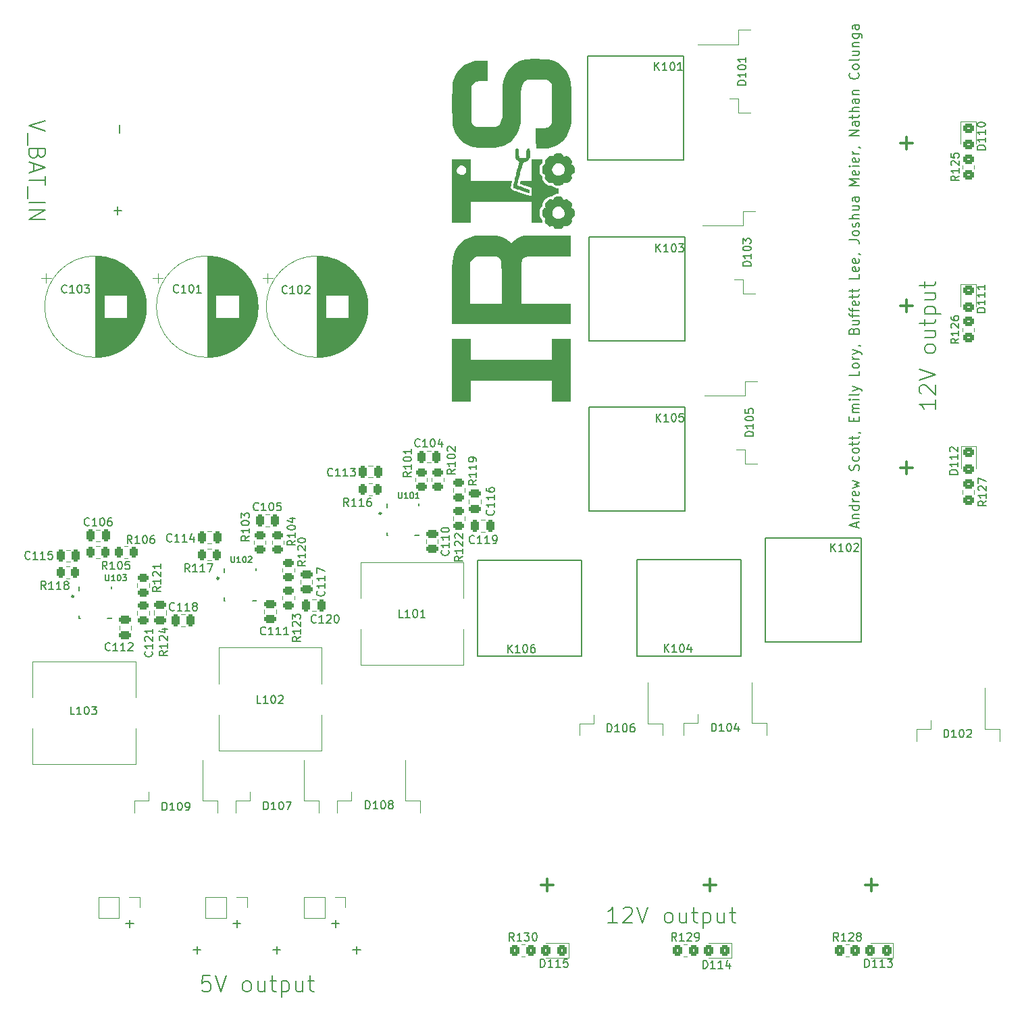
<source format=gto>
G04 #@! TF.GenerationSoftware,KiCad,Pcbnew,(6.0.0)*
G04 #@! TF.CreationDate,2023-02-19T13:31:38-06:00*
G04 #@! TF.ProjectId,SIC431,53494334-3331-42e6-9b69-6361645f7063,rev?*
G04 #@! TF.SameCoordinates,Original*
G04 #@! TF.FileFunction,Legend,Top*
G04 #@! TF.FilePolarity,Positive*
%FSLAX46Y46*%
G04 Gerber Fmt 4.6, Leading zero omitted, Abs format (unit mm)*
G04 Created by KiCad (PCBNEW (6.0.0)) date 2023-02-19 13:31:38*
%MOMM*%
%LPD*%
G01*
G04 APERTURE LIST*
G04 Aperture macros list*
%AMRoundRect*
0 Rectangle with rounded corners*
0 $1 Rounding radius*
0 $2 $3 $4 $5 $6 $7 $8 $9 X,Y pos of 4 corners*
0 Add a 4 corners polygon primitive as box body*
4,1,4,$2,$3,$4,$5,$6,$7,$8,$9,$2,$3,0*
0 Add four circle primitives for the rounded corners*
1,1,$1+$1,$2,$3*
1,1,$1+$1,$4,$5*
1,1,$1+$1,$6,$7*
1,1,$1+$1,$8,$9*
0 Add four rect primitives between the rounded corners*
20,1,$1+$1,$2,$3,$4,$5,0*
20,1,$1+$1,$4,$5,$6,$7,0*
20,1,$1+$1,$6,$7,$8,$9,0*
20,1,$1+$1,$8,$9,$2,$3,0*%
%AMHorizOval*
0 Thick line with rounded ends*
0 $1 width*
0 $2 $3 position (X,Y) of the first rounded end (center of the circle)*
0 $4 $5 position (X,Y) of the second rounded end (center of the circle)*
0 Add line between two ends*
20,1,$1,$2,$3,$4,$5,0*
0 Add two circle primitives to create the rounded ends*
1,1,$1,$2,$3*
1,1,$1,$4,$5*%
G04 Aperture macros list end*
%ADD10C,0.300000*%
%ADD11C,0.180000*%
%ADD12C,0.150000*%
%ADD13C,0.200000*%
%ADD14C,0.120000*%
%ADD15C,0.127000*%
%ADD16C,0.240000*%
%ADD17RoundRect,0.250000X0.262500X0.450000X-0.262500X0.450000X-0.262500X-0.450000X0.262500X-0.450000X0*%
%ADD18R,1.700000X1.700000*%
%ADD19O,1.700000X1.700000*%
%ADD20RoundRect,0.250000X-0.450000X0.325000X-0.450000X-0.325000X0.450000X-0.325000X0.450000X0.325000X0*%
%ADD21RoundRect,0.250000X0.450000X-0.262500X0.450000X0.262500X-0.450000X0.262500X-0.450000X-0.262500X0*%
%ADD22RoundRect,0.250000X0.450000X-0.350000X0.450000X0.350000X-0.450000X0.350000X-0.450000X-0.350000X0*%
%ADD23R,4.600000X1.100000*%
%ADD24R,9.400000X10.800000*%
%ADD25R,1.100000X4.600000*%
%ADD26R,10.800000X9.400000*%
%ADD27HorizOval,2.100000X1.039230X-0.600000X-1.039230X0.600000X0*%
%ADD28HorizOval,2.100000X1.039230X0.600000X-1.039230X-0.600000X0*%
%ADD29RoundRect,0.250000X0.475000X-0.250000X0.475000X0.250000X-0.475000X0.250000X-0.475000X-0.250000X0*%
%ADD30C,1.950000*%
%ADD31C,1.350000*%
%ADD32RoundRect,0.250000X-0.250000X-0.475000X0.250000X-0.475000X0.250000X0.475000X-0.250000X0.475000X0*%
%ADD33RoundRect,0.250000X-0.475000X0.250000X-0.475000X-0.250000X0.475000X-0.250000X0.475000X0.250000X0*%
%ADD34RoundRect,0.250000X0.250000X0.475000X-0.250000X0.475000X-0.250000X-0.475000X0.250000X-0.475000X0*%
%ADD35RoundRect,0.250000X0.325000X0.450000X-0.325000X0.450000X-0.325000X-0.450000X0.325000X-0.450000X0*%
%ADD36RoundRect,0.250000X-0.350000X-0.450000X0.350000X-0.450000X0.350000X0.450000X-0.350000X0.450000X0*%
%ADD37R,2.400000X2.400000*%
%ADD38C,2.400000*%
%ADD39R,0.550000X0.300000*%
%ADD40R,0.300000X0.450000*%
%ADD41R,2.350000X0.280000*%
%ADD42R,0.300000X0.730000*%
%ADD43R,0.725000X0.300000*%
%ADD44R,0.300000X0.725000*%
%ADD45R,1.575000X1.050000*%
%ADD46R,1.150000X1.050000*%
%ADD47R,2.175000X1.200000*%
%ADD48R,0.650000X0.455000*%
%ADD49R,0.580000X0.380000*%
%ADD50C,0.800000*%
%ADD51C,7.000000*%
%ADD52RoundRect,0.250000X-0.450000X0.262500X-0.450000X-0.262500X0.450000X-0.262500X0.450000X0.262500X0*%
%ADD53RoundRect,0.250000X-0.262500X-0.450000X0.262500X-0.450000X0.262500X0.450000X-0.262500X0.450000X0*%
%ADD54R,3.175000X3.300000*%
%ADD55R,2.124000X2.124000*%
%ADD56C,2.124000*%
%ADD57R,2.300000X2.300000*%
%ADD58C,2.300000*%
%ADD59C,3.300000*%
G04 APERTURE END LIST*
D10*
X87397142Y-131228095D02*
X87397142Y-132751904D01*
X86635238Y-131990000D02*
X88159047Y-131990000D01*
X133161904Y-38937142D02*
X131638095Y-38937142D01*
X132400000Y-38175238D02*
X132400000Y-39699047D01*
D11*
X136034761Y-71121904D02*
X136034761Y-72264761D01*
X136034761Y-71693333D02*
X134034761Y-71693333D01*
X134320476Y-71883809D01*
X134510952Y-72074285D01*
X134606190Y-72264761D01*
X134225238Y-70360000D02*
X134130000Y-70264761D01*
X134034761Y-70074285D01*
X134034761Y-69598095D01*
X134130000Y-69407619D01*
X134225238Y-69312380D01*
X134415714Y-69217142D01*
X134606190Y-69217142D01*
X134891904Y-69312380D01*
X136034761Y-70455238D01*
X136034761Y-69217142D01*
X134034761Y-68645714D02*
X136034761Y-67979047D01*
X134034761Y-67312380D01*
X136034761Y-64836190D02*
X135939523Y-65026666D01*
X135844285Y-65121904D01*
X135653809Y-65217142D01*
X135082380Y-65217142D01*
X134891904Y-65121904D01*
X134796666Y-65026666D01*
X134701428Y-64836190D01*
X134701428Y-64550476D01*
X134796666Y-64360000D01*
X134891904Y-64264761D01*
X135082380Y-64169523D01*
X135653809Y-64169523D01*
X135844285Y-64264761D01*
X135939523Y-64360000D01*
X136034761Y-64550476D01*
X136034761Y-64836190D01*
X134701428Y-62455238D02*
X136034761Y-62455238D01*
X134701428Y-63312380D02*
X135749047Y-63312380D01*
X135939523Y-63217142D01*
X136034761Y-63026666D01*
X136034761Y-62740952D01*
X135939523Y-62550476D01*
X135844285Y-62455238D01*
X134701428Y-61788571D02*
X134701428Y-61026666D01*
X134034761Y-61502857D02*
X135749047Y-61502857D01*
X135939523Y-61407619D01*
X136034761Y-61217142D01*
X136034761Y-61026666D01*
X134701428Y-60360000D02*
X136701428Y-60360000D01*
X134796666Y-60360000D02*
X134701428Y-60169523D01*
X134701428Y-59788571D01*
X134796666Y-59598095D01*
X134891904Y-59502857D01*
X135082380Y-59407619D01*
X135653809Y-59407619D01*
X135844285Y-59502857D01*
X135939523Y-59598095D01*
X136034761Y-59788571D01*
X136034761Y-60169523D01*
X135939523Y-60360000D01*
X134701428Y-57693333D02*
X136034761Y-57693333D01*
X134701428Y-58550476D02*
X135749047Y-58550476D01*
X135939523Y-58455238D01*
X136034761Y-58264761D01*
X136034761Y-57979047D01*
X135939523Y-57788571D01*
X135844285Y-57693333D01*
X134701428Y-57026666D02*
X134701428Y-56264761D01*
X134034761Y-56740952D02*
X135749047Y-56740952D01*
X135939523Y-56645714D01*
X136034761Y-56455238D01*
X136034761Y-56264761D01*
D12*
X63013809Y-140119285D02*
X63966190Y-140119285D01*
X63490000Y-140595476D02*
X63490000Y-139643095D01*
D11*
X96148095Y-136724761D02*
X95005238Y-136724761D01*
X95576666Y-136724761D02*
X95576666Y-134724761D01*
X95386190Y-135010476D01*
X95195714Y-135200952D01*
X95005238Y-135296190D01*
X96910000Y-134915238D02*
X97005238Y-134820000D01*
X97195714Y-134724761D01*
X97671904Y-134724761D01*
X97862380Y-134820000D01*
X97957619Y-134915238D01*
X98052857Y-135105714D01*
X98052857Y-135296190D01*
X97957619Y-135581904D01*
X96814761Y-136724761D01*
X98052857Y-136724761D01*
X98624285Y-134724761D02*
X99290952Y-136724761D01*
X99957619Y-134724761D01*
X102433809Y-136724761D02*
X102243333Y-136629523D01*
X102148095Y-136534285D01*
X102052857Y-136343809D01*
X102052857Y-135772380D01*
X102148095Y-135581904D01*
X102243333Y-135486666D01*
X102433809Y-135391428D01*
X102719523Y-135391428D01*
X102910000Y-135486666D01*
X103005238Y-135581904D01*
X103100476Y-135772380D01*
X103100476Y-136343809D01*
X103005238Y-136534285D01*
X102910000Y-136629523D01*
X102719523Y-136724761D01*
X102433809Y-136724761D01*
X104814761Y-135391428D02*
X104814761Y-136724761D01*
X103957619Y-135391428D02*
X103957619Y-136439047D01*
X104052857Y-136629523D01*
X104243333Y-136724761D01*
X104529047Y-136724761D01*
X104719523Y-136629523D01*
X104814761Y-136534285D01*
X105481428Y-135391428D02*
X106243333Y-135391428D01*
X105767142Y-134724761D02*
X105767142Y-136439047D01*
X105862380Y-136629523D01*
X106052857Y-136724761D01*
X106243333Y-136724761D01*
X106910000Y-135391428D02*
X106910000Y-137391428D01*
X106910000Y-135486666D02*
X107100476Y-135391428D01*
X107481428Y-135391428D01*
X107671904Y-135486666D01*
X107767142Y-135581904D01*
X107862380Y-135772380D01*
X107862380Y-136343809D01*
X107767142Y-136534285D01*
X107671904Y-136629523D01*
X107481428Y-136724761D01*
X107100476Y-136724761D01*
X106910000Y-136629523D01*
X109576666Y-135391428D02*
X109576666Y-136724761D01*
X108719523Y-135391428D02*
X108719523Y-136439047D01*
X108814761Y-136629523D01*
X109005238Y-136724761D01*
X109290952Y-136724761D01*
X109481428Y-136629523D01*
X109576666Y-136534285D01*
X110243333Y-135391428D02*
X111005238Y-135391428D01*
X110529047Y-134724761D02*
X110529047Y-136439047D01*
X110624285Y-136629523D01*
X110814761Y-136724761D01*
X111005238Y-136724761D01*
D10*
X133161904Y-59337142D02*
X131638095Y-59337142D01*
X132400000Y-58575238D02*
X132400000Y-60099047D01*
D12*
X52993809Y-140119285D02*
X53946190Y-140119285D01*
X53470000Y-140595476D02*
X53470000Y-139643095D01*
X34553809Y-136819285D02*
X35506190Y-136819285D01*
X35030000Y-137295476D02*
X35030000Y-136343095D01*
X43003809Y-140099285D02*
X43956190Y-140099285D01*
X43480000Y-140575476D02*
X43480000Y-139623095D01*
D10*
X133161904Y-79627142D02*
X131638095Y-79627142D01*
X132400000Y-78865238D02*
X132400000Y-80389047D01*
X107727142Y-131228095D02*
X107727142Y-132751904D01*
X106965238Y-131990000D02*
X108489047Y-131990000D01*
X128017142Y-131228095D02*
X128017142Y-132751904D01*
X127255238Y-131990000D02*
X128779047Y-131990000D01*
D13*
X126100000Y-87084285D02*
X126100000Y-86512857D01*
X126442857Y-87198571D02*
X125242857Y-86798571D01*
X126442857Y-86398571D01*
X125642857Y-85998571D02*
X126442857Y-85998571D01*
X125757142Y-85998571D02*
X125700000Y-85941428D01*
X125642857Y-85827142D01*
X125642857Y-85655714D01*
X125700000Y-85541428D01*
X125814285Y-85484285D01*
X126442857Y-85484285D01*
X126442857Y-84398571D02*
X125242857Y-84398571D01*
X126385714Y-84398571D02*
X126442857Y-84512857D01*
X126442857Y-84741428D01*
X126385714Y-84855714D01*
X126328571Y-84912857D01*
X126214285Y-84970000D01*
X125871428Y-84970000D01*
X125757142Y-84912857D01*
X125700000Y-84855714D01*
X125642857Y-84741428D01*
X125642857Y-84512857D01*
X125700000Y-84398571D01*
X126442857Y-83827142D02*
X125642857Y-83827142D01*
X125871428Y-83827142D02*
X125757142Y-83770000D01*
X125700000Y-83712857D01*
X125642857Y-83598571D01*
X125642857Y-83484285D01*
X126385714Y-82627142D02*
X126442857Y-82741428D01*
X126442857Y-82970000D01*
X126385714Y-83084285D01*
X126271428Y-83141428D01*
X125814285Y-83141428D01*
X125700000Y-83084285D01*
X125642857Y-82970000D01*
X125642857Y-82741428D01*
X125700000Y-82627142D01*
X125814285Y-82570000D01*
X125928571Y-82570000D01*
X126042857Y-83141428D01*
X125642857Y-82170000D02*
X126442857Y-81941428D01*
X125871428Y-81712857D01*
X126442857Y-81484285D01*
X125642857Y-81255714D01*
X126385714Y-79941428D02*
X126442857Y-79770000D01*
X126442857Y-79484285D01*
X126385714Y-79370000D01*
X126328571Y-79312857D01*
X126214285Y-79255714D01*
X126100000Y-79255714D01*
X125985714Y-79312857D01*
X125928571Y-79370000D01*
X125871428Y-79484285D01*
X125814285Y-79712857D01*
X125757142Y-79827142D01*
X125700000Y-79884285D01*
X125585714Y-79941428D01*
X125471428Y-79941428D01*
X125357142Y-79884285D01*
X125300000Y-79827142D01*
X125242857Y-79712857D01*
X125242857Y-79427142D01*
X125300000Y-79255714D01*
X126385714Y-78227142D02*
X126442857Y-78341428D01*
X126442857Y-78570000D01*
X126385714Y-78684285D01*
X126328571Y-78741428D01*
X126214285Y-78798571D01*
X125871428Y-78798571D01*
X125757142Y-78741428D01*
X125700000Y-78684285D01*
X125642857Y-78570000D01*
X125642857Y-78341428D01*
X125700000Y-78227142D01*
X126442857Y-77541428D02*
X126385714Y-77655714D01*
X126328571Y-77712857D01*
X126214285Y-77770000D01*
X125871428Y-77770000D01*
X125757142Y-77712857D01*
X125700000Y-77655714D01*
X125642857Y-77541428D01*
X125642857Y-77370000D01*
X125700000Y-77255714D01*
X125757142Y-77198571D01*
X125871428Y-77141428D01*
X126214285Y-77141428D01*
X126328571Y-77198571D01*
X126385714Y-77255714D01*
X126442857Y-77370000D01*
X126442857Y-77541428D01*
X125642857Y-76798571D02*
X125642857Y-76341428D01*
X125242857Y-76627142D02*
X126271428Y-76627142D01*
X126385714Y-76570000D01*
X126442857Y-76455714D01*
X126442857Y-76341428D01*
X125642857Y-76112857D02*
X125642857Y-75655714D01*
X125242857Y-75941428D02*
X126271428Y-75941428D01*
X126385714Y-75884285D01*
X126442857Y-75770000D01*
X126442857Y-75655714D01*
X126385714Y-75198571D02*
X126442857Y-75198571D01*
X126557142Y-75255714D01*
X126614285Y-75312857D01*
X125814285Y-73770000D02*
X125814285Y-73370000D01*
X126442857Y-73198571D02*
X126442857Y-73770000D01*
X125242857Y-73770000D01*
X125242857Y-73198571D01*
X126442857Y-72684285D02*
X125642857Y-72684285D01*
X125757142Y-72684285D02*
X125700000Y-72627142D01*
X125642857Y-72512857D01*
X125642857Y-72341428D01*
X125700000Y-72227142D01*
X125814285Y-72170000D01*
X126442857Y-72170000D01*
X125814285Y-72170000D02*
X125700000Y-72112857D01*
X125642857Y-71998571D01*
X125642857Y-71827142D01*
X125700000Y-71712857D01*
X125814285Y-71655714D01*
X126442857Y-71655714D01*
X126442857Y-71084285D02*
X125642857Y-71084285D01*
X125242857Y-71084285D02*
X125300000Y-71141428D01*
X125357142Y-71084285D01*
X125300000Y-71027142D01*
X125242857Y-71084285D01*
X125357142Y-71084285D01*
X126442857Y-70341428D02*
X126385714Y-70455714D01*
X126271428Y-70512857D01*
X125242857Y-70512857D01*
X125642857Y-69998571D02*
X126442857Y-69712857D01*
X125642857Y-69427142D02*
X126442857Y-69712857D01*
X126728571Y-69827142D01*
X126785714Y-69884285D01*
X126842857Y-69998571D01*
X126442857Y-67484285D02*
X126442857Y-68055714D01*
X125242857Y-68055714D01*
X126442857Y-66912857D02*
X126385714Y-67027142D01*
X126328571Y-67084285D01*
X126214285Y-67141428D01*
X125871428Y-67141428D01*
X125757142Y-67084285D01*
X125700000Y-67027142D01*
X125642857Y-66912857D01*
X125642857Y-66741428D01*
X125700000Y-66627142D01*
X125757142Y-66570000D01*
X125871428Y-66512857D01*
X126214285Y-66512857D01*
X126328571Y-66570000D01*
X126385714Y-66627142D01*
X126442857Y-66741428D01*
X126442857Y-66912857D01*
X126442857Y-65998571D02*
X125642857Y-65998571D01*
X125871428Y-65998571D02*
X125757142Y-65941428D01*
X125700000Y-65884285D01*
X125642857Y-65770000D01*
X125642857Y-65655714D01*
X125642857Y-65370000D02*
X126442857Y-65084285D01*
X125642857Y-64798571D02*
X126442857Y-65084285D01*
X126728571Y-65198571D01*
X126785714Y-65255714D01*
X126842857Y-65370000D01*
X126385714Y-64284285D02*
X126442857Y-64284285D01*
X126557142Y-64341428D01*
X126614285Y-64398571D01*
X125814285Y-62455714D02*
X125871428Y-62284285D01*
X125928571Y-62227142D01*
X126042857Y-62170000D01*
X126214285Y-62170000D01*
X126328571Y-62227142D01*
X126385714Y-62284285D01*
X126442857Y-62398571D01*
X126442857Y-62855714D01*
X125242857Y-62855714D01*
X125242857Y-62455714D01*
X125300000Y-62341428D01*
X125357142Y-62284285D01*
X125471428Y-62227142D01*
X125585714Y-62227142D01*
X125700000Y-62284285D01*
X125757142Y-62341428D01*
X125814285Y-62455714D01*
X125814285Y-62855714D01*
X125642857Y-61141428D02*
X126442857Y-61141428D01*
X125642857Y-61655714D02*
X126271428Y-61655714D01*
X126385714Y-61598571D01*
X126442857Y-61484285D01*
X126442857Y-61312857D01*
X126385714Y-61198571D01*
X126328571Y-61141428D01*
X125642857Y-60741428D02*
X125642857Y-60284285D01*
X126442857Y-60570000D02*
X125414285Y-60570000D01*
X125300000Y-60512857D01*
X125242857Y-60398571D01*
X125242857Y-60284285D01*
X125642857Y-60055714D02*
X125642857Y-59598571D01*
X126442857Y-59884285D02*
X125414285Y-59884285D01*
X125300000Y-59827142D01*
X125242857Y-59712857D01*
X125242857Y-59598571D01*
X126385714Y-58741428D02*
X126442857Y-58855714D01*
X126442857Y-59084285D01*
X126385714Y-59198571D01*
X126271428Y-59255714D01*
X125814285Y-59255714D01*
X125700000Y-59198571D01*
X125642857Y-59084285D01*
X125642857Y-58855714D01*
X125700000Y-58741428D01*
X125814285Y-58684285D01*
X125928571Y-58684285D01*
X126042857Y-59255714D01*
X125642857Y-58341428D02*
X125642857Y-57884285D01*
X125242857Y-58170000D02*
X126271428Y-58170000D01*
X126385714Y-58112857D01*
X126442857Y-57998571D01*
X126442857Y-57884285D01*
X125642857Y-57655714D02*
X125642857Y-57198571D01*
X125242857Y-57484285D02*
X126271428Y-57484285D01*
X126385714Y-57427142D01*
X126442857Y-57312857D01*
X126442857Y-57198571D01*
X126442857Y-55312857D02*
X126442857Y-55884285D01*
X125242857Y-55884285D01*
X126385714Y-54455714D02*
X126442857Y-54570000D01*
X126442857Y-54798571D01*
X126385714Y-54912857D01*
X126271428Y-54970000D01*
X125814285Y-54970000D01*
X125700000Y-54912857D01*
X125642857Y-54798571D01*
X125642857Y-54570000D01*
X125700000Y-54455714D01*
X125814285Y-54398571D01*
X125928571Y-54398571D01*
X126042857Y-54970000D01*
X126385714Y-53427142D02*
X126442857Y-53541428D01*
X126442857Y-53770000D01*
X126385714Y-53884285D01*
X126271428Y-53941428D01*
X125814285Y-53941428D01*
X125700000Y-53884285D01*
X125642857Y-53770000D01*
X125642857Y-53541428D01*
X125700000Y-53427142D01*
X125814285Y-53370000D01*
X125928571Y-53370000D01*
X126042857Y-53941428D01*
X126385714Y-52798571D02*
X126442857Y-52798571D01*
X126557142Y-52855714D01*
X126614285Y-52912857D01*
X125242857Y-51027142D02*
X126100000Y-51027142D01*
X126271428Y-51084285D01*
X126385714Y-51198571D01*
X126442857Y-51370000D01*
X126442857Y-51484285D01*
X126442857Y-50284285D02*
X126385714Y-50398571D01*
X126328571Y-50455714D01*
X126214285Y-50512857D01*
X125871428Y-50512857D01*
X125757142Y-50455714D01*
X125700000Y-50398571D01*
X125642857Y-50284285D01*
X125642857Y-50112857D01*
X125700000Y-49998571D01*
X125757142Y-49941428D01*
X125871428Y-49884285D01*
X126214285Y-49884285D01*
X126328571Y-49941428D01*
X126385714Y-49998571D01*
X126442857Y-50112857D01*
X126442857Y-50284285D01*
X126385714Y-49427142D02*
X126442857Y-49312857D01*
X126442857Y-49084285D01*
X126385714Y-48970000D01*
X126271428Y-48912857D01*
X126214285Y-48912857D01*
X126100000Y-48970000D01*
X126042857Y-49084285D01*
X126042857Y-49255714D01*
X125985714Y-49370000D01*
X125871428Y-49427142D01*
X125814285Y-49427142D01*
X125700000Y-49370000D01*
X125642857Y-49255714D01*
X125642857Y-49084285D01*
X125700000Y-48970000D01*
X126442857Y-48398571D02*
X125242857Y-48398571D01*
X126442857Y-47884285D02*
X125814285Y-47884285D01*
X125700000Y-47941428D01*
X125642857Y-48055714D01*
X125642857Y-48227142D01*
X125700000Y-48341428D01*
X125757142Y-48398571D01*
X125642857Y-46798571D02*
X126442857Y-46798571D01*
X125642857Y-47312857D02*
X126271428Y-47312857D01*
X126385714Y-47255714D01*
X126442857Y-47141428D01*
X126442857Y-46970000D01*
X126385714Y-46855714D01*
X126328571Y-46798571D01*
X126442857Y-45712857D02*
X125814285Y-45712857D01*
X125700000Y-45770000D01*
X125642857Y-45884285D01*
X125642857Y-46112857D01*
X125700000Y-46227142D01*
X126385714Y-45712857D02*
X126442857Y-45827142D01*
X126442857Y-46112857D01*
X126385714Y-46227142D01*
X126271428Y-46284285D01*
X126157142Y-46284285D01*
X126042857Y-46227142D01*
X125985714Y-46112857D01*
X125985714Y-45827142D01*
X125928571Y-45712857D01*
X126442857Y-44227142D02*
X125242857Y-44227142D01*
X126100000Y-43827142D01*
X125242857Y-43427142D01*
X126442857Y-43427142D01*
X126385714Y-42398571D02*
X126442857Y-42512857D01*
X126442857Y-42741428D01*
X126385714Y-42855714D01*
X126271428Y-42912857D01*
X125814285Y-42912857D01*
X125700000Y-42855714D01*
X125642857Y-42741428D01*
X125642857Y-42512857D01*
X125700000Y-42398571D01*
X125814285Y-42341428D01*
X125928571Y-42341428D01*
X126042857Y-42912857D01*
X126442857Y-41827142D02*
X125642857Y-41827142D01*
X125242857Y-41827142D02*
X125300000Y-41884285D01*
X125357142Y-41827142D01*
X125300000Y-41770000D01*
X125242857Y-41827142D01*
X125357142Y-41827142D01*
X126385714Y-40798571D02*
X126442857Y-40912857D01*
X126442857Y-41141428D01*
X126385714Y-41255714D01*
X126271428Y-41312857D01*
X125814285Y-41312857D01*
X125700000Y-41255714D01*
X125642857Y-41141428D01*
X125642857Y-40912857D01*
X125700000Y-40798571D01*
X125814285Y-40741428D01*
X125928571Y-40741428D01*
X126042857Y-41312857D01*
X126442857Y-40227142D02*
X125642857Y-40227142D01*
X125871428Y-40227142D02*
X125757142Y-40170000D01*
X125700000Y-40112857D01*
X125642857Y-39998571D01*
X125642857Y-39884285D01*
X126385714Y-39427142D02*
X126442857Y-39427142D01*
X126557142Y-39484285D01*
X126614285Y-39541428D01*
X126442857Y-37998571D02*
X125242857Y-37998571D01*
X126442857Y-37312857D01*
X125242857Y-37312857D01*
X126442857Y-36227142D02*
X125814285Y-36227142D01*
X125700000Y-36284285D01*
X125642857Y-36398571D01*
X125642857Y-36627142D01*
X125700000Y-36741428D01*
X126385714Y-36227142D02*
X126442857Y-36341428D01*
X126442857Y-36627142D01*
X126385714Y-36741428D01*
X126271428Y-36798571D01*
X126157142Y-36798571D01*
X126042857Y-36741428D01*
X125985714Y-36627142D01*
X125985714Y-36341428D01*
X125928571Y-36227142D01*
X125642857Y-35827142D02*
X125642857Y-35370000D01*
X125242857Y-35655714D02*
X126271428Y-35655714D01*
X126385714Y-35598571D01*
X126442857Y-35484285D01*
X126442857Y-35370000D01*
X126442857Y-34970000D02*
X125242857Y-34970000D01*
X126442857Y-34455714D02*
X125814285Y-34455714D01*
X125700000Y-34512857D01*
X125642857Y-34627142D01*
X125642857Y-34798571D01*
X125700000Y-34912857D01*
X125757142Y-34970000D01*
X126442857Y-33370000D02*
X125814285Y-33370000D01*
X125700000Y-33427142D01*
X125642857Y-33541428D01*
X125642857Y-33770000D01*
X125700000Y-33884285D01*
X126385714Y-33370000D02*
X126442857Y-33484285D01*
X126442857Y-33770000D01*
X126385714Y-33884285D01*
X126271428Y-33941428D01*
X126157142Y-33941428D01*
X126042857Y-33884285D01*
X125985714Y-33770000D01*
X125985714Y-33484285D01*
X125928571Y-33370000D01*
X125642857Y-32798571D02*
X126442857Y-32798571D01*
X125757142Y-32798571D02*
X125700000Y-32741428D01*
X125642857Y-32627142D01*
X125642857Y-32455714D01*
X125700000Y-32341428D01*
X125814285Y-32284285D01*
X126442857Y-32284285D01*
X126328571Y-30112857D02*
X126385714Y-30170000D01*
X126442857Y-30341428D01*
X126442857Y-30455714D01*
X126385714Y-30627142D01*
X126271428Y-30741428D01*
X126157142Y-30798571D01*
X125928571Y-30855714D01*
X125757142Y-30855714D01*
X125528571Y-30798571D01*
X125414285Y-30741428D01*
X125300000Y-30627142D01*
X125242857Y-30455714D01*
X125242857Y-30341428D01*
X125300000Y-30170000D01*
X125357142Y-30112857D01*
X126442857Y-29427142D02*
X126385714Y-29541428D01*
X126328571Y-29598571D01*
X126214285Y-29655714D01*
X125871428Y-29655714D01*
X125757142Y-29598571D01*
X125700000Y-29541428D01*
X125642857Y-29427142D01*
X125642857Y-29255714D01*
X125700000Y-29141428D01*
X125757142Y-29084285D01*
X125871428Y-29027142D01*
X126214285Y-29027142D01*
X126328571Y-29084285D01*
X126385714Y-29141428D01*
X126442857Y-29255714D01*
X126442857Y-29427142D01*
X126442857Y-28341428D02*
X126385714Y-28455714D01*
X126271428Y-28512857D01*
X125242857Y-28512857D01*
X125642857Y-27370000D02*
X126442857Y-27370000D01*
X125642857Y-27884285D02*
X126271428Y-27884285D01*
X126385714Y-27827142D01*
X126442857Y-27712857D01*
X126442857Y-27541428D01*
X126385714Y-27427142D01*
X126328571Y-27370000D01*
X125642857Y-26798571D02*
X126442857Y-26798571D01*
X125757142Y-26798571D02*
X125700000Y-26741428D01*
X125642857Y-26627142D01*
X125642857Y-26455714D01*
X125700000Y-26341428D01*
X125814285Y-26284285D01*
X126442857Y-26284285D01*
X125642857Y-25198571D02*
X126614285Y-25198571D01*
X126728571Y-25255714D01*
X126785714Y-25312857D01*
X126842857Y-25427142D01*
X126842857Y-25598571D01*
X126785714Y-25712857D01*
X126385714Y-25198571D02*
X126442857Y-25312857D01*
X126442857Y-25541428D01*
X126385714Y-25655714D01*
X126328571Y-25712857D01*
X126214285Y-25770000D01*
X125871428Y-25770000D01*
X125757142Y-25712857D01*
X125700000Y-25655714D01*
X125642857Y-25541428D01*
X125642857Y-25312857D01*
X125700000Y-25198571D01*
X126442857Y-24112857D02*
X125814285Y-24112857D01*
X125700000Y-24170000D01*
X125642857Y-24284285D01*
X125642857Y-24512857D01*
X125700000Y-24627142D01*
X126385714Y-24112857D02*
X126442857Y-24227142D01*
X126442857Y-24512857D01*
X126385714Y-24627142D01*
X126271428Y-24684285D01*
X126157142Y-24684285D01*
X126042857Y-24627142D01*
X125985714Y-24512857D01*
X125985714Y-24227142D01*
X125928571Y-24112857D01*
D12*
X60343809Y-136819285D02*
X61296190Y-136819285D01*
X60820000Y-137295476D02*
X60820000Y-136343095D01*
X33731725Y-37596190D02*
X33731725Y-36643809D01*
X48003809Y-136819285D02*
X48956190Y-136819285D01*
X48480000Y-137295476D02*
X48480000Y-136343095D01*
D13*
X24445238Y-36076666D02*
X22445238Y-36743333D01*
X24445238Y-37410000D01*
X22254761Y-37600476D02*
X22254761Y-39124285D01*
X23492857Y-40267142D02*
X23397619Y-40552857D01*
X23302380Y-40648095D01*
X23111904Y-40743333D01*
X22826190Y-40743333D01*
X22635714Y-40648095D01*
X22540476Y-40552857D01*
X22445238Y-40362380D01*
X22445238Y-39600476D01*
X24445238Y-39600476D01*
X24445238Y-40267142D01*
X24350000Y-40457619D01*
X24254761Y-40552857D01*
X24064285Y-40648095D01*
X23873809Y-40648095D01*
X23683333Y-40552857D01*
X23588095Y-40457619D01*
X23492857Y-40267142D01*
X23492857Y-39600476D01*
X23016666Y-41505238D02*
X23016666Y-42457619D01*
X22445238Y-41314761D02*
X24445238Y-41981428D01*
X22445238Y-42648095D01*
X24445238Y-43029047D02*
X24445238Y-44171904D01*
X22445238Y-43600476D02*
X24445238Y-43600476D01*
X22254761Y-44362380D02*
X22254761Y-45886190D01*
X22445238Y-46362380D02*
X24445238Y-46362380D01*
X22445238Y-47314761D02*
X24445238Y-47314761D01*
X22445238Y-48457619D01*
X24445238Y-48457619D01*
D12*
X33553154Y-46903809D02*
X33553154Y-47856190D01*
X33076963Y-47380000D02*
X34029344Y-47380000D01*
D11*
X45105238Y-143334761D02*
X44152857Y-143334761D01*
X44057619Y-144287142D01*
X44152857Y-144191904D01*
X44343333Y-144096666D01*
X44819523Y-144096666D01*
X45010000Y-144191904D01*
X45105238Y-144287142D01*
X45200476Y-144477619D01*
X45200476Y-144953809D01*
X45105238Y-145144285D01*
X45010000Y-145239523D01*
X44819523Y-145334761D01*
X44343333Y-145334761D01*
X44152857Y-145239523D01*
X44057619Y-145144285D01*
X45771904Y-143334761D02*
X46438571Y-145334761D01*
X47105238Y-143334761D01*
X49581428Y-145334761D02*
X49390952Y-145239523D01*
X49295714Y-145144285D01*
X49200476Y-144953809D01*
X49200476Y-144382380D01*
X49295714Y-144191904D01*
X49390952Y-144096666D01*
X49581428Y-144001428D01*
X49867142Y-144001428D01*
X50057619Y-144096666D01*
X50152857Y-144191904D01*
X50248095Y-144382380D01*
X50248095Y-144953809D01*
X50152857Y-145144285D01*
X50057619Y-145239523D01*
X49867142Y-145334761D01*
X49581428Y-145334761D01*
X51962380Y-144001428D02*
X51962380Y-145334761D01*
X51105238Y-144001428D02*
X51105238Y-145049047D01*
X51200476Y-145239523D01*
X51390952Y-145334761D01*
X51676666Y-145334761D01*
X51867142Y-145239523D01*
X51962380Y-145144285D01*
X52629047Y-144001428D02*
X53390952Y-144001428D01*
X52914761Y-143334761D02*
X52914761Y-145049047D01*
X53010000Y-145239523D01*
X53200476Y-145334761D01*
X53390952Y-145334761D01*
X54057619Y-144001428D02*
X54057619Y-146001428D01*
X54057619Y-144096666D02*
X54248095Y-144001428D01*
X54629047Y-144001428D01*
X54819523Y-144096666D01*
X54914761Y-144191904D01*
X55010000Y-144382380D01*
X55010000Y-144953809D01*
X54914761Y-145144285D01*
X54819523Y-145239523D01*
X54629047Y-145334761D01*
X54248095Y-145334761D01*
X54057619Y-145239523D01*
X56724285Y-144001428D02*
X56724285Y-145334761D01*
X55867142Y-144001428D02*
X55867142Y-145049047D01*
X55962380Y-145239523D01*
X56152857Y-145334761D01*
X56438571Y-145334761D01*
X56629047Y-145239523D01*
X56724285Y-145144285D01*
X57390952Y-144001428D02*
X58152857Y-144001428D01*
X57676666Y-143334761D02*
X57676666Y-145049047D01*
X57771904Y-145239523D01*
X57962380Y-145334761D01*
X58152857Y-145334761D01*
D12*
X24520952Y-94882380D02*
X24187619Y-94406190D01*
X23949523Y-94882380D02*
X23949523Y-93882380D01*
X24330476Y-93882380D01*
X24425714Y-93930000D01*
X24473333Y-93977619D01*
X24520952Y-94072857D01*
X24520952Y-94215714D01*
X24473333Y-94310952D01*
X24425714Y-94358571D01*
X24330476Y-94406190D01*
X23949523Y-94406190D01*
X25473333Y-94882380D02*
X24901904Y-94882380D01*
X25187619Y-94882380D02*
X25187619Y-93882380D01*
X25092380Y-94025238D01*
X24997142Y-94120476D01*
X24901904Y-94168095D01*
X26425714Y-94882380D02*
X25854285Y-94882380D01*
X26140000Y-94882380D02*
X26140000Y-93882380D01*
X26044761Y-94025238D01*
X25949523Y-94120476D01*
X25854285Y-94168095D01*
X26997142Y-94310952D02*
X26901904Y-94263333D01*
X26854285Y-94215714D01*
X26806666Y-94120476D01*
X26806666Y-94072857D01*
X26854285Y-93977619D01*
X26901904Y-93930000D01*
X26997142Y-93882380D01*
X27187619Y-93882380D01*
X27282857Y-93930000D01*
X27330476Y-93977619D01*
X27378095Y-94072857D01*
X27378095Y-94120476D01*
X27330476Y-94215714D01*
X27282857Y-94263333D01*
X27187619Y-94310952D01*
X26997142Y-94310952D01*
X26901904Y-94358571D01*
X26854285Y-94406190D01*
X26806666Y-94501428D01*
X26806666Y-94691904D01*
X26854285Y-94787142D01*
X26901904Y-94834761D01*
X26997142Y-94882380D01*
X27187619Y-94882380D01*
X27282857Y-94834761D01*
X27330476Y-94787142D01*
X27378095Y-94691904D01*
X27378095Y-94501428D01*
X27330476Y-94406190D01*
X27282857Y-94358571D01*
X27187619Y-94310952D01*
X142252380Y-60120476D02*
X141252380Y-60120476D01*
X141252380Y-59882380D01*
X141300000Y-59739523D01*
X141395238Y-59644285D01*
X141490476Y-59596666D01*
X141680952Y-59549047D01*
X141823809Y-59549047D01*
X142014285Y-59596666D01*
X142109523Y-59644285D01*
X142204761Y-59739523D01*
X142252380Y-59882380D01*
X142252380Y-60120476D01*
X142252380Y-58596666D02*
X142252380Y-59168095D01*
X142252380Y-58882380D02*
X141252380Y-58882380D01*
X141395238Y-58977619D01*
X141490476Y-59072857D01*
X141538095Y-59168095D01*
X142252380Y-57644285D02*
X142252380Y-58215714D01*
X142252380Y-57930000D02*
X141252380Y-57930000D01*
X141395238Y-58025238D01*
X141490476Y-58120476D01*
X141538095Y-58215714D01*
X142252380Y-56691904D02*
X142252380Y-57263333D01*
X142252380Y-56977619D02*
X141252380Y-56977619D01*
X141395238Y-57072857D01*
X141490476Y-57168095D01*
X141538095Y-57263333D01*
X75832380Y-79819047D02*
X75356190Y-80152380D01*
X75832380Y-80390476D02*
X74832380Y-80390476D01*
X74832380Y-80009523D01*
X74880000Y-79914285D01*
X74927619Y-79866666D01*
X75022857Y-79819047D01*
X75165714Y-79819047D01*
X75260952Y-79866666D01*
X75308571Y-79914285D01*
X75356190Y-80009523D01*
X75356190Y-80390476D01*
X75832380Y-78866666D02*
X75832380Y-79438095D01*
X75832380Y-79152380D02*
X74832380Y-79152380D01*
X74975238Y-79247619D01*
X75070476Y-79342857D01*
X75118095Y-79438095D01*
X74832380Y-78247619D02*
X74832380Y-78152380D01*
X74880000Y-78057142D01*
X74927619Y-78009523D01*
X75022857Y-77961904D01*
X75213333Y-77914285D01*
X75451428Y-77914285D01*
X75641904Y-77961904D01*
X75737142Y-78009523D01*
X75784761Y-78057142D01*
X75832380Y-78152380D01*
X75832380Y-78247619D01*
X75784761Y-78342857D01*
X75737142Y-78390476D01*
X75641904Y-78438095D01*
X75451428Y-78485714D01*
X75213333Y-78485714D01*
X75022857Y-78438095D01*
X74927619Y-78390476D01*
X74880000Y-78342857D01*
X74832380Y-78247619D01*
X74927619Y-77533333D02*
X74880000Y-77485714D01*
X74832380Y-77390476D01*
X74832380Y-77152380D01*
X74880000Y-77057142D01*
X74927619Y-77009523D01*
X75022857Y-76961904D01*
X75118095Y-76961904D01*
X75260952Y-77009523D01*
X75832380Y-77580952D01*
X75832380Y-76961904D01*
X142412380Y-83799047D02*
X141936190Y-84132380D01*
X142412380Y-84370476D02*
X141412380Y-84370476D01*
X141412380Y-83989523D01*
X141460000Y-83894285D01*
X141507619Y-83846666D01*
X141602857Y-83799047D01*
X141745714Y-83799047D01*
X141840952Y-83846666D01*
X141888571Y-83894285D01*
X141936190Y-83989523D01*
X141936190Y-84370476D01*
X142412380Y-82846666D02*
X142412380Y-83418095D01*
X142412380Y-83132380D02*
X141412380Y-83132380D01*
X141555238Y-83227619D01*
X141650476Y-83322857D01*
X141698095Y-83418095D01*
X141507619Y-82465714D02*
X141460000Y-82418095D01*
X141412380Y-82322857D01*
X141412380Y-82084761D01*
X141460000Y-81989523D01*
X141507619Y-81941904D01*
X141602857Y-81894285D01*
X141698095Y-81894285D01*
X141840952Y-81941904D01*
X142412380Y-82513333D01*
X142412380Y-81894285D01*
X141412380Y-81560952D02*
X141412380Y-80894285D01*
X142412380Y-81322857D01*
X112892380Y-54310476D02*
X111892380Y-54310476D01*
X111892380Y-54072380D01*
X111940000Y-53929523D01*
X112035238Y-53834285D01*
X112130476Y-53786666D01*
X112320952Y-53739047D01*
X112463809Y-53739047D01*
X112654285Y-53786666D01*
X112749523Y-53834285D01*
X112844761Y-53929523D01*
X112892380Y-54072380D01*
X112892380Y-54310476D01*
X112892380Y-52786666D02*
X112892380Y-53358095D01*
X112892380Y-53072380D02*
X111892380Y-53072380D01*
X112035238Y-53167619D01*
X112130476Y-53262857D01*
X112178095Y-53358095D01*
X111892380Y-52167619D02*
X111892380Y-52072380D01*
X111940000Y-51977142D01*
X111987619Y-51929523D01*
X112082857Y-51881904D01*
X112273333Y-51834285D01*
X112511428Y-51834285D01*
X112701904Y-51881904D01*
X112797142Y-51929523D01*
X112844761Y-51977142D01*
X112892380Y-52072380D01*
X112892380Y-52167619D01*
X112844761Y-52262857D01*
X112797142Y-52310476D01*
X112701904Y-52358095D01*
X112511428Y-52405714D01*
X112273333Y-52405714D01*
X112082857Y-52358095D01*
X111987619Y-52310476D01*
X111940000Y-52262857D01*
X111892380Y-52167619D01*
X111892380Y-51500952D02*
X111892380Y-50881904D01*
X112273333Y-51215238D01*
X112273333Y-51072380D01*
X112320952Y-50977142D01*
X112368571Y-50929523D01*
X112463809Y-50881904D01*
X112701904Y-50881904D01*
X112797142Y-50929523D01*
X112844761Y-50977142D01*
X112892380Y-51072380D01*
X112892380Y-51358095D01*
X112844761Y-51453333D01*
X112797142Y-51500952D01*
X64609523Y-122402380D02*
X64609523Y-121402380D01*
X64847619Y-121402380D01*
X64990476Y-121450000D01*
X65085714Y-121545238D01*
X65133333Y-121640476D01*
X65180952Y-121830952D01*
X65180952Y-121973809D01*
X65133333Y-122164285D01*
X65085714Y-122259523D01*
X64990476Y-122354761D01*
X64847619Y-122402380D01*
X64609523Y-122402380D01*
X66133333Y-122402380D02*
X65561904Y-122402380D01*
X65847619Y-122402380D02*
X65847619Y-121402380D01*
X65752380Y-121545238D01*
X65657142Y-121640476D01*
X65561904Y-121688095D01*
X66752380Y-121402380D02*
X66847619Y-121402380D01*
X66942857Y-121450000D01*
X66990476Y-121497619D01*
X67038095Y-121592857D01*
X67085714Y-121783333D01*
X67085714Y-122021428D01*
X67038095Y-122211904D01*
X66990476Y-122307142D01*
X66942857Y-122354761D01*
X66847619Y-122402380D01*
X66752380Y-122402380D01*
X66657142Y-122354761D01*
X66609523Y-122307142D01*
X66561904Y-122211904D01*
X66514285Y-122021428D01*
X66514285Y-121783333D01*
X66561904Y-121592857D01*
X66609523Y-121497619D01*
X66657142Y-121450000D01*
X66752380Y-121402380D01*
X67657142Y-121830952D02*
X67561904Y-121783333D01*
X67514285Y-121735714D01*
X67466666Y-121640476D01*
X67466666Y-121592857D01*
X67514285Y-121497619D01*
X67561904Y-121450000D01*
X67657142Y-121402380D01*
X67847619Y-121402380D01*
X67942857Y-121450000D01*
X67990476Y-121497619D01*
X68038095Y-121592857D01*
X68038095Y-121640476D01*
X67990476Y-121735714D01*
X67942857Y-121783333D01*
X67847619Y-121830952D01*
X67657142Y-121830952D01*
X67561904Y-121878571D01*
X67514285Y-121926190D01*
X67466666Y-122021428D01*
X67466666Y-122211904D01*
X67514285Y-122307142D01*
X67561904Y-122354761D01*
X67657142Y-122402380D01*
X67847619Y-122402380D01*
X67942857Y-122354761D01*
X67990476Y-122307142D01*
X68038095Y-122211904D01*
X68038095Y-122021428D01*
X67990476Y-121926190D01*
X67942857Y-121878571D01*
X67847619Y-121830952D01*
X42540952Y-92682380D02*
X42207619Y-92206190D01*
X41969523Y-92682380D02*
X41969523Y-91682380D01*
X42350476Y-91682380D01*
X42445714Y-91730000D01*
X42493333Y-91777619D01*
X42540952Y-91872857D01*
X42540952Y-92015714D01*
X42493333Y-92110952D01*
X42445714Y-92158571D01*
X42350476Y-92206190D01*
X41969523Y-92206190D01*
X43493333Y-92682380D02*
X42921904Y-92682380D01*
X43207619Y-92682380D02*
X43207619Y-91682380D01*
X43112380Y-91825238D01*
X43017142Y-91920476D01*
X42921904Y-91968095D01*
X44445714Y-92682380D02*
X43874285Y-92682380D01*
X44160000Y-92682380D02*
X44160000Y-91682380D01*
X44064761Y-91825238D01*
X43969523Y-91920476D01*
X43874285Y-91968095D01*
X44779047Y-91682380D02*
X45445714Y-91682380D01*
X45017142Y-92682380D01*
X59387142Y-95099047D02*
X59434761Y-95146666D01*
X59482380Y-95289523D01*
X59482380Y-95384761D01*
X59434761Y-95527619D01*
X59339523Y-95622857D01*
X59244285Y-95670476D01*
X59053809Y-95718095D01*
X58910952Y-95718095D01*
X58720476Y-95670476D01*
X58625238Y-95622857D01*
X58530000Y-95527619D01*
X58482380Y-95384761D01*
X58482380Y-95289523D01*
X58530000Y-95146666D01*
X58577619Y-95099047D01*
X59482380Y-94146666D02*
X59482380Y-94718095D01*
X59482380Y-94432380D02*
X58482380Y-94432380D01*
X58625238Y-94527619D01*
X58720476Y-94622857D01*
X58768095Y-94718095D01*
X59482380Y-93194285D02*
X59482380Y-93765714D01*
X59482380Y-93480000D02*
X58482380Y-93480000D01*
X58625238Y-93575238D01*
X58720476Y-93670476D01*
X58768095Y-93765714D01*
X58482380Y-92860952D02*
X58482380Y-92194285D01*
X59482380Y-92622857D01*
X102059523Y-102762380D02*
X102059523Y-101762380D01*
X102630952Y-102762380D02*
X102202380Y-102190952D01*
X102630952Y-101762380D02*
X102059523Y-102333809D01*
X103583333Y-102762380D02*
X103011904Y-102762380D01*
X103297619Y-102762380D02*
X103297619Y-101762380D01*
X103202380Y-101905238D01*
X103107142Y-102000476D01*
X103011904Y-102048095D01*
X104202380Y-101762380D02*
X104297619Y-101762380D01*
X104392857Y-101810000D01*
X104440476Y-101857619D01*
X104488095Y-101952857D01*
X104535714Y-102143333D01*
X104535714Y-102381428D01*
X104488095Y-102571904D01*
X104440476Y-102667142D01*
X104392857Y-102714761D01*
X104297619Y-102762380D01*
X104202380Y-102762380D01*
X104107142Y-102714761D01*
X104059523Y-102667142D01*
X104011904Y-102571904D01*
X103964285Y-102381428D01*
X103964285Y-102143333D01*
X104011904Y-101952857D01*
X104059523Y-101857619D01*
X104107142Y-101810000D01*
X104202380Y-101762380D01*
X105392857Y-102095714D02*
X105392857Y-102762380D01*
X105154761Y-101714761D02*
X104916666Y-102429047D01*
X105535714Y-102429047D01*
X78220952Y-89027142D02*
X78173333Y-89074761D01*
X78030476Y-89122380D01*
X77935238Y-89122380D01*
X77792380Y-89074761D01*
X77697142Y-88979523D01*
X77649523Y-88884285D01*
X77601904Y-88693809D01*
X77601904Y-88550952D01*
X77649523Y-88360476D01*
X77697142Y-88265238D01*
X77792380Y-88170000D01*
X77935238Y-88122380D01*
X78030476Y-88122380D01*
X78173333Y-88170000D01*
X78220952Y-88217619D01*
X79173333Y-89122380D02*
X78601904Y-89122380D01*
X78887619Y-89122380D02*
X78887619Y-88122380D01*
X78792380Y-88265238D01*
X78697142Y-88360476D01*
X78601904Y-88408095D01*
X80125714Y-89122380D02*
X79554285Y-89122380D01*
X79840000Y-89122380D02*
X79840000Y-88122380D01*
X79744761Y-88265238D01*
X79649523Y-88360476D01*
X79554285Y-88408095D01*
X80601904Y-89122380D02*
X80792380Y-89122380D01*
X80887619Y-89074761D01*
X80935238Y-89027142D01*
X81030476Y-88884285D01*
X81078095Y-88693809D01*
X81078095Y-88312857D01*
X81030476Y-88217619D01*
X80982857Y-88170000D01*
X80887619Y-88122380D01*
X80697142Y-88122380D01*
X80601904Y-88170000D01*
X80554285Y-88217619D01*
X80506666Y-88312857D01*
X80506666Y-88550952D01*
X80554285Y-88646190D01*
X80601904Y-88693809D01*
X80697142Y-88741428D01*
X80887619Y-88741428D01*
X80982857Y-88693809D01*
X81030476Y-88646190D01*
X81078095Y-88550952D01*
X94909523Y-112752380D02*
X94909523Y-111752380D01*
X95147619Y-111752380D01*
X95290476Y-111800000D01*
X95385714Y-111895238D01*
X95433333Y-111990476D01*
X95480952Y-112180952D01*
X95480952Y-112323809D01*
X95433333Y-112514285D01*
X95385714Y-112609523D01*
X95290476Y-112704761D01*
X95147619Y-112752380D01*
X94909523Y-112752380D01*
X96433333Y-112752380D02*
X95861904Y-112752380D01*
X96147619Y-112752380D02*
X96147619Y-111752380D01*
X96052380Y-111895238D01*
X95957142Y-111990476D01*
X95861904Y-112038095D01*
X97052380Y-111752380D02*
X97147619Y-111752380D01*
X97242857Y-111800000D01*
X97290476Y-111847619D01*
X97338095Y-111942857D01*
X97385714Y-112133333D01*
X97385714Y-112371428D01*
X97338095Y-112561904D01*
X97290476Y-112657142D01*
X97242857Y-112704761D01*
X97147619Y-112752380D01*
X97052380Y-112752380D01*
X96957142Y-112704761D01*
X96909523Y-112657142D01*
X96861904Y-112561904D01*
X96814285Y-112371428D01*
X96814285Y-112133333D01*
X96861904Y-111942857D01*
X96909523Y-111847619D01*
X96957142Y-111800000D01*
X97052380Y-111752380D01*
X98242857Y-111752380D02*
X98052380Y-111752380D01*
X97957142Y-111800000D01*
X97909523Y-111847619D01*
X97814285Y-111990476D01*
X97766666Y-112180952D01*
X97766666Y-112561904D01*
X97814285Y-112657142D01*
X97861904Y-112704761D01*
X97957142Y-112752380D01*
X98147619Y-112752380D01*
X98242857Y-112704761D01*
X98290476Y-112657142D01*
X98338095Y-112561904D01*
X98338095Y-112323809D01*
X98290476Y-112228571D01*
X98242857Y-112180952D01*
X98147619Y-112133333D01*
X97957142Y-112133333D01*
X97861904Y-112180952D01*
X97814285Y-112228571D01*
X97766666Y-112323809D01*
X62470952Y-84452380D02*
X62137619Y-83976190D01*
X61899523Y-84452380D02*
X61899523Y-83452380D01*
X62280476Y-83452380D01*
X62375714Y-83500000D01*
X62423333Y-83547619D01*
X62470952Y-83642857D01*
X62470952Y-83785714D01*
X62423333Y-83880952D01*
X62375714Y-83928571D01*
X62280476Y-83976190D01*
X61899523Y-83976190D01*
X63423333Y-84452380D02*
X62851904Y-84452380D01*
X63137619Y-84452380D02*
X63137619Y-83452380D01*
X63042380Y-83595238D01*
X62947142Y-83690476D01*
X62851904Y-83738095D01*
X64375714Y-84452380D02*
X63804285Y-84452380D01*
X64090000Y-84452380D02*
X64090000Y-83452380D01*
X63994761Y-83595238D01*
X63899523Y-83690476D01*
X63804285Y-83738095D01*
X65232857Y-83452380D02*
X65042380Y-83452380D01*
X64947142Y-83500000D01*
X64899523Y-83547619D01*
X64804285Y-83690476D01*
X64756666Y-83880952D01*
X64756666Y-84261904D01*
X64804285Y-84357142D01*
X64851904Y-84404761D01*
X64947142Y-84452380D01*
X65137619Y-84452380D01*
X65232857Y-84404761D01*
X65280476Y-84357142D01*
X65328095Y-84261904D01*
X65328095Y-84023809D01*
X65280476Y-83928571D01*
X65232857Y-83880952D01*
X65137619Y-83833333D01*
X64947142Y-83833333D01*
X64851904Y-83880952D01*
X64804285Y-83928571D01*
X64756666Y-84023809D01*
X32570952Y-102477142D02*
X32523333Y-102524761D01*
X32380476Y-102572380D01*
X32285238Y-102572380D01*
X32142380Y-102524761D01*
X32047142Y-102429523D01*
X31999523Y-102334285D01*
X31951904Y-102143809D01*
X31951904Y-102000952D01*
X31999523Y-101810476D01*
X32047142Y-101715238D01*
X32142380Y-101620000D01*
X32285238Y-101572380D01*
X32380476Y-101572380D01*
X32523333Y-101620000D01*
X32570952Y-101667619D01*
X33523333Y-102572380D02*
X32951904Y-102572380D01*
X33237619Y-102572380D02*
X33237619Y-101572380D01*
X33142380Y-101715238D01*
X33047142Y-101810476D01*
X32951904Y-101858095D01*
X34475714Y-102572380D02*
X33904285Y-102572380D01*
X34190000Y-102572380D02*
X34190000Y-101572380D01*
X34094761Y-101715238D01*
X33999523Y-101810476D01*
X33904285Y-101858095D01*
X34856666Y-101667619D02*
X34904285Y-101620000D01*
X34999523Y-101572380D01*
X35237619Y-101572380D01*
X35332857Y-101620000D01*
X35380476Y-101667619D01*
X35428095Y-101762857D01*
X35428095Y-101858095D01*
X35380476Y-102000952D01*
X34809047Y-102572380D01*
X35428095Y-102572380D01*
X40300952Y-88817142D02*
X40253333Y-88864761D01*
X40110476Y-88912380D01*
X40015238Y-88912380D01*
X39872380Y-88864761D01*
X39777142Y-88769523D01*
X39729523Y-88674285D01*
X39681904Y-88483809D01*
X39681904Y-88340952D01*
X39729523Y-88150476D01*
X39777142Y-88055238D01*
X39872380Y-87960000D01*
X40015238Y-87912380D01*
X40110476Y-87912380D01*
X40253333Y-87960000D01*
X40300952Y-88007619D01*
X41253333Y-88912380D02*
X40681904Y-88912380D01*
X40967619Y-88912380D02*
X40967619Y-87912380D01*
X40872380Y-88055238D01*
X40777142Y-88150476D01*
X40681904Y-88198095D01*
X42205714Y-88912380D02*
X41634285Y-88912380D01*
X41920000Y-88912380D02*
X41920000Y-87912380D01*
X41824761Y-88055238D01*
X41729523Y-88150476D01*
X41634285Y-88198095D01*
X43062857Y-88245714D02*
X43062857Y-88912380D01*
X42824761Y-87864761D02*
X42586666Y-88579047D01*
X43205714Y-88579047D01*
X86537023Y-142262380D02*
X86537023Y-141262380D01*
X86775119Y-141262380D01*
X86917976Y-141310000D01*
X87013214Y-141405238D01*
X87060833Y-141500476D01*
X87108452Y-141690952D01*
X87108452Y-141833809D01*
X87060833Y-142024285D01*
X87013214Y-142119523D01*
X86917976Y-142214761D01*
X86775119Y-142262380D01*
X86537023Y-142262380D01*
X88060833Y-142262380D02*
X87489404Y-142262380D01*
X87775119Y-142262380D02*
X87775119Y-141262380D01*
X87679880Y-141405238D01*
X87584642Y-141500476D01*
X87489404Y-141548095D01*
X89013214Y-142262380D02*
X88441785Y-142262380D01*
X88727500Y-142262380D02*
X88727500Y-141262380D01*
X88632261Y-141405238D01*
X88537023Y-141500476D01*
X88441785Y-141548095D01*
X89917976Y-141262380D02*
X89441785Y-141262380D01*
X89394166Y-141738571D01*
X89441785Y-141690952D01*
X89537023Y-141643333D01*
X89775119Y-141643333D01*
X89870357Y-141690952D01*
X89917976Y-141738571D01*
X89965595Y-141833809D01*
X89965595Y-142071904D01*
X89917976Y-142167142D01*
X89870357Y-142214761D01*
X89775119Y-142262380D01*
X89537023Y-142262380D01*
X89441785Y-142214761D01*
X89394166Y-142167142D01*
X103570952Y-138962380D02*
X103237619Y-138486190D01*
X102999523Y-138962380D02*
X102999523Y-137962380D01*
X103380476Y-137962380D01*
X103475714Y-138010000D01*
X103523333Y-138057619D01*
X103570952Y-138152857D01*
X103570952Y-138295714D01*
X103523333Y-138390952D01*
X103475714Y-138438571D01*
X103380476Y-138486190D01*
X102999523Y-138486190D01*
X104523333Y-138962380D02*
X103951904Y-138962380D01*
X104237619Y-138962380D02*
X104237619Y-137962380D01*
X104142380Y-138105238D01*
X104047142Y-138200476D01*
X103951904Y-138248095D01*
X104904285Y-138057619D02*
X104951904Y-138010000D01*
X105047142Y-137962380D01*
X105285238Y-137962380D01*
X105380476Y-138010000D01*
X105428095Y-138057619D01*
X105475714Y-138152857D01*
X105475714Y-138248095D01*
X105428095Y-138390952D01*
X104856666Y-138962380D01*
X105475714Y-138962380D01*
X105951904Y-138962380D02*
X106142380Y-138962380D01*
X106237619Y-138914761D01*
X106285238Y-138867142D01*
X106380476Y-138724285D01*
X106428095Y-138533809D01*
X106428095Y-138152857D01*
X106380476Y-138057619D01*
X106332857Y-138010000D01*
X106237619Y-137962380D01*
X106047142Y-137962380D01*
X105951904Y-138010000D01*
X105904285Y-138057619D01*
X105856666Y-138152857D01*
X105856666Y-138390952D01*
X105904285Y-138486190D01*
X105951904Y-138533809D01*
X106047142Y-138581428D01*
X106237619Y-138581428D01*
X106332857Y-138533809D01*
X106380476Y-138486190D01*
X106428095Y-138390952D01*
X54750952Y-57697142D02*
X54703333Y-57744761D01*
X54560476Y-57792380D01*
X54465238Y-57792380D01*
X54322380Y-57744761D01*
X54227142Y-57649523D01*
X54179523Y-57554285D01*
X54131904Y-57363809D01*
X54131904Y-57220952D01*
X54179523Y-57030476D01*
X54227142Y-56935238D01*
X54322380Y-56840000D01*
X54465238Y-56792380D01*
X54560476Y-56792380D01*
X54703333Y-56840000D01*
X54750952Y-56887619D01*
X55703333Y-57792380D02*
X55131904Y-57792380D01*
X55417619Y-57792380D02*
X55417619Y-56792380D01*
X55322380Y-56935238D01*
X55227142Y-57030476D01*
X55131904Y-57078095D01*
X56322380Y-56792380D02*
X56417619Y-56792380D01*
X56512857Y-56840000D01*
X56560476Y-56887619D01*
X56608095Y-56982857D01*
X56655714Y-57173333D01*
X56655714Y-57411428D01*
X56608095Y-57601904D01*
X56560476Y-57697142D01*
X56512857Y-57744761D01*
X56417619Y-57792380D01*
X56322380Y-57792380D01*
X56227142Y-57744761D01*
X56179523Y-57697142D01*
X56131904Y-57601904D01*
X56084285Y-57411428D01*
X56084285Y-57173333D01*
X56131904Y-56982857D01*
X56179523Y-56887619D01*
X56227142Y-56840000D01*
X56322380Y-56792380D01*
X57036666Y-56887619D02*
X57084285Y-56840000D01*
X57179523Y-56792380D01*
X57417619Y-56792380D01*
X57512857Y-56840000D01*
X57560476Y-56887619D01*
X57608095Y-56982857D01*
X57608095Y-57078095D01*
X57560476Y-57220952D01*
X56989047Y-57792380D01*
X57608095Y-57792380D01*
X58390952Y-98987142D02*
X58343333Y-99034761D01*
X58200476Y-99082380D01*
X58105238Y-99082380D01*
X57962380Y-99034761D01*
X57867142Y-98939523D01*
X57819523Y-98844285D01*
X57771904Y-98653809D01*
X57771904Y-98510952D01*
X57819523Y-98320476D01*
X57867142Y-98225238D01*
X57962380Y-98130000D01*
X58105238Y-98082380D01*
X58200476Y-98082380D01*
X58343333Y-98130000D01*
X58390952Y-98177619D01*
X59343333Y-99082380D02*
X58771904Y-99082380D01*
X59057619Y-99082380D02*
X59057619Y-98082380D01*
X58962380Y-98225238D01*
X58867142Y-98320476D01*
X58771904Y-98368095D01*
X59724285Y-98177619D02*
X59771904Y-98130000D01*
X59867142Y-98082380D01*
X60105238Y-98082380D01*
X60200476Y-98130000D01*
X60248095Y-98177619D01*
X60295714Y-98272857D01*
X60295714Y-98368095D01*
X60248095Y-98510952D01*
X59676666Y-99082380D01*
X60295714Y-99082380D01*
X60914761Y-98082380D02*
X61010000Y-98082380D01*
X61105238Y-98130000D01*
X61152857Y-98177619D01*
X61200476Y-98272857D01*
X61248095Y-98463333D01*
X61248095Y-98701428D01*
X61200476Y-98891904D01*
X61152857Y-98987142D01*
X61105238Y-99034761D01*
X61010000Y-99082380D01*
X60914761Y-99082380D01*
X60819523Y-99034761D01*
X60771904Y-98987142D01*
X60724285Y-98891904D01*
X60676666Y-98701428D01*
X60676666Y-98463333D01*
X60724285Y-98272857D01*
X60771904Y-98177619D01*
X60819523Y-98130000D01*
X60914761Y-98082380D01*
X32014285Y-93049285D02*
X32014285Y-93656428D01*
X32050000Y-93727857D01*
X32085714Y-93763571D01*
X32157142Y-93799285D01*
X32300000Y-93799285D01*
X32371428Y-93763571D01*
X32407142Y-93727857D01*
X32442857Y-93656428D01*
X32442857Y-93049285D01*
X33192857Y-93799285D02*
X32764285Y-93799285D01*
X32978571Y-93799285D02*
X32978571Y-93049285D01*
X32907142Y-93156428D01*
X32835714Y-93227857D01*
X32764285Y-93263571D01*
X33657142Y-93049285D02*
X33728571Y-93049285D01*
X33800000Y-93085000D01*
X33835714Y-93120714D01*
X33871428Y-93192142D01*
X33907142Y-93335000D01*
X33907142Y-93513571D01*
X33871428Y-93656428D01*
X33835714Y-93727857D01*
X33800000Y-93763571D01*
X33728571Y-93799285D01*
X33657142Y-93799285D01*
X33585714Y-93763571D01*
X33550000Y-93727857D01*
X33514285Y-93656428D01*
X33478571Y-93513571D01*
X33478571Y-93335000D01*
X33514285Y-93192142D01*
X33550000Y-93120714D01*
X33585714Y-93085000D01*
X33657142Y-93049285D01*
X34157142Y-93049285D02*
X34621428Y-93049285D01*
X34371428Y-93335000D01*
X34478571Y-93335000D01*
X34550000Y-93370714D01*
X34585714Y-93406428D01*
X34621428Y-93477857D01*
X34621428Y-93656428D01*
X34585714Y-93727857D01*
X34550000Y-93763571D01*
X34478571Y-93799285D01*
X34264285Y-93799285D01*
X34192857Y-93763571D01*
X34157142Y-93727857D01*
X51829523Y-122512380D02*
X51829523Y-121512380D01*
X52067619Y-121512380D01*
X52210476Y-121560000D01*
X52305714Y-121655238D01*
X52353333Y-121750476D01*
X52400952Y-121940952D01*
X52400952Y-122083809D01*
X52353333Y-122274285D01*
X52305714Y-122369523D01*
X52210476Y-122464761D01*
X52067619Y-122512380D01*
X51829523Y-122512380D01*
X53353333Y-122512380D02*
X52781904Y-122512380D01*
X53067619Y-122512380D02*
X53067619Y-121512380D01*
X52972380Y-121655238D01*
X52877142Y-121750476D01*
X52781904Y-121798095D01*
X53972380Y-121512380D02*
X54067619Y-121512380D01*
X54162857Y-121560000D01*
X54210476Y-121607619D01*
X54258095Y-121702857D01*
X54305714Y-121893333D01*
X54305714Y-122131428D01*
X54258095Y-122321904D01*
X54210476Y-122417142D01*
X54162857Y-122464761D01*
X54067619Y-122512380D01*
X53972380Y-122512380D01*
X53877142Y-122464761D01*
X53829523Y-122417142D01*
X53781904Y-122321904D01*
X53734285Y-122131428D01*
X53734285Y-121893333D01*
X53781904Y-121702857D01*
X53829523Y-121607619D01*
X53877142Y-121560000D01*
X53972380Y-121512380D01*
X54639047Y-121512380D02*
X55305714Y-121512380D01*
X54877142Y-122512380D01*
X142272380Y-39720476D02*
X141272380Y-39720476D01*
X141272380Y-39482380D01*
X141320000Y-39339523D01*
X141415238Y-39244285D01*
X141510476Y-39196666D01*
X141700952Y-39149047D01*
X141843809Y-39149047D01*
X142034285Y-39196666D01*
X142129523Y-39244285D01*
X142224761Y-39339523D01*
X142272380Y-39482380D01*
X142272380Y-39720476D01*
X142272380Y-38196666D02*
X142272380Y-38768095D01*
X142272380Y-38482380D02*
X141272380Y-38482380D01*
X141415238Y-38577619D01*
X141510476Y-38672857D01*
X141558095Y-38768095D01*
X142272380Y-37244285D02*
X142272380Y-37815714D01*
X142272380Y-37530000D02*
X141272380Y-37530000D01*
X141415238Y-37625238D01*
X141510476Y-37720476D01*
X141558095Y-37815714D01*
X141272380Y-36625238D02*
X141272380Y-36530000D01*
X141320000Y-36434761D01*
X141367619Y-36387142D01*
X141462857Y-36339523D01*
X141653333Y-36291904D01*
X141891428Y-36291904D01*
X142081904Y-36339523D01*
X142177142Y-36387142D01*
X142224761Y-36434761D01*
X142272380Y-36530000D01*
X142272380Y-36625238D01*
X142224761Y-36720476D01*
X142177142Y-36768095D01*
X142081904Y-36815714D01*
X141891428Y-36863333D01*
X141653333Y-36863333D01*
X141462857Y-36815714D01*
X141367619Y-36768095D01*
X141320000Y-36720476D01*
X141272380Y-36625238D01*
X138962380Y-63419047D02*
X138486190Y-63752380D01*
X138962380Y-63990476D02*
X137962380Y-63990476D01*
X137962380Y-63609523D01*
X138010000Y-63514285D01*
X138057619Y-63466666D01*
X138152857Y-63419047D01*
X138295714Y-63419047D01*
X138390952Y-63466666D01*
X138438571Y-63514285D01*
X138486190Y-63609523D01*
X138486190Y-63990476D01*
X138962380Y-62466666D02*
X138962380Y-63038095D01*
X138962380Y-62752380D02*
X137962380Y-62752380D01*
X138105238Y-62847619D01*
X138200476Y-62942857D01*
X138248095Y-63038095D01*
X138057619Y-62085714D02*
X138010000Y-62038095D01*
X137962380Y-61942857D01*
X137962380Y-61704761D01*
X138010000Y-61609523D01*
X138057619Y-61561904D01*
X138152857Y-61514285D01*
X138248095Y-61514285D01*
X138390952Y-61561904D01*
X138962380Y-62133333D01*
X138962380Y-61514285D01*
X137962380Y-60657142D02*
X137962380Y-60847619D01*
X138010000Y-60942857D01*
X138057619Y-60990476D01*
X138200476Y-61085714D01*
X138390952Y-61133333D01*
X138771904Y-61133333D01*
X138867142Y-61085714D01*
X138914761Y-61038095D01*
X138962380Y-60942857D01*
X138962380Y-60752380D01*
X138914761Y-60657142D01*
X138867142Y-60609523D01*
X138771904Y-60561904D01*
X138533809Y-60561904D01*
X138438571Y-60609523D01*
X138390952Y-60657142D01*
X138343333Y-60752380D01*
X138343333Y-60942857D01*
X138390952Y-61038095D01*
X138438571Y-61085714D01*
X138533809Y-61133333D01*
X82429523Y-102802380D02*
X82429523Y-101802380D01*
X83000952Y-102802380D02*
X82572380Y-102230952D01*
X83000952Y-101802380D02*
X82429523Y-102373809D01*
X83953333Y-102802380D02*
X83381904Y-102802380D01*
X83667619Y-102802380D02*
X83667619Y-101802380D01*
X83572380Y-101945238D01*
X83477142Y-102040476D01*
X83381904Y-102088095D01*
X84572380Y-101802380D02*
X84667619Y-101802380D01*
X84762857Y-101850000D01*
X84810476Y-101897619D01*
X84858095Y-101992857D01*
X84905714Y-102183333D01*
X84905714Y-102421428D01*
X84858095Y-102611904D01*
X84810476Y-102707142D01*
X84762857Y-102754761D01*
X84667619Y-102802380D01*
X84572380Y-102802380D01*
X84477142Y-102754761D01*
X84429523Y-102707142D01*
X84381904Y-102611904D01*
X84334285Y-102421428D01*
X84334285Y-102183333D01*
X84381904Y-101992857D01*
X84429523Y-101897619D01*
X84477142Y-101850000D01*
X84572380Y-101802380D01*
X85762857Y-101802380D02*
X85572380Y-101802380D01*
X85477142Y-101850000D01*
X85429523Y-101897619D01*
X85334285Y-102040476D01*
X85286666Y-102230952D01*
X85286666Y-102611904D01*
X85334285Y-102707142D01*
X85381904Y-102754761D01*
X85477142Y-102802380D01*
X85667619Y-102802380D01*
X85762857Y-102754761D01*
X85810476Y-102707142D01*
X85858095Y-102611904D01*
X85858095Y-102373809D01*
X85810476Y-102278571D01*
X85762857Y-102230952D01*
X85667619Y-102183333D01*
X85477142Y-102183333D01*
X85381904Y-102230952D01*
X85334285Y-102278571D01*
X85286666Y-102373809D01*
X68704285Y-82719285D02*
X68704285Y-83326428D01*
X68740000Y-83397857D01*
X68775714Y-83433571D01*
X68847142Y-83469285D01*
X68990000Y-83469285D01*
X69061428Y-83433571D01*
X69097142Y-83397857D01*
X69132857Y-83326428D01*
X69132857Y-82719285D01*
X69882857Y-83469285D02*
X69454285Y-83469285D01*
X69668571Y-83469285D02*
X69668571Y-82719285D01*
X69597142Y-82826428D01*
X69525714Y-82897857D01*
X69454285Y-82933571D01*
X70347142Y-82719285D02*
X70418571Y-82719285D01*
X70490000Y-82755000D01*
X70525714Y-82790714D01*
X70561428Y-82862142D01*
X70597142Y-83005000D01*
X70597142Y-83183571D01*
X70561428Y-83326428D01*
X70525714Y-83397857D01*
X70490000Y-83433571D01*
X70418571Y-83469285D01*
X70347142Y-83469285D01*
X70275714Y-83433571D01*
X70240000Y-83397857D01*
X70204285Y-83326428D01*
X70168571Y-83183571D01*
X70168571Y-83005000D01*
X70204285Y-82862142D01*
X70240000Y-82790714D01*
X70275714Y-82755000D01*
X70347142Y-82719285D01*
X71311428Y-83469285D02*
X70882857Y-83469285D01*
X71097142Y-83469285D02*
X71097142Y-82719285D01*
X71025714Y-82826428D01*
X70954285Y-82897857D01*
X70882857Y-82933571D01*
X39742380Y-102609047D02*
X39266190Y-102942380D01*
X39742380Y-103180476D02*
X38742380Y-103180476D01*
X38742380Y-102799523D01*
X38790000Y-102704285D01*
X38837619Y-102656666D01*
X38932857Y-102609047D01*
X39075714Y-102609047D01*
X39170952Y-102656666D01*
X39218571Y-102704285D01*
X39266190Y-102799523D01*
X39266190Y-103180476D01*
X39742380Y-101656666D02*
X39742380Y-102228095D01*
X39742380Y-101942380D02*
X38742380Y-101942380D01*
X38885238Y-102037619D01*
X38980476Y-102132857D01*
X39028095Y-102228095D01*
X38837619Y-101275714D02*
X38790000Y-101228095D01*
X38742380Y-101132857D01*
X38742380Y-100894761D01*
X38790000Y-100799523D01*
X38837619Y-100751904D01*
X38932857Y-100704285D01*
X39028095Y-100704285D01*
X39170952Y-100751904D01*
X39742380Y-101323333D01*
X39742380Y-100704285D01*
X39075714Y-99847142D02*
X39742380Y-99847142D01*
X38694761Y-100085238D02*
X39409047Y-100323333D01*
X39409047Y-99704285D01*
X40625952Y-97457142D02*
X40578333Y-97504761D01*
X40435476Y-97552380D01*
X40340238Y-97552380D01*
X40197380Y-97504761D01*
X40102142Y-97409523D01*
X40054523Y-97314285D01*
X40006904Y-97123809D01*
X40006904Y-96980952D01*
X40054523Y-96790476D01*
X40102142Y-96695238D01*
X40197380Y-96600000D01*
X40340238Y-96552380D01*
X40435476Y-96552380D01*
X40578333Y-96600000D01*
X40625952Y-96647619D01*
X41578333Y-97552380D02*
X41006904Y-97552380D01*
X41292619Y-97552380D02*
X41292619Y-96552380D01*
X41197380Y-96695238D01*
X41102142Y-96790476D01*
X41006904Y-96838095D01*
X42530714Y-97552380D02*
X41959285Y-97552380D01*
X42245000Y-97552380D02*
X42245000Y-96552380D01*
X42149761Y-96695238D01*
X42054523Y-96790476D01*
X41959285Y-96838095D01*
X43102142Y-96980952D02*
X43006904Y-96933333D01*
X42959285Y-96885714D01*
X42911666Y-96790476D01*
X42911666Y-96742857D01*
X42959285Y-96647619D01*
X43006904Y-96600000D01*
X43102142Y-96552380D01*
X43292619Y-96552380D01*
X43387857Y-96600000D01*
X43435476Y-96647619D01*
X43483095Y-96742857D01*
X43483095Y-96790476D01*
X43435476Y-96885714D01*
X43387857Y-96933333D01*
X43292619Y-96980952D01*
X43102142Y-96980952D01*
X43006904Y-97028571D01*
X42959285Y-97076190D01*
X42911666Y-97171428D01*
X42911666Y-97361904D01*
X42959285Y-97457142D01*
X43006904Y-97504761D01*
X43102142Y-97552380D01*
X43292619Y-97552380D01*
X43387857Y-97504761D01*
X43435476Y-97457142D01*
X43483095Y-97361904D01*
X43483095Y-97171428D01*
X43435476Y-97076190D01*
X43387857Y-97028571D01*
X43292619Y-96980952D01*
X35310952Y-89102380D02*
X34977619Y-88626190D01*
X34739523Y-89102380D02*
X34739523Y-88102380D01*
X35120476Y-88102380D01*
X35215714Y-88150000D01*
X35263333Y-88197619D01*
X35310952Y-88292857D01*
X35310952Y-88435714D01*
X35263333Y-88530952D01*
X35215714Y-88578571D01*
X35120476Y-88626190D01*
X34739523Y-88626190D01*
X36263333Y-89102380D02*
X35691904Y-89102380D01*
X35977619Y-89102380D02*
X35977619Y-88102380D01*
X35882380Y-88245238D01*
X35787142Y-88340476D01*
X35691904Y-88388095D01*
X36882380Y-88102380D02*
X36977619Y-88102380D01*
X37072857Y-88150000D01*
X37120476Y-88197619D01*
X37168095Y-88292857D01*
X37215714Y-88483333D01*
X37215714Y-88721428D01*
X37168095Y-88911904D01*
X37120476Y-89007142D01*
X37072857Y-89054761D01*
X36977619Y-89102380D01*
X36882380Y-89102380D01*
X36787142Y-89054761D01*
X36739523Y-89007142D01*
X36691904Y-88911904D01*
X36644285Y-88721428D01*
X36644285Y-88483333D01*
X36691904Y-88292857D01*
X36739523Y-88197619D01*
X36787142Y-88150000D01*
X36882380Y-88102380D01*
X38072857Y-88102380D02*
X37882380Y-88102380D01*
X37787142Y-88150000D01*
X37739523Y-88197619D01*
X37644285Y-88340476D01*
X37596666Y-88530952D01*
X37596666Y-88911904D01*
X37644285Y-89007142D01*
X37691904Y-89054761D01*
X37787142Y-89102380D01*
X37977619Y-89102380D01*
X38072857Y-89054761D01*
X38120476Y-89007142D01*
X38168095Y-88911904D01*
X38168095Y-88673809D01*
X38120476Y-88578571D01*
X38072857Y-88530952D01*
X37977619Y-88483333D01*
X37787142Y-88483333D01*
X37691904Y-88530952D01*
X37644285Y-88578571D01*
X37596666Y-88673809D01*
X32190952Y-92362380D02*
X31857619Y-91886190D01*
X31619523Y-92362380D02*
X31619523Y-91362380D01*
X32000476Y-91362380D01*
X32095714Y-91410000D01*
X32143333Y-91457619D01*
X32190952Y-91552857D01*
X32190952Y-91695714D01*
X32143333Y-91790952D01*
X32095714Y-91838571D01*
X32000476Y-91886190D01*
X31619523Y-91886190D01*
X33143333Y-92362380D02*
X32571904Y-92362380D01*
X32857619Y-92362380D02*
X32857619Y-91362380D01*
X32762380Y-91505238D01*
X32667142Y-91600476D01*
X32571904Y-91648095D01*
X33762380Y-91362380D02*
X33857619Y-91362380D01*
X33952857Y-91410000D01*
X34000476Y-91457619D01*
X34048095Y-91552857D01*
X34095714Y-91743333D01*
X34095714Y-91981428D01*
X34048095Y-92171904D01*
X34000476Y-92267142D01*
X33952857Y-92314761D01*
X33857619Y-92362380D01*
X33762380Y-92362380D01*
X33667142Y-92314761D01*
X33619523Y-92267142D01*
X33571904Y-92171904D01*
X33524285Y-91981428D01*
X33524285Y-91743333D01*
X33571904Y-91552857D01*
X33619523Y-91457619D01*
X33667142Y-91410000D01*
X33762380Y-91362380D01*
X35000476Y-91362380D02*
X34524285Y-91362380D01*
X34476666Y-91838571D01*
X34524285Y-91790952D01*
X34619523Y-91743333D01*
X34857619Y-91743333D01*
X34952857Y-91790952D01*
X35000476Y-91838571D01*
X35048095Y-91933809D01*
X35048095Y-92171904D01*
X35000476Y-92267142D01*
X34952857Y-92314761D01*
X34857619Y-92362380D01*
X34619523Y-92362380D01*
X34524285Y-92314761D01*
X34476666Y-92267142D01*
X29965952Y-86807142D02*
X29918333Y-86854761D01*
X29775476Y-86902380D01*
X29680238Y-86902380D01*
X29537380Y-86854761D01*
X29442142Y-86759523D01*
X29394523Y-86664285D01*
X29346904Y-86473809D01*
X29346904Y-86330952D01*
X29394523Y-86140476D01*
X29442142Y-86045238D01*
X29537380Y-85950000D01*
X29680238Y-85902380D01*
X29775476Y-85902380D01*
X29918333Y-85950000D01*
X29965952Y-85997619D01*
X30918333Y-86902380D02*
X30346904Y-86902380D01*
X30632619Y-86902380D02*
X30632619Y-85902380D01*
X30537380Y-86045238D01*
X30442142Y-86140476D01*
X30346904Y-86188095D01*
X31537380Y-85902380D02*
X31632619Y-85902380D01*
X31727857Y-85950000D01*
X31775476Y-85997619D01*
X31823095Y-86092857D01*
X31870714Y-86283333D01*
X31870714Y-86521428D01*
X31823095Y-86711904D01*
X31775476Y-86807142D01*
X31727857Y-86854761D01*
X31632619Y-86902380D01*
X31537380Y-86902380D01*
X31442142Y-86854761D01*
X31394523Y-86807142D01*
X31346904Y-86711904D01*
X31299285Y-86521428D01*
X31299285Y-86283333D01*
X31346904Y-86092857D01*
X31394523Y-85997619D01*
X31442142Y-85950000D01*
X31537380Y-85902380D01*
X32727857Y-85902380D02*
X32537380Y-85902380D01*
X32442142Y-85950000D01*
X32394523Y-85997619D01*
X32299285Y-86140476D01*
X32251666Y-86330952D01*
X32251666Y-86711904D01*
X32299285Y-86807142D01*
X32346904Y-86854761D01*
X32442142Y-86902380D01*
X32632619Y-86902380D01*
X32727857Y-86854761D01*
X32775476Y-86807142D01*
X32823095Y-86711904D01*
X32823095Y-86473809D01*
X32775476Y-86378571D01*
X32727857Y-86330952D01*
X32632619Y-86283333D01*
X32442142Y-86283333D01*
X32346904Y-86330952D01*
X32299285Y-86378571D01*
X32251666Y-86473809D01*
X60460952Y-80587142D02*
X60413333Y-80634761D01*
X60270476Y-80682380D01*
X60175238Y-80682380D01*
X60032380Y-80634761D01*
X59937142Y-80539523D01*
X59889523Y-80444285D01*
X59841904Y-80253809D01*
X59841904Y-80110952D01*
X59889523Y-79920476D01*
X59937142Y-79825238D01*
X60032380Y-79730000D01*
X60175238Y-79682380D01*
X60270476Y-79682380D01*
X60413333Y-79730000D01*
X60460952Y-79777619D01*
X61413333Y-80682380D02*
X60841904Y-80682380D01*
X61127619Y-80682380D02*
X61127619Y-79682380D01*
X61032380Y-79825238D01*
X60937142Y-79920476D01*
X60841904Y-79968095D01*
X62365714Y-80682380D02*
X61794285Y-80682380D01*
X62080000Y-80682380D02*
X62080000Y-79682380D01*
X61984761Y-79825238D01*
X61889523Y-79920476D01*
X61794285Y-79968095D01*
X62699047Y-79682380D02*
X63318095Y-79682380D01*
X62984761Y-80063333D01*
X63127619Y-80063333D01*
X63222857Y-80110952D01*
X63270476Y-80158571D01*
X63318095Y-80253809D01*
X63318095Y-80491904D01*
X63270476Y-80587142D01*
X63222857Y-80634761D01*
X63127619Y-80682380D01*
X62841904Y-80682380D01*
X62746666Y-80634761D01*
X62699047Y-80587142D01*
X112262380Y-31590476D02*
X111262380Y-31590476D01*
X111262380Y-31352380D01*
X111310000Y-31209523D01*
X111405238Y-31114285D01*
X111500476Y-31066666D01*
X111690952Y-31019047D01*
X111833809Y-31019047D01*
X112024285Y-31066666D01*
X112119523Y-31114285D01*
X112214761Y-31209523D01*
X112262380Y-31352380D01*
X112262380Y-31590476D01*
X112262380Y-30066666D02*
X112262380Y-30638095D01*
X112262380Y-30352380D02*
X111262380Y-30352380D01*
X111405238Y-30447619D01*
X111500476Y-30542857D01*
X111548095Y-30638095D01*
X111262380Y-29447619D02*
X111262380Y-29352380D01*
X111310000Y-29257142D01*
X111357619Y-29209523D01*
X111452857Y-29161904D01*
X111643333Y-29114285D01*
X111881428Y-29114285D01*
X112071904Y-29161904D01*
X112167142Y-29209523D01*
X112214761Y-29257142D01*
X112262380Y-29352380D01*
X112262380Y-29447619D01*
X112214761Y-29542857D01*
X112167142Y-29590476D01*
X112071904Y-29638095D01*
X111881428Y-29685714D01*
X111643333Y-29685714D01*
X111452857Y-29638095D01*
X111357619Y-29590476D01*
X111310000Y-29542857D01*
X111262380Y-29447619D01*
X112262380Y-28161904D02*
X112262380Y-28733333D01*
X112262380Y-28447619D02*
X111262380Y-28447619D01*
X111405238Y-28542857D01*
X111500476Y-28638095D01*
X111548095Y-28733333D01*
X83210952Y-138962380D02*
X82877619Y-138486190D01*
X82639523Y-138962380D02*
X82639523Y-137962380D01*
X83020476Y-137962380D01*
X83115714Y-138010000D01*
X83163333Y-138057619D01*
X83210952Y-138152857D01*
X83210952Y-138295714D01*
X83163333Y-138390952D01*
X83115714Y-138438571D01*
X83020476Y-138486190D01*
X82639523Y-138486190D01*
X84163333Y-138962380D02*
X83591904Y-138962380D01*
X83877619Y-138962380D02*
X83877619Y-137962380D01*
X83782380Y-138105238D01*
X83687142Y-138200476D01*
X83591904Y-138248095D01*
X84496666Y-137962380D02*
X85115714Y-137962380D01*
X84782380Y-138343333D01*
X84925238Y-138343333D01*
X85020476Y-138390952D01*
X85068095Y-138438571D01*
X85115714Y-138533809D01*
X85115714Y-138771904D01*
X85068095Y-138867142D01*
X85020476Y-138914761D01*
X84925238Y-138962380D01*
X84639523Y-138962380D01*
X84544285Y-138914761D01*
X84496666Y-138867142D01*
X85734761Y-137962380D02*
X85830000Y-137962380D01*
X85925238Y-138010000D01*
X85972857Y-138057619D01*
X86020476Y-138152857D01*
X86068095Y-138343333D01*
X86068095Y-138581428D01*
X86020476Y-138771904D01*
X85972857Y-138867142D01*
X85925238Y-138914761D01*
X85830000Y-138962380D01*
X85734761Y-138962380D01*
X85639523Y-138914761D01*
X85591904Y-138867142D01*
X85544285Y-138771904D01*
X85496666Y-138581428D01*
X85496666Y-138343333D01*
X85544285Y-138152857D01*
X85591904Y-138057619D01*
X85639523Y-138010000D01*
X85734761Y-137962380D01*
X106897023Y-142422380D02*
X106897023Y-141422380D01*
X107135119Y-141422380D01*
X107277976Y-141470000D01*
X107373214Y-141565238D01*
X107420833Y-141660476D01*
X107468452Y-141850952D01*
X107468452Y-141993809D01*
X107420833Y-142184285D01*
X107373214Y-142279523D01*
X107277976Y-142374761D01*
X107135119Y-142422380D01*
X106897023Y-142422380D01*
X108420833Y-142422380D02*
X107849404Y-142422380D01*
X108135119Y-142422380D02*
X108135119Y-141422380D01*
X108039880Y-141565238D01*
X107944642Y-141660476D01*
X107849404Y-141708095D01*
X109373214Y-142422380D02*
X108801785Y-142422380D01*
X109087500Y-142422380D02*
X109087500Y-141422380D01*
X108992261Y-141565238D01*
X108897023Y-141660476D01*
X108801785Y-141708095D01*
X110230357Y-141755714D02*
X110230357Y-142422380D01*
X109992261Y-141374761D02*
X109754166Y-142089047D01*
X110373214Y-142089047D01*
X38912380Y-94549047D02*
X38436190Y-94882380D01*
X38912380Y-95120476D02*
X37912380Y-95120476D01*
X37912380Y-94739523D01*
X37960000Y-94644285D01*
X38007619Y-94596666D01*
X38102857Y-94549047D01*
X38245714Y-94549047D01*
X38340952Y-94596666D01*
X38388571Y-94644285D01*
X38436190Y-94739523D01*
X38436190Y-95120476D01*
X38912380Y-93596666D02*
X38912380Y-94168095D01*
X38912380Y-93882380D02*
X37912380Y-93882380D01*
X38055238Y-93977619D01*
X38150476Y-94072857D01*
X38198095Y-94168095D01*
X38007619Y-93215714D02*
X37960000Y-93168095D01*
X37912380Y-93072857D01*
X37912380Y-92834761D01*
X37960000Y-92739523D01*
X38007619Y-92691904D01*
X38102857Y-92644285D01*
X38198095Y-92644285D01*
X38340952Y-92691904D01*
X38912380Y-93263333D01*
X38912380Y-92644285D01*
X38912380Y-91691904D02*
X38912380Y-92263333D01*
X38912380Y-91977619D02*
X37912380Y-91977619D01*
X38055238Y-92072857D01*
X38150476Y-92168095D01*
X38198095Y-92263333D01*
X51170952Y-84904642D02*
X51123333Y-84952261D01*
X50980476Y-84999880D01*
X50885238Y-84999880D01*
X50742380Y-84952261D01*
X50647142Y-84857023D01*
X50599523Y-84761785D01*
X50551904Y-84571309D01*
X50551904Y-84428452D01*
X50599523Y-84237976D01*
X50647142Y-84142738D01*
X50742380Y-84047500D01*
X50885238Y-83999880D01*
X50980476Y-83999880D01*
X51123333Y-84047500D01*
X51170952Y-84095119D01*
X52123333Y-84999880D02*
X51551904Y-84999880D01*
X51837619Y-84999880D02*
X51837619Y-83999880D01*
X51742380Y-84142738D01*
X51647142Y-84237976D01*
X51551904Y-84285595D01*
X52742380Y-83999880D02*
X52837619Y-83999880D01*
X52932857Y-84047500D01*
X52980476Y-84095119D01*
X53028095Y-84190357D01*
X53075714Y-84380833D01*
X53075714Y-84618928D01*
X53028095Y-84809404D01*
X52980476Y-84904642D01*
X52932857Y-84952261D01*
X52837619Y-84999880D01*
X52742380Y-84999880D01*
X52647142Y-84952261D01*
X52599523Y-84904642D01*
X52551904Y-84809404D01*
X52504285Y-84618928D01*
X52504285Y-84380833D01*
X52551904Y-84190357D01*
X52599523Y-84095119D01*
X52647142Y-84047500D01*
X52742380Y-83999880D01*
X53980476Y-83999880D02*
X53504285Y-83999880D01*
X53456666Y-84476071D01*
X53504285Y-84428452D01*
X53599523Y-84380833D01*
X53837619Y-84380833D01*
X53932857Y-84428452D01*
X53980476Y-84476071D01*
X54028095Y-84571309D01*
X54028095Y-84809404D01*
X53980476Y-84904642D01*
X53932857Y-84952261D01*
X53837619Y-84999880D01*
X53599523Y-84999880D01*
X53504285Y-84952261D01*
X53456666Y-84904642D01*
X27130952Y-57597142D02*
X27083333Y-57644761D01*
X26940476Y-57692380D01*
X26845238Y-57692380D01*
X26702380Y-57644761D01*
X26607142Y-57549523D01*
X26559523Y-57454285D01*
X26511904Y-57263809D01*
X26511904Y-57120952D01*
X26559523Y-56930476D01*
X26607142Y-56835238D01*
X26702380Y-56740000D01*
X26845238Y-56692380D01*
X26940476Y-56692380D01*
X27083333Y-56740000D01*
X27130952Y-56787619D01*
X28083333Y-57692380D02*
X27511904Y-57692380D01*
X27797619Y-57692380D02*
X27797619Y-56692380D01*
X27702380Y-56835238D01*
X27607142Y-56930476D01*
X27511904Y-56978095D01*
X28702380Y-56692380D02*
X28797619Y-56692380D01*
X28892857Y-56740000D01*
X28940476Y-56787619D01*
X28988095Y-56882857D01*
X29035714Y-57073333D01*
X29035714Y-57311428D01*
X28988095Y-57501904D01*
X28940476Y-57597142D01*
X28892857Y-57644761D01*
X28797619Y-57692380D01*
X28702380Y-57692380D01*
X28607142Y-57644761D01*
X28559523Y-57597142D01*
X28511904Y-57501904D01*
X28464285Y-57311428D01*
X28464285Y-57073333D01*
X28511904Y-56882857D01*
X28559523Y-56787619D01*
X28607142Y-56740000D01*
X28702380Y-56692380D01*
X29369047Y-56692380D02*
X29988095Y-56692380D01*
X29654761Y-57073333D01*
X29797619Y-57073333D01*
X29892857Y-57120952D01*
X29940476Y-57168571D01*
X29988095Y-57263809D01*
X29988095Y-57501904D01*
X29940476Y-57597142D01*
X29892857Y-57644761D01*
X29797619Y-57692380D01*
X29511904Y-57692380D01*
X29416666Y-57644761D01*
X29369047Y-57597142D01*
X138972380Y-43019047D02*
X138496190Y-43352380D01*
X138972380Y-43590476D02*
X137972380Y-43590476D01*
X137972380Y-43209523D01*
X138020000Y-43114285D01*
X138067619Y-43066666D01*
X138162857Y-43019047D01*
X138305714Y-43019047D01*
X138400952Y-43066666D01*
X138448571Y-43114285D01*
X138496190Y-43209523D01*
X138496190Y-43590476D01*
X138972380Y-42066666D02*
X138972380Y-42638095D01*
X138972380Y-42352380D02*
X137972380Y-42352380D01*
X138115238Y-42447619D01*
X138210476Y-42542857D01*
X138258095Y-42638095D01*
X138067619Y-41685714D02*
X138020000Y-41638095D01*
X137972380Y-41542857D01*
X137972380Y-41304761D01*
X138020000Y-41209523D01*
X138067619Y-41161904D01*
X138162857Y-41114285D01*
X138258095Y-41114285D01*
X138400952Y-41161904D01*
X138972380Y-41733333D01*
X138972380Y-41114285D01*
X137972380Y-40209523D02*
X137972380Y-40685714D01*
X138448571Y-40733333D01*
X138400952Y-40685714D01*
X138353333Y-40590476D01*
X138353333Y-40352380D01*
X138400952Y-40257142D01*
X138448571Y-40209523D01*
X138543809Y-40161904D01*
X138781904Y-40161904D01*
X138877142Y-40209523D01*
X138924761Y-40257142D01*
X138972380Y-40352380D01*
X138972380Y-40590476D01*
X138924761Y-40685714D01*
X138877142Y-40733333D01*
X76762380Y-90739047D02*
X76286190Y-91072380D01*
X76762380Y-91310476D02*
X75762380Y-91310476D01*
X75762380Y-90929523D01*
X75810000Y-90834285D01*
X75857619Y-90786666D01*
X75952857Y-90739047D01*
X76095714Y-90739047D01*
X76190952Y-90786666D01*
X76238571Y-90834285D01*
X76286190Y-90929523D01*
X76286190Y-91310476D01*
X76762380Y-89786666D02*
X76762380Y-90358095D01*
X76762380Y-90072380D02*
X75762380Y-90072380D01*
X75905238Y-90167619D01*
X76000476Y-90262857D01*
X76048095Y-90358095D01*
X75857619Y-89405714D02*
X75810000Y-89358095D01*
X75762380Y-89262857D01*
X75762380Y-89024761D01*
X75810000Y-88929523D01*
X75857619Y-88881904D01*
X75952857Y-88834285D01*
X76048095Y-88834285D01*
X76190952Y-88881904D01*
X76762380Y-89453333D01*
X76762380Y-88834285D01*
X75857619Y-88453333D02*
X75810000Y-88405714D01*
X75762380Y-88310476D01*
X75762380Y-88072380D01*
X75810000Y-87977142D01*
X75857619Y-87929523D01*
X75952857Y-87881904D01*
X76048095Y-87881904D01*
X76190952Y-87929523D01*
X76762380Y-88500952D01*
X76762380Y-87881904D01*
X80637142Y-84949047D02*
X80684761Y-84996666D01*
X80732380Y-85139523D01*
X80732380Y-85234761D01*
X80684761Y-85377619D01*
X80589523Y-85472857D01*
X80494285Y-85520476D01*
X80303809Y-85568095D01*
X80160952Y-85568095D01*
X79970476Y-85520476D01*
X79875238Y-85472857D01*
X79780000Y-85377619D01*
X79732380Y-85234761D01*
X79732380Y-85139523D01*
X79780000Y-84996666D01*
X79827619Y-84949047D01*
X80732380Y-83996666D02*
X80732380Y-84568095D01*
X80732380Y-84282380D02*
X79732380Y-84282380D01*
X79875238Y-84377619D01*
X79970476Y-84472857D01*
X80018095Y-84568095D01*
X80732380Y-83044285D02*
X80732380Y-83615714D01*
X80732380Y-83330000D02*
X79732380Y-83330000D01*
X79875238Y-83425238D01*
X79970476Y-83520476D01*
X80018095Y-83615714D01*
X79732380Y-82187142D02*
X79732380Y-82377619D01*
X79780000Y-82472857D01*
X79827619Y-82520476D01*
X79970476Y-82615714D01*
X80160952Y-82663333D01*
X80541904Y-82663333D01*
X80637142Y-82615714D01*
X80684761Y-82568095D01*
X80732380Y-82472857D01*
X80732380Y-82282380D01*
X80684761Y-82187142D01*
X80637142Y-82139523D01*
X80541904Y-82091904D01*
X80303809Y-82091904D01*
X80208571Y-82139523D01*
X80160952Y-82187142D01*
X80113333Y-82282380D01*
X80113333Y-82472857D01*
X80160952Y-82568095D01*
X80208571Y-82615714D01*
X80303809Y-82663333D01*
X127189523Y-142262380D02*
X127189523Y-141262380D01*
X127427619Y-141262380D01*
X127570476Y-141310000D01*
X127665714Y-141405238D01*
X127713333Y-141500476D01*
X127760952Y-141690952D01*
X127760952Y-141833809D01*
X127713333Y-142024285D01*
X127665714Y-142119523D01*
X127570476Y-142214761D01*
X127427619Y-142262380D01*
X127189523Y-142262380D01*
X128713333Y-142262380D02*
X128141904Y-142262380D01*
X128427619Y-142262380D02*
X128427619Y-141262380D01*
X128332380Y-141405238D01*
X128237142Y-141500476D01*
X128141904Y-141548095D01*
X129665714Y-142262380D02*
X129094285Y-142262380D01*
X129380000Y-142262380D02*
X129380000Y-141262380D01*
X129284761Y-141405238D01*
X129189523Y-141500476D01*
X129094285Y-141548095D01*
X129999047Y-141262380D02*
X130618095Y-141262380D01*
X130284761Y-141643333D01*
X130427619Y-141643333D01*
X130522857Y-141690952D01*
X130570476Y-141738571D01*
X130618095Y-141833809D01*
X130618095Y-142071904D01*
X130570476Y-142167142D01*
X130522857Y-142214761D01*
X130427619Y-142262380D01*
X130141904Y-142262380D01*
X130046666Y-142214761D01*
X129999047Y-142167142D01*
X69300952Y-98402380D02*
X68824761Y-98402380D01*
X68824761Y-97402380D01*
X70158095Y-98402380D02*
X69586666Y-98402380D01*
X69872380Y-98402380D02*
X69872380Y-97402380D01*
X69777142Y-97545238D01*
X69681904Y-97640476D01*
X69586666Y-97688095D01*
X70777142Y-97402380D02*
X70872380Y-97402380D01*
X70967619Y-97450000D01*
X71015238Y-97497619D01*
X71062857Y-97592857D01*
X71110476Y-97783333D01*
X71110476Y-98021428D01*
X71062857Y-98211904D01*
X71015238Y-98307142D01*
X70967619Y-98354761D01*
X70872380Y-98402380D01*
X70777142Y-98402380D01*
X70681904Y-98354761D01*
X70634285Y-98307142D01*
X70586666Y-98211904D01*
X70539047Y-98021428D01*
X70539047Y-97783333D01*
X70586666Y-97592857D01*
X70634285Y-97497619D01*
X70681904Y-97450000D01*
X70777142Y-97402380D01*
X72062857Y-98402380D02*
X71491428Y-98402380D01*
X71777142Y-98402380D02*
X71777142Y-97402380D01*
X71681904Y-97545238D01*
X71586666Y-97640476D01*
X71491428Y-97688095D01*
X107979523Y-112692380D02*
X107979523Y-111692380D01*
X108217619Y-111692380D01*
X108360476Y-111740000D01*
X108455714Y-111835238D01*
X108503333Y-111930476D01*
X108550952Y-112120952D01*
X108550952Y-112263809D01*
X108503333Y-112454285D01*
X108455714Y-112549523D01*
X108360476Y-112644761D01*
X108217619Y-112692380D01*
X107979523Y-112692380D01*
X109503333Y-112692380D02*
X108931904Y-112692380D01*
X109217619Y-112692380D02*
X109217619Y-111692380D01*
X109122380Y-111835238D01*
X109027142Y-111930476D01*
X108931904Y-111978095D01*
X110122380Y-111692380D02*
X110217619Y-111692380D01*
X110312857Y-111740000D01*
X110360476Y-111787619D01*
X110408095Y-111882857D01*
X110455714Y-112073333D01*
X110455714Y-112311428D01*
X110408095Y-112501904D01*
X110360476Y-112597142D01*
X110312857Y-112644761D01*
X110217619Y-112692380D01*
X110122380Y-112692380D01*
X110027142Y-112644761D01*
X109979523Y-112597142D01*
X109931904Y-112501904D01*
X109884285Y-112311428D01*
X109884285Y-112073333D01*
X109931904Y-111882857D01*
X109979523Y-111787619D01*
X110027142Y-111740000D01*
X110122380Y-111692380D01*
X111312857Y-112025714D02*
X111312857Y-112692380D01*
X111074761Y-111644761D02*
X110836666Y-112359047D01*
X111455714Y-112359047D01*
X101029523Y-52552380D02*
X101029523Y-51552380D01*
X101600952Y-52552380D02*
X101172380Y-51980952D01*
X101600952Y-51552380D02*
X101029523Y-52123809D01*
X102553333Y-52552380D02*
X101981904Y-52552380D01*
X102267619Y-52552380D02*
X102267619Y-51552380D01*
X102172380Y-51695238D01*
X102077142Y-51790476D01*
X101981904Y-51838095D01*
X103172380Y-51552380D02*
X103267619Y-51552380D01*
X103362857Y-51600000D01*
X103410476Y-51647619D01*
X103458095Y-51742857D01*
X103505714Y-51933333D01*
X103505714Y-52171428D01*
X103458095Y-52361904D01*
X103410476Y-52457142D01*
X103362857Y-52504761D01*
X103267619Y-52552380D01*
X103172380Y-52552380D01*
X103077142Y-52504761D01*
X103029523Y-52457142D01*
X102981904Y-52361904D01*
X102934285Y-52171428D01*
X102934285Y-51933333D01*
X102981904Y-51742857D01*
X103029523Y-51647619D01*
X103077142Y-51600000D01*
X103172380Y-51552380D01*
X103839047Y-51552380D02*
X104458095Y-51552380D01*
X104124761Y-51933333D01*
X104267619Y-51933333D01*
X104362857Y-51980952D01*
X104410476Y-52028571D01*
X104458095Y-52123809D01*
X104458095Y-52361904D01*
X104410476Y-52457142D01*
X104362857Y-52504761D01*
X104267619Y-52552380D01*
X103981904Y-52552380D01*
X103886666Y-52504761D01*
X103839047Y-52457142D01*
X74977142Y-89999047D02*
X75024761Y-90046666D01*
X75072380Y-90189523D01*
X75072380Y-90284761D01*
X75024761Y-90427619D01*
X74929523Y-90522857D01*
X74834285Y-90570476D01*
X74643809Y-90618095D01*
X74500952Y-90618095D01*
X74310476Y-90570476D01*
X74215238Y-90522857D01*
X74120000Y-90427619D01*
X74072380Y-90284761D01*
X74072380Y-90189523D01*
X74120000Y-90046666D01*
X74167619Y-89999047D01*
X75072380Y-89046666D02*
X75072380Y-89618095D01*
X75072380Y-89332380D02*
X74072380Y-89332380D01*
X74215238Y-89427619D01*
X74310476Y-89522857D01*
X74358095Y-89618095D01*
X75072380Y-88094285D02*
X75072380Y-88665714D01*
X75072380Y-88380000D02*
X74072380Y-88380000D01*
X74215238Y-88475238D01*
X74310476Y-88570476D01*
X74358095Y-88665714D01*
X74072380Y-87475238D02*
X74072380Y-87380000D01*
X74120000Y-87284761D01*
X74167619Y-87237142D01*
X74262857Y-87189523D01*
X74453333Y-87141904D01*
X74691428Y-87141904D01*
X74881904Y-87189523D01*
X74977142Y-87237142D01*
X75024761Y-87284761D01*
X75072380Y-87380000D01*
X75072380Y-87475238D01*
X75024761Y-87570476D01*
X74977142Y-87618095D01*
X74881904Y-87665714D01*
X74691428Y-87713333D01*
X74453333Y-87713333D01*
X74262857Y-87665714D01*
X74167619Y-87618095D01*
X74120000Y-87570476D01*
X74072380Y-87475238D01*
X51500952Y-109172380D02*
X51024761Y-109172380D01*
X51024761Y-108172380D01*
X52358095Y-109172380D02*
X51786666Y-109172380D01*
X52072380Y-109172380D02*
X52072380Y-108172380D01*
X51977142Y-108315238D01*
X51881904Y-108410476D01*
X51786666Y-108458095D01*
X52977142Y-108172380D02*
X53072380Y-108172380D01*
X53167619Y-108220000D01*
X53215238Y-108267619D01*
X53262857Y-108362857D01*
X53310476Y-108553333D01*
X53310476Y-108791428D01*
X53262857Y-108981904D01*
X53215238Y-109077142D01*
X53167619Y-109124761D01*
X53072380Y-109172380D01*
X52977142Y-109172380D01*
X52881904Y-109124761D01*
X52834285Y-109077142D01*
X52786666Y-108981904D01*
X52739047Y-108791428D01*
X52739047Y-108553333D01*
X52786666Y-108362857D01*
X52834285Y-108267619D01*
X52881904Y-108220000D01*
X52977142Y-108172380D01*
X53691428Y-108267619D02*
X53739047Y-108220000D01*
X53834285Y-108172380D01*
X54072380Y-108172380D01*
X54167619Y-108220000D01*
X54215238Y-108267619D01*
X54262857Y-108362857D01*
X54262857Y-108458095D01*
X54215238Y-108600952D01*
X53643809Y-109172380D01*
X54262857Y-109172380D01*
X100859523Y-29782380D02*
X100859523Y-28782380D01*
X101430952Y-29782380D02*
X101002380Y-29210952D01*
X101430952Y-28782380D02*
X100859523Y-29353809D01*
X102383333Y-29782380D02*
X101811904Y-29782380D01*
X102097619Y-29782380D02*
X102097619Y-28782380D01*
X102002380Y-28925238D01*
X101907142Y-29020476D01*
X101811904Y-29068095D01*
X103002380Y-28782380D02*
X103097619Y-28782380D01*
X103192857Y-28830000D01*
X103240476Y-28877619D01*
X103288095Y-28972857D01*
X103335714Y-29163333D01*
X103335714Y-29401428D01*
X103288095Y-29591904D01*
X103240476Y-29687142D01*
X103192857Y-29734761D01*
X103097619Y-29782380D01*
X103002380Y-29782380D01*
X102907142Y-29734761D01*
X102859523Y-29687142D01*
X102811904Y-29591904D01*
X102764285Y-29401428D01*
X102764285Y-29163333D01*
X102811904Y-28972857D01*
X102859523Y-28877619D01*
X102907142Y-28830000D01*
X103002380Y-28782380D01*
X104288095Y-29782380D02*
X103716666Y-29782380D01*
X104002380Y-29782380D02*
X104002380Y-28782380D01*
X103907142Y-28925238D01*
X103811904Y-29020476D01*
X103716666Y-29068095D01*
X47744285Y-90739285D02*
X47744285Y-91346428D01*
X47780000Y-91417857D01*
X47815714Y-91453571D01*
X47887142Y-91489285D01*
X48030000Y-91489285D01*
X48101428Y-91453571D01*
X48137142Y-91417857D01*
X48172857Y-91346428D01*
X48172857Y-90739285D01*
X48922857Y-91489285D02*
X48494285Y-91489285D01*
X48708571Y-91489285D02*
X48708571Y-90739285D01*
X48637142Y-90846428D01*
X48565714Y-90917857D01*
X48494285Y-90953571D01*
X49387142Y-90739285D02*
X49458571Y-90739285D01*
X49530000Y-90775000D01*
X49565714Y-90810714D01*
X49601428Y-90882142D01*
X49637142Y-91025000D01*
X49637142Y-91203571D01*
X49601428Y-91346428D01*
X49565714Y-91417857D01*
X49530000Y-91453571D01*
X49458571Y-91489285D01*
X49387142Y-91489285D01*
X49315714Y-91453571D01*
X49280000Y-91417857D01*
X49244285Y-91346428D01*
X49208571Y-91203571D01*
X49208571Y-91025000D01*
X49244285Y-90882142D01*
X49280000Y-90810714D01*
X49315714Y-90775000D01*
X49387142Y-90739285D01*
X49922857Y-90810714D02*
X49958571Y-90775000D01*
X50030000Y-90739285D01*
X50208571Y-90739285D01*
X50280000Y-90775000D01*
X50315714Y-90810714D01*
X50351428Y-90882142D01*
X50351428Y-90953571D01*
X50315714Y-91060714D01*
X49887142Y-91489285D01*
X50351428Y-91489285D01*
X37817142Y-102689047D02*
X37864761Y-102736666D01*
X37912380Y-102879523D01*
X37912380Y-102974761D01*
X37864761Y-103117619D01*
X37769523Y-103212857D01*
X37674285Y-103260476D01*
X37483809Y-103308095D01*
X37340952Y-103308095D01*
X37150476Y-103260476D01*
X37055238Y-103212857D01*
X36960000Y-103117619D01*
X36912380Y-102974761D01*
X36912380Y-102879523D01*
X36960000Y-102736666D01*
X37007619Y-102689047D01*
X37912380Y-101736666D02*
X37912380Y-102308095D01*
X37912380Y-102022380D02*
X36912380Y-102022380D01*
X37055238Y-102117619D01*
X37150476Y-102212857D01*
X37198095Y-102308095D01*
X37007619Y-101355714D02*
X36960000Y-101308095D01*
X36912380Y-101212857D01*
X36912380Y-100974761D01*
X36960000Y-100879523D01*
X37007619Y-100831904D01*
X37102857Y-100784285D01*
X37198095Y-100784285D01*
X37340952Y-100831904D01*
X37912380Y-101403333D01*
X37912380Y-100784285D01*
X37912380Y-99831904D02*
X37912380Y-100403333D01*
X37912380Y-100117619D02*
X36912380Y-100117619D01*
X37055238Y-100212857D01*
X37150476Y-100308095D01*
X37198095Y-100403333D01*
X22530952Y-91017142D02*
X22483333Y-91064761D01*
X22340476Y-91112380D01*
X22245238Y-91112380D01*
X22102380Y-91064761D01*
X22007142Y-90969523D01*
X21959523Y-90874285D01*
X21911904Y-90683809D01*
X21911904Y-90540952D01*
X21959523Y-90350476D01*
X22007142Y-90255238D01*
X22102380Y-90160000D01*
X22245238Y-90112380D01*
X22340476Y-90112380D01*
X22483333Y-90160000D01*
X22530952Y-90207619D01*
X23483333Y-91112380D02*
X22911904Y-91112380D01*
X23197619Y-91112380D02*
X23197619Y-90112380D01*
X23102380Y-90255238D01*
X23007142Y-90350476D01*
X22911904Y-90398095D01*
X24435714Y-91112380D02*
X23864285Y-91112380D01*
X24150000Y-91112380D02*
X24150000Y-90112380D01*
X24054761Y-90255238D01*
X23959523Y-90350476D01*
X23864285Y-90398095D01*
X25340476Y-90112380D02*
X24864285Y-90112380D01*
X24816666Y-90588571D01*
X24864285Y-90540952D01*
X24959523Y-90493333D01*
X25197619Y-90493333D01*
X25292857Y-90540952D01*
X25340476Y-90588571D01*
X25388095Y-90683809D01*
X25388095Y-90921904D01*
X25340476Y-91017142D01*
X25292857Y-91064761D01*
X25197619Y-91112380D01*
X24959523Y-91112380D01*
X24864285Y-91064761D01*
X24816666Y-91017142D01*
X39129523Y-122592380D02*
X39129523Y-121592380D01*
X39367619Y-121592380D01*
X39510476Y-121640000D01*
X39605714Y-121735238D01*
X39653333Y-121830476D01*
X39700952Y-122020952D01*
X39700952Y-122163809D01*
X39653333Y-122354285D01*
X39605714Y-122449523D01*
X39510476Y-122544761D01*
X39367619Y-122592380D01*
X39129523Y-122592380D01*
X40653333Y-122592380D02*
X40081904Y-122592380D01*
X40367619Y-122592380D02*
X40367619Y-121592380D01*
X40272380Y-121735238D01*
X40177142Y-121830476D01*
X40081904Y-121878095D01*
X41272380Y-121592380D02*
X41367619Y-121592380D01*
X41462857Y-121640000D01*
X41510476Y-121687619D01*
X41558095Y-121782857D01*
X41605714Y-121973333D01*
X41605714Y-122211428D01*
X41558095Y-122401904D01*
X41510476Y-122497142D01*
X41462857Y-122544761D01*
X41367619Y-122592380D01*
X41272380Y-122592380D01*
X41177142Y-122544761D01*
X41129523Y-122497142D01*
X41081904Y-122401904D01*
X41034285Y-122211428D01*
X41034285Y-121973333D01*
X41081904Y-121782857D01*
X41129523Y-121687619D01*
X41177142Y-121640000D01*
X41272380Y-121592380D01*
X42081904Y-122592380D02*
X42272380Y-122592380D01*
X42367619Y-122544761D01*
X42415238Y-122497142D01*
X42510476Y-122354285D01*
X42558095Y-122163809D01*
X42558095Y-121782857D01*
X42510476Y-121687619D01*
X42462857Y-121640000D01*
X42367619Y-121592380D01*
X42177142Y-121592380D01*
X42081904Y-121640000D01*
X42034285Y-121687619D01*
X41986666Y-121782857D01*
X41986666Y-122020952D01*
X42034285Y-122116190D01*
X42081904Y-122163809D01*
X42177142Y-122211428D01*
X42367619Y-122211428D01*
X42462857Y-122163809D01*
X42510476Y-122116190D01*
X42558095Y-122020952D01*
X113202380Y-75650476D02*
X112202380Y-75650476D01*
X112202380Y-75412380D01*
X112250000Y-75269523D01*
X112345238Y-75174285D01*
X112440476Y-75126666D01*
X112630952Y-75079047D01*
X112773809Y-75079047D01*
X112964285Y-75126666D01*
X113059523Y-75174285D01*
X113154761Y-75269523D01*
X113202380Y-75412380D01*
X113202380Y-75650476D01*
X113202380Y-74126666D02*
X113202380Y-74698095D01*
X113202380Y-74412380D02*
X112202380Y-74412380D01*
X112345238Y-74507619D01*
X112440476Y-74602857D01*
X112488095Y-74698095D01*
X112202380Y-73507619D02*
X112202380Y-73412380D01*
X112250000Y-73317142D01*
X112297619Y-73269523D01*
X112392857Y-73221904D01*
X112583333Y-73174285D01*
X112821428Y-73174285D01*
X113011904Y-73221904D01*
X113107142Y-73269523D01*
X113154761Y-73317142D01*
X113202380Y-73412380D01*
X113202380Y-73507619D01*
X113154761Y-73602857D01*
X113107142Y-73650476D01*
X113011904Y-73698095D01*
X112821428Y-73745714D01*
X112583333Y-73745714D01*
X112392857Y-73698095D01*
X112297619Y-73650476D01*
X112250000Y-73602857D01*
X112202380Y-73507619D01*
X112202380Y-72269523D02*
X112202380Y-72745714D01*
X112678571Y-72793333D01*
X112630952Y-72745714D01*
X112583333Y-72650476D01*
X112583333Y-72412380D01*
X112630952Y-72317142D01*
X112678571Y-72269523D01*
X112773809Y-72221904D01*
X113011904Y-72221904D01*
X113107142Y-72269523D01*
X113154761Y-72317142D01*
X113202380Y-72412380D01*
X113202380Y-72650476D01*
X113154761Y-72745714D01*
X113107142Y-72793333D01*
X101039523Y-73842380D02*
X101039523Y-72842380D01*
X101610952Y-73842380D02*
X101182380Y-73270952D01*
X101610952Y-72842380D02*
X101039523Y-73413809D01*
X102563333Y-73842380D02*
X101991904Y-73842380D01*
X102277619Y-73842380D02*
X102277619Y-72842380D01*
X102182380Y-72985238D01*
X102087142Y-73080476D01*
X101991904Y-73128095D01*
X103182380Y-72842380D02*
X103277619Y-72842380D01*
X103372857Y-72890000D01*
X103420476Y-72937619D01*
X103468095Y-73032857D01*
X103515714Y-73223333D01*
X103515714Y-73461428D01*
X103468095Y-73651904D01*
X103420476Y-73747142D01*
X103372857Y-73794761D01*
X103277619Y-73842380D01*
X103182380Y-73842380D01*
X103087142Y-73794761D01*
X103039523Y-73747142D01*
X102991904Y-73651904D01*
X102944285Y-73461428D01*
X102944285Y-73223333D01*
X102991904Y-73032857D01*
X103039523Y-72937619D01*
X103087142Y-72890000D01*
X103182380Y-72842380D01*
X104420476Y-72842380D02*
X103944285Y-72842380D01*
X103896666Y-73318571D01*
X103944285Y-73270952D01*
X104039523Y-73223333D01*
X104277619Y-73223333D01*
X104372857Y-73270952D01*
X104420476Y-73318571D01*
X104468095Y-73413809D01*
X104468095Y-73651904D01*
X104420476Y-73747142D01*
X104372857Y-73794761D01*
X104277619Y-73842380D01*
X104039523Y-73842380D01*
X103944285Y-73794761D01*
X103896666Y-73747142D01*
X70342380Y-80159047D02*
X69866190Y-80492380D01*
X70342380Y-80730476D02*
X69342380Y-80730476D01*
X69342380Y-80349523D01*
X69390000Y-80254285D01*
X69437619Y-80206666D01*
X69532857Y-80159047D01*
X69675714Y-80159047D01*
X69770952Y-80206666D01*
X69818571Y-80254285D01*
X69866190Y-80349523D01*
X69866190Y-80730476D01*
X70342380Y-79206666D02*
X70342380Y-79778095D01*
X70342380Y-79492380D02*
X69342380Y-79492380D01*
X69485238Y-79587619D01*
X69580476Y-79682857D01*
X69628095Y-79778095D01*
X69342380Y-78587619D02*
X69342380Y-78492380D01*
X69390000Y-78397142D01*
X69437619Y-78349523D01*
X69532857Y-78301904D01*
X69723333Y-78254285D01*
X69961428Y-78254285D01*
X70151904Y-78301904D01*
X70247142Y-78349523D01*
X70294761Y-78397142D01*
X70342380Y-78492380D01*
X70342380Y-78587619D01*
X70294761Y-78682857D01*
X70247142Y-78730476D01*
X70151904Y-78778095D01*
X69961428Y-78825714D01*
X69723333Y-78825714D01*
X69532857Y-78778095D01*
X69437619Y-78730476D01*
X69390000Y-78682857D01*
X69342380Y-78587619D01*
X70342380Y-77301904D02*
X70342380Y-77873333D01*
X70342380Y-77587619D02*
X69342380Y-77587619D01*
X69485238Y-77682857D01*
X69580476Y-77778095D01*
X69628095Y-77873333D01*
X41140952Y-57567142D02*
X41093333Y-57614761D01*
X40950476Y-57662380D01*
X40855238Y-57662380D01*
X40712380Y-57614761D01*
X40617142Y-57519523D01*
X40569523Y-57424285D01*
X40521904Y-57233809D01*
X40521904Y-57090952D01*
X40569523Y-56900476D01*
X40617142Y-56805238D01*
X40712380Y-56710000D01*
X40855238Y-56662380D01*
X40950476Y-56662380D01*
X41093333Y-56710000D01*
X41140952Y-56757619D01*
X42093333Y-57662380D02*
X41521904Y-57662380D01*
X41807619Y-57662380D02*
X41807619Y-56662380D01*
X41712380Y-56805238D01*
X41617142Y-56900476D01*
X41521904Y-56948095D01*
X42712380Y-56662380D02*
X42807619Y-56662380D01*
X42902857Y-56710000D01*
X42950476Y-56757619D01*
X42998095Y-56852857D01*
X43045714Y-57043333D01*
X43045714Y-57281428D01*
X42998095Y-57471904D01*
X42950476Y-57567142D01*
X42902857Y-57614761D01*
X42807619Y-57662380D01*
X42712380Y-57662380D01*
X42617142Y-57614761D01*
X42569523Y-57567142D01*
X42521904Y-57471904D01*
X42474285Y-57281428D01*
X42474285Y-57043333D01*
X42521904Y-56852857D01*
X42569523Y-56757619D01*
X42617142Y-56710000D01*
X42712380Y-56662380D01*
X43998095Y-57662380D02*
X43426666Y-57662380D01*
X43712380Y-57662380D02*
X43712380Y-56662380D01*
X43617142Y-56805238D01*
X43521904Y-56900476D01*
X43426666Y-56948095D01*
X122959523Y-90122380D02*
X122959523Y-89122380D01*
X123530952Y-90122380D02*
X123102380Y-89550952D01*
X123530952Y-89122380D02*
X122959523Y-89693809D01*
X124483333Y-90122380D02*
X123911904Y-90122380D01*
X124197619Y-90122380D02*
X124197619Y-89122380D01*
X124102380Y-89265238D01*
X124007142Y-89360476D01*
X123911904Y-89408095D01*
X125102380Y-89122380D02*
X125197619Y-89122380D01*
X125292857Y-89170000D01*
X125340476Y-89217619D01*
X125388095Y-89312857D01*
X125435714Y-89503333D01*
X125435714Y-89741428D01*
X125388095Y-89931904D01*
X125340476Y-90027142D01*
X125292857Y-90074761D01*
X125197619Y-90122380D01*
X125102380Y-90122380D01*
X125007142Y-90074761D01*
X124959523Y-90027142D01*
X124911904Y-89931904D01*
X124864285Y-89741428D01*
X124864285Y-89503333D01*
X124911904Y-89312857D01*
X124959523Y-89217619D01*
X125007142Y-89170000D01*
X125102380Y-89122380D01*
X125816666Y-89217619D02*
X125864285Y-89170000D01*
X125959523Y-89122380D01*
X126197619Y-89122380D01*
X126292857Y-89170000D01*
X126340476Y-89217619D01*
X126388095Y-89312857D01*
X126388095Y-89408095D01*
X126340476Y-89550952D01*
X125769047Y-90122380D01*
X126388095Y-90122380D01*
X137119523Y-113452380D02*
X137119523Y-112452380D01*
X137357619Y-112452380D01*
X137500476Y-112500000D01*
X137595714Y-112595238D01*
X137643333Y-112690476D01*
X137690952Y-112880952D01*
X137690952Y-113023809D01*
X137643333Y-113214285D01*
X137595714Y-113309523D01*
X137500476Y-113404761D01*
X137357619Y-113452380D01*
X137119523Y-113452380D01*
X138643333Y-113452380D02*
X138071904Y-113452380D01*
X138357619Y-113452380D02*
X138357619Y-112452380D01*
X138262380Y-112595238D01*
X138167142Y-112690476D01*
X138071904Y-112738095D01*
X139262380Y-112452380D02*
X139357619Y-112452380D01*
X139452857Y-112500000D01*
X139500476Y-112547619D01*
X139548095Y-112642857D01*
X139595714Y-112833333D01*
X139595714Y-113071428D01*
X139548095Y-113261904D01*
X139500476Y-113357142D01*
X139452857Y-113404761D01*
X139357619Y-113452380D01*
X139262380Y-113452380D01*
X139167142Y-113404761D01*
X139119523Y-113357142D01*
X139071904Y-113261904D01*
X139024285Y-113071428D01*
X139024285Y-112833333D01*
X139071904Y-112642857D01*
X139119523Y-112547619D01*
X139167142Y-112500000D01*
X139262380Y-112452380D01*
X139976666Y-112547619D02*
X140024285Y-112500000D01*
X140119523Y-112452380D01*
X140357619Y-112452380D01*
X140452857Y-112500000D01*
X140500476Y-112547619D01*
X140548095Y-112642857D01*
X140548095Y-112738095D01*
X140500476Y-112880952D01*
X139929047Y-113452380D01*
X140548095Y-113452380D01*
X50012380Y-88169047D02*
X49536190Y-88502380D01*
X50012380Y-88740476D02*
X49012380Y-88740476D01*
X49012380Y-88359523D01*
X49060000Y-88264285D01*
X49107619Y-88216666D01*
X49202857Y-88169047D01*
X49345714Y-88169047D01*
X49440952Y-88216666D01*
X49488571Y-88264285D01*
X49536190Y-88359523D01*
X49536190Y-88740476D01*
X50012380Y-87216666D02*
X50012380Y-87788095D01*
X50012380Y-87502380D02*
X49012380Y-87502380D01*
X49155238Y-87597619D01*
X49250476Y-87692857D01*
X49298095Y-87788095D01*
X49012380Y-86597619D02*
X49012380Y-86502380D01*
X49060000Y-86407142D01*
X49107619Y-86359523D01*
X49202857Y-86311904D01*
X49393333Y-86264285D01*
X49631428Y-86264285D01*
X49821904Y-86311904D01*
X49917142Y-86359523D01*
X49964761Y-86407142D01*
X50012380Y-86502380D01*
X50012380Y-86597619D01*
X49964761Y-86692857D01*
X49917142Y-86740476D01*
X49821904Y-86788095D01*
X49631428Y-86835714D01*
X49393333Y-86835714D01*
X49202857Y-86788095D01*
X49107619Y-86740476D01*
X49060000Y-86692857D01*
X49012380Y-86597619D01*
X49012380Y-85930952D02*
X49012380Y-85311904D01*
X49393333Y-85645238D01*
X49393333Y-85502380D01*
X49440952Y-85407142D01*
X49488571Y-85359523D01*
X49583809Y-85311904D01*
X49821904Y-85311904D01*
X49917142Y-85359523D01*
X49964761Y-85407142D01*
X50012380Y-85502380D01*
X50012380Y-85788095D01*
X49964761Y-85883333D01*
X49917142Y-85930952D01*
X52070952Y-100477142D02*
X52023333Y-100524761D01*
X51880476Y-100572380D01*
X51785238Y-100572380D01*
X51642380Y-100524761D01*
X51547142Y-100429523D01*
X51499523Y-100334285D01*
X51451904Y-100143809D01*
X51451904Y-100000952D01*
X51499523Y-99810476D01*
X51547142Y-99715238D01*
X51642380Y-99620000D01*
X51785238Y-99572380D01*
X51880476Y-99572380D01*
X52023333Y-99620000D01*
X52070952Y-99667619D01*
X53023333Y-100572380D02*
X52451904Y-100572380D01*
X52737619Y-100572380D02*
X52737619Y-99572380D01*
X52642380Y-99715238D01*
X52547142Y-99810476D01*
X52451904Y-99858095D01*
X53975714Y-100572380D02*
X53404285Y-100572380D01*
X53690000Y-100572380D02*
X53690000Y-99572380D01*
X53594761Y-99715238D01*
X53499523Y-99810476D01*
X53404285Y-99858095D01*
X54928095Y-100572380D02*
X54356666Y-100572380D01*
X54642380Y-100572380D02*
X54642380Y-99572380D01*
X54547142Y-99715238D01*
X54451904Y-99810476D01*
X54356666Y-99858095D01*
X57082380Y-91299047D02*
X56606190Y-91632380D01*
X57082380Y-91870476D02*
X56082380Y-91870476D01*
X56082380Y-91489523D01*
X56130000Y-91394285D01*
X56177619Y-91346666D01*
X56272857Y-91299047D01*
X56415714Y-91299047D01*
X56510952Y-91346666D01*
X56558571Y-91394285D01*
X56606190Y-91489523D01*
X56606190Y-91870476D01*
X57082380Y-90346666D02*
X57082380Y-90918095D01*
X57082380Y-90632380D02*
X56082380Y-90632380D01*
X56225238Y-90727619D01*
X56320476Y-90822857D01*
X56368095Y-90918095D01*
X56177619Y-89965714D02*
X56130000Y-89918095D01*
X56082380Y-89822857D01*
X56082380Y-89584761D01*
X56130000Y-89489523D01*
X56177619Y-89441904D01*
X56272857Y-89394285D01*
X56368095Y-89394285D01*
X56510952Y-89441904D01*
X57082380Y-90013333D01*
X57082380Y-89394285D01*
X56082380Y-88775238D02*
X56082380Y-88680000D01*
X56130000Y-88584761D01*
X56177619Y-88537142D01*
X56272857Y-88489523D01*
X56463333Y-88441904D01*
X56701428Y-88441904D01*
X56891904Y-88489523D01*
X56987142Y-88537142D01*
X57034761Y-88584761D01*
X57082380Y-88680000D01*
X57082380Y-88775238D01*
X57034761Y-88870476D01*
X56987142Y-88918095D01*
X56891904Y-88965714D01*
X56701428Y-89013333D01*
X56463333Y-89013333D01*
X56272857Y-88965714D01*
X56177619Y-88918095D01*
X56130000Y-88870476D01*
X56082380Y-88775238D01*
X55802380Y-88749047D02*
X55326190Y-89082380D01*
X55802380Y-89320476D02*
X54802380Y-89320476D01*
X54802380Y-88939523D01*
X54850000Y-88844285D01*
X54897619Y-88796666D01*
X54992857Y-88749047D01*
X55135714Y-88749047D01*
X55230952Y-88796666D01*
X55278571Y-88844285D01*
X55326190Y-88939523D01*
X55326190Y-89320476D01*
X55802380Y-87796666D02*
X55802380Y-88368095D01*
X55802380Y-88082380D02*
X54802380Y-88082380D01*
X54945238Y-88177619D01*
X55040476Y-88272857D01*
X55088095Y-88368095D01*
X54802380Y-87177619D02*
X54802380Y-87082380D01*
X54850000Y-86987142D01*
X54897619Y-86939523D01*
X54992857Y-86891904D01*
X55183333Y-86844285D01*
X55421428Y-86844285D01*
X55611904Y-86891904D01*
X55707142Y-86939523D01*
X55754761Y-86987142D01*
X55802380Y-87082380D01*
X55802380Y-87177619D01*
X55754761Y-87272857D01*
X55707142Y-87320476D01*
X55611904Y-87368095D01*
X55421428Y-87415714D01*
X55183333Y-87415714D01*
X54992857Y-87368095D01*
X54897619Y-87320476D01*
X54850000Y-87272857D01*
X54802380Y-87177619D01*
X55135714Y-85987142D02*
X55802380Y-85987142D01*
X54754761Y-86225238D02*
X55469047Y-86463333D01*
X55469047Y-85844285D01*
X28110952Y-110572380D02*
X27634761Y-110572380D01*
X27634761Y-109572380D01*
X28968095Y-110572380D02*
X28396666Y-110572380D01*
X28682380Y-110572380D02*
X28682380Y-109572380D01*
X28587142Y-109715238D01*
X28491904Y-109810476D01*
X28396666Y-109858095D01*
X29587142Y-109572380D02*
X29682380Y-109572380D01*
X29777619Y-109620000D01*
X29825238Y-109667619D01*
X29872857Y-109762857D01*
X29920476Y-109953333D01*
X29920476Y-110191428D01*
X29872857Y-110381904D01*
X29825238Y-110477142D01*
X29777619Y-110524761D01*
X29682380Y-110572380D01*
X29587142Y-110572380D01*
X29491904Y-110524761D01*
X29444285Y-110477142D01*
X29396666Y-110381904D01*
X29349047Y-110191428D01*
X29349047Y-109953333D01*
X29396666Y-109762857D01*
X29444285Y-109667619D01*
X29491904Y-109620000D01*
X29587142Y-109572380D01*
X30253809Y-109572380D02*
X30872857Y-109572380D01*
X30539523Y-109953333D01*
X30682380Y-109953333D01*
X30777619Y-110000952D01*
X30825238Y-110048571D01*
X30872857Y-110143809D01*
X30872857Y-110381904D01*
X30825238Y-110477142D01*
X30777619Y-110524761D01*
X30682380Y-110572380D01*
X30396666Y-110572380D01*
X30301428Y-110524761D01*
X30253809Y-110477142D01*
X78502380Y-81169047D02*
X78026190Y-81502380D01*
X78502380Y-81740476D02*
X77502380Y-81740476D01*
X77502380Y-81359523D01*
X77550000Y-81264285D01*
X77597619Y-81216666D01*
X77692857Y-81169047D01*
X77835714Y-81169047D01*
X77930952Y-81216666D01*
X77978571Y-81264285D01*
X78026190Y-81359523D01*
X78026190Y-81740476D01*
X78502380Y-80216666D02*
X78502380Y-80788095D01*
X78502380Y-80502380D02*
X77502380Y-80502380D01*
X77645238Y-80597619D01*
X77740476Y-80692857D01*
X77788095Y-80788095D01*
X78502380Y-79264285D02*
X78502380Y-79835714D01*
X78502380Y-79550000D02*
X77502380Y-79550000D01*
X77645238Y-79645238D01*
X77740476Y-79740476D01*
X77788095Y-79835714D01*
X78502380Y-78788095D02*
X78502380Y-78597619D01*
X78454761Y-78502380D01*
X78407142Y-78454761D01*
X78264285Y-78359523D01*
X78073809Y-78311904D01*
X77692857Y-78311904D01*
X77597619Y-78359523D01*
X77550000Y-78407142D01*
X77502380Y-78502380D01*
X77502380Y-78692857D01*
X77550000Y-78788095D01*
X77597619Y-78835714D01*
X77692857Y-78883333D01*
X77930952Y-78883333D01*
X78026190Y-78835714D01*
X78073809Y-78788095D01*
X78121428Y-78692857D01*
X78121428Y-78502380D01*
X78073809Y-78407142D01*
X78026190Y-78359523D01*
X77930952Y-78311904D01*
X71400952Y-76917142D02*
X71353333Y-76964761D01*
X71210476Y-77012380D01*
X71115238Y-77012380D01*
X70972380Y-76964761D01*
X70877142Y-76869523D01*
X70829523Y-76774285D01*
X70781904Y-76583809D01*
X70781904Y-76440952D01*
X70829523Y-76250476D01*
X70877142Y-76155238D01*
X70972380Y-76060000D01*
X71115238Y-76012380D01*
X71210476Y-76012380D01*
X71353333Y-76060000D01*
X71400952Y-76107619D01*
X72353333Y-77012380D02*
X71781904Y-77012380D01*
X72067619Y-77012380D02*
X72067619Y-76012380D01*
X71972380Y-76155238D01*
X71877142Y-76250476D01*
X71781904Y-76298095D01*
X72972380Y-76012380D02*
X73067619Y-76012380D01*
X73162857Y-76060000D01*
X73210476Y-76107619D01*
X73258095Y-76202857D01*
X73305714Y-76393333D01*
X73305714Y-76631428D01*
X73258095Y-76821904D01*
X73210476Y-76917142D01*
X73162857Y-76964761D01*
X73067619Y-77012380D01*
X72972380Y-77012380D01*
X72877142Y-76964761D01*
X72829523Y-76917142D01*
X72781904Y-76821904D01*
X72734285Y-76631428D01*
X72734285Y-76393333D01*
X72781904Y-76202857D01*
X72829523Y-76107619D01*
X72877142Y-76060000D01*
X72972380Y-76012380D01*
X74162857Y-76345714D02*
X74162857Y-77012380D01*
X73924761Y-75964761D02*
X73686666Y-76679047D01*
X74305714Y-76679047D01*
X56432380Y-100829047D02*
X55956190Y-101162380D01*
X56432380Y-101400476D02*
X55432380Y-101400476D01*
X55432380Y-101019523D01*
X55480000Y-100924285D01*
X55527619Y-100876666D01*
X55622857Y-100829047D01*
X55765714Y-100829047D01*
X55860952Y-100876666D01*
X55908571Y-100924285D01*
X55956190Y-101019523D01*
X55956190Y-101400476D01*
X56432380Y-99876666D02*
X56432380Y-100448095D01*
X56432380Y-100162380D02*
X55432380Y-100162380D01*
X55575238Y-100257619D01*
X55670476Y-100352857D01*
X55718095Y-100448095D01*
X55527619Y-99495714D02*
X55480000Y-99448095D01*
X55432380Y-99352857D01*
X55432380Y-99114761D01*
X55480000Y-99019523D01*
X55527619Y-98971904D01*
X55622857Y-98924285D01*
X55718095Y-98924285D01*
X55860952Y-98971904D01*
X56432380Y-99543333D01*
X56432380Y-98924285D01*
X55432380Y-98590952D02*
X55432380Y-97971904D01*
X55813333Y-98305238D01*
X55813333Y-98162380D01*
X55860952Y-98067142D01*
X55908571Y-98019523D01*
X56003809Y-97971904D01*
X56241904Y-97971904D01*
X56337142Y-98019523D01*
X56384761Y-98067142D01*
X56432380Y-98162380D01*
X56432380Y-98448095D01*
X56384761Y-98543333D01*
X56337142Y-98590952D01*
X138802380Y-80440476D02*
X137802380Y-80440476D01*
X137802380Y-80202380D01*
X137850000Y-80059523D01*
X137945238Y-79964285D01*
X138040476Y-79916666D01*
X138230952Y-79869047D01*
X138373809Y-79869047D01*
X138564285Y-79916666D01*
X138659523Y-79964285D01*
X138754761Y-80059523D01*
X138802380Y-80202380D01*
X138802380Y-80440476D01*
X138802380Y-78916666D02*
X138802380Y-79488095D01*
X138802380Y-79202380D02*
X137802380Y-79202380D01*
X137945238Y-79297619D01*
X138040476Y-79392857D01*
X138088095Y-79488095D01*
X138802380Y-77964285D02*
X138802380Y-78535714D01*
X138802380Y-78250000D02*
X137802380Y-78250000D01*
X137945238Y-78345238D01*
X138040476Y-78440476D01*
X138088095Y-78535714D01*
X137897619Y-77583333D02*
X137850000Y-77535714D01*
X137802380Y-77440476D01*
X137802380Y-77202380D01*
X137850000Y-77107142D01*
X137897619Y-77059523D01*
X137992857Y-77011904D01*
X138088095Y-77011904D01*
X138230952Y-77059523D01*
X138802380Y-77630952D01*
X138802380Y-77011904D01*
X123870952Y-138962380D02*
X123537619Y-138486190D01*
X123299523Y-138962380D02*
X123299523Y-137962380D01*
X123680476Y-137962380D01*
X123775714Y-138010000D01*
X123823333Y-138057619D01*
X123870952Y-138152857D01*
X123870952Y-138295714D01*
X123823333Y-138390952D01*
X123775714Y-138438571D01*
X123680476Y-138486190D01*
X123299523Y-138486190D01*
X124823333Y-138962380D02*
X124251904Y-138962380D01*
X124537619Y-138962380D02*
X124537619Y-137962380D01*
X124442380Y-138105238D01*
X124347142Y-138200476D01*
X124251904Y-138248095D01*
X125204285Y-138057619D02*
X125251904Y-138010000D01*
X125347142Y-137962380D01*
X125585238Y-137962380D01*
X125680476Y-138010000D01*
X125728095Y-138057619D01*
X125775714Y-138152857D01*
X125775714Y-138248095D01*
X125728095Y-138390952D01*
X125156666Y-138962380D01*
X125775714Y-138962380D01*
X126347142Y-138390952D02*
X126251904Y-138343333D01*
X126204285Y-138295714D01*
X126156666Y-138200476D01*
X126156666Y-138152857D01*
X126204285Y-138057619D01*
X126251904Y-138010000D01*
X126347142Y-137962380D01*
X126537619Y-137962380D01*
X126632857Y-138010000D01*
X126680476Y-138057619D01*
X126728095Y-138152857D01*
X126728095Y-138200476D01*
X126680476Y-138295714D01*
X126632857Y-138343333D01*
X126537619Y-138390952D01*
X126347142Y-138390952D01*
X126251904Y-138438571D01*
X126204285Y-138486190D01*
X126156666Y-138581428D01*
X126156666Y-138771904D01*
X126204285Y-138867142D01*
X126251904Y-138914761D01*
X126347142Y-138962380D01*
X126537619Y-138962380D01*
X126632857Y-138914761D01*
X126680476Y-138867142D01*
X126728095Y-138771904D01*
X126728095Y-138581428D01*
X126680476Y-138486190D01*
X126632857Y-138438571D01*
X126537619Y-138390952D01*
D14*
X27522064Y-92015000D02*
X27067936Y-92015000D01*
X27522064Y-93485000D02*
X27067936Y-93485000D01*
X33710000Y-133440000D02*
X33710000Y-136100000D01*
X34980000Y-133440000D02*
X36310000Y-133440000D01*
X33710000Y-136100000D02*
X31110000Y-136100000D01*
X31110000Y-133440000D02*
X31110000Y-136100000D01*
X33710000Y-133440000D02*
X31110000Y-133440000D01*
X36310000Y-133440000D02*
X36310000Y-134770000D01*
X141110000Y-59430000D02*
X141110000Y-56570000D01*
X139190000Y-56570000D02*
X139190000Y-59430000D01*
X141110000Y-56570000D02*
X139190000Y-56570000D01*
X74385000Y-81327064D02*
X74385000Y-80872936D01*
X72915000Y-81327064D02*
X72915000Y-80872936D01*
X139435000Y-82907064D02*
X139435000Y-82452936D01*
X140905000Y-82907064D02*
X140905000Y-82452936D01*
X113420000Y-57825000D02*
X111920000Y-57825000D01*
X111920000Y-49235000D02*
X106795000Y-49235000D01*
X111920000Y-47425000D02*
X111920000Y-49235000D01*
X113420000Y-47425000D02*
X111920000Y-47425000D01*
X111920000Y-56015000D02*
X110820000Y-56015000D01*
X111920000Y-57825000D02*
X111920000Y-56015000D01*
X71400000Y-121410000D02*
X69590000Y-121410000D01*
X69590000Y-121410000D02*
X69590000Y-116285000D01*
X61000000Y-122910000D02*
X61000000Y-121410000D01*
X62810000Y-121410000D02*
X62810000Y-120310000D01*
X61000000Y-121410000D02*
X62810000Y-121410000D01*
X71400000Y-122910000D02*
X71400000Y-121410000D01*
X45267064Y-91272500D02*
X44812936Y-91272500D01*
X45267064Y-89802500D02*
X44812936Y-89802500D01*
X57915000Y-94221252D02*
X57915000Y-93698748D01*
X56445000Y-94221252D02*
X56445000Y-93698748D01*
D12*
X111635000Y-103220000D02*
X98585000Y-103220000D01*
X98585000Y-103220000D02*
X98585000Y-91180000D01*
X111635000Y-91180000D02*
X98585000Y-91180000D01*
X111635000Y-103220000D02*
X111635000Y-91180000D01*
D14*
X79023748Y-86175000D02*
X79546252Y-86175000D01*
X79023748Y-87645000D02*
X79546252Y-87645000D01*
X91420000Y-111680000D02*
X93230000Y-111680000D01*
X101820000Y-111680000D02*
X100010000Y-111680000D01*
X93230000Y-111680000D02*
X93230000Y-110580000D01*
X100010000Y-111680000D02*
X100010000Y-106555000D01*
X91420000Y-113180000D02*
X91420000Y-111680000D01*
X101820000Y-113180000D02*
X101820000Y-111680000D01*
X65427064Y-81595000D02*
X64972936Y-81595000D01*
X65427064Y-83065000D02*
X64972936Y-83065000D01*
X35210000Y-99408748D02*
X35210000Y-99931252D01*
X33740000Y-99408748D02*
X33740000Y-99931252D01*
X45321252Y-87632500D02*
X44798748Y-87632500D01*
X45321252Y-89102500D02*
X44798748Y-89102500D01*
X90087500Y-139200000D02*
X87227500Y-139200000D01*
X87227500Y-141120000D02*
X90087500Y-141120000D01*
X90087500Y-141120000D02*
X90087500Y-139200000D01*
X104462936Y-140895000D02*
X104917064Y-140895000D01*
X104462936Y-139425000D02*
X104917064Y-139425000D01*
X61597041Y-60860000D02*
X61597041Y-64956000D01*
X62397041Y-60860000D02*
X62397041Y-64432000D01*
X60517041Y-60860000D02*
X60517041Y-65428000D01*
X60197041Y-53315000D02*
X60197041Y-57980000D01*
X60917041Y-60860000D02*
X60917041Y-65281000D01*
X62157041Y-60860000D02*
X62157041Y-64608000D01*
X60397041Y-60860000D02*
X60397041Y-65467000D01*
X64637041Y-57692000D02*
X64637041Y-61148000D01*
X51698959Y-55845000D02*
X52948959Y-55845000D01*
X60077041Y-53283000D02*
X60077041Y-57980000D01*
X62357041Y-54377000D02*
X62357041Y-57980000D01*
X59477041Y-53162000D02*
X59477041Y-65678000D01*
X64517041Y-57320000D02*
X64517041Y-61520000D01*
X60117041Y-53294000D02*
X60117041Y-57980000D01*
X62997041Y-54931000D02*
X62997041Y-63909000D01*
X59317041Y-53140000D02*
X59317041Y-65700000D01*
X59917041Y-53245000D02*
X59917041Y-57980000D01*
X61877041Y-60860000D02*
X61877041Y-64792000D01*
X60997041Y-53592000D02*
X60997041Y-57980000D01*
X59837041Y-60860000D02*
X59837041Y-65612000D01*
X62957041Y-54892000D02*
X62957041Y-63948000D01*
X64237041Y-56656000D02*
X64237041Y-62184000D01*
X60477041Y-60860000D02*
X60477041Y-65441000D01*
X62317041Y-60860000D02*
X62317041Y-64493000D01*
X64477041Y-57211000D02*
X64477041Y-61629000D01*
X64757041Y-58179000D02*
X64757041Y-60661000D01*
X61197041Y-60860000D02*
X61197041Y-65159000D01*
X62077041Y-60860000D02*
X62077041Y-64663000D01*
X59637041Y-53189000D02*
X59637041Y-57980000D01*
X62197041Y-60860000D02*
X62197041Y-64580000D01*
X64117041Y-56424000D02*
X64117041Y-62416000D01*
X59677041Y-53196000D02*
X59677041Y-57980000D01*
X59116041Y-53118000D02*
X59116041Y-65722000D01*
X59997041Y-60860000D02*
X59997041Y-65576000D01*
X60277041Y-60860000D02*
X60277041Y-65503000D01*
X60517041Y-53412000D02*
X60517041Y-57980000D01*
X63357041Y-55318000D02*
X63357041Y-63522000D01*
X61117041Y-60860000D02*
X61117041Y-65196000D01*
X59877041Y-53236000D02*
X59877041Y-57980000D01*
X60797041Y-53512000D02*
X60797041Y-57980000D01*
X63717041Y-55780000D02*
X63717041Y-63060000D01*
X60677041Y-53467000D02*
X60677041Y-57980000D01*
X61757041Y-60860000D02*
X61757041Y-64865000D01*
X64677041Y-57837000D02*
X64677041Y-61003000D01*
X63157041Y-55095000D02*
X63157041Y-63745000D01*
X62277041Y-54318000D02*
X62277041Y-57980000D01*
X61517041Y-60860000D02*
X61517041Y-65000000D01*
X60797041Y-60860000D02*
X60797041Y-65328000D01*
X60877041Y-53543000D02*
X60877041Y-57980000D01*
X60597041Y-53439000D02*
X60597041Y-57980000D01*
X60037041Y-60860000D02*
X60037041Y-65566000D01*
X62317041Y-54347000D02*
X62317041Y-57980000D01*
X60477041Y-53399000D02*
X60477041Y-57980000D01*
X62477041Y-54470000D02*
X62477041Y-64370000D01*
X64797041Y-58392000D02*
X64797041Y-60448000D01*
X60957041Y-53575000D02*
X60957041Y-57980000D01*
X64037041Y-56280000D02*
X64037041Y-62560000D01*
X64837041Y-58663000D02*
X64837041Y-60177000D01*
X64277041Y-56739000D02*
X64277041Y-62101000D01*
X61357041Y-53758000D02*
X61357041Y-57980000D01*
X60317041Y-60860000D02*
X60317041Y-65491000D01*
X62917041Y-54853000D02*
X62917041Y-63987000D01*
X63397041Y-55365000D02*
X63397041Y-63475000D01*
X63957041Y-56145000D02*
X63957041Y-62695000D01*
X64437041Y-57108000D02*
X64437041Y-61732000D01*
X58596041Y-53090000D02*
X58596041Y-65750000D01*
X61437041Y-60860000D02*
X61437041Y-65042000D01*
X63997041Y-56212000D02*
X63997041Y-62628000D01*
X63597041Y-55616000D02*
X63597041Y-63224000D01*
X59637041Y-60860000D02*
X59637041Y-65651000D01*
X59437041Y-53156000D02*
X59437041Y-65684000D01*
X61077041Y-53627000D02*
X61077041Y-57980000D01*
X61517041Y-53840000D02*
X61517041Y-57980000D01*
X60597041Y-60860000D02*
X60597041Y-65401000D01*
X59997041Y-53264000D02*
X59997041Y-57980000D01*
X61637041Y-60860000D02*
X61637041Y-64934000D01*
X58996041Y-53108000D02*
X58996041Y-65732000D01*
X59957041Y-60860000D02*
X59957041Y-65586000D01*
X61317041Y-60860000D02*
X61317041Y-65102000D01*
X62117041Y-54204000D02*
X62117041Y-57980000D01*
X62117041Y-60860000D02*
X62117041Y-64636000D01*
X64157041Y-56499000D02*
X64157041Y-62341000D01*
X59277041Y-53135000D02*
X59277041Y-65705000D01*
X61997041Y-54124000D02*
X61997041Y-57980000D01*
X61157041Y-60860000D02*
X61157041Y-65178000D01*
X62037041Y-54150000D02*
X62037041Y-57980000D01*
X58836041Y-53098000D02*
X58836041Y-65742000D01*
X60277041Y-53337000D02*
X60277041Y-57980000D01*
X62237041Y-60860000D02*
X62237041Y-64551000D01*
X62157041Y-54232000D02*
X62157041Y-57980000D01*
X58516041Y-53090000D02*
X58516041Y-65750000D01*
X61437041Y-53798000D02*
X61437041Y-57980000D01*
X59557041Y-53175000D02*
X59557041Y-65665000D01*
X63477041Y-55463000D02*
X63477041Y-63377000D01*
X60357041Y-60860000D02*
X60357041Y-65479000D01*
X61477041Y-53819000D02*
X61477041Y-57980000D01*
X62517041Y-54502000D02*
X62517041Y-64338000D01*
X60717041Y-53481000D02*
X60717041Y-57980000D01*
X62837041Y-54778000D02*
X62837041Y-64062000D01*
X61237041Y-60860000D02*
X61237041Y-65141000D01*
X60917041Y-53559000D02*
X60917041Y-57980000D01*
X61997041Y-60860000D02*
X61997041Y-64716000D01*
X62717041Y-54670000D02*
X62717041Y-64170000D01*
X63797041Y-55896000D02*
X63797041Y-62944000D01*
X62597041Y-54568000D02*
X62597041Y-64272000D01*
X63877041Y-56018000D02*
X63877041Y-62822000D01*
X60437041Y-60860000D02*
X60437041Y-65454000D01*
X61037041Y-53609000D02*
X61037041Y-57980000D01*
X61157041Y-53662000D02*
X61157041Y-57980000D01*
X61757041Y-53975000D02*
X61757041Y-57980000D01*
X64357041Y-56916000D02*
X64357041Y-61924000D01*
X58796041Y-53096000D02*
X58796041Y-65744000D01*
X62237041Y-54289000D02*
X62237041Y-57980000D01*
X62437041Y-54438000D02*
X62437041Y-57980000D01*
X59237041Y-53130000D02*
X59237041Y-65710000D01*
X64717041Y-57998000D02*
X64717041Y-60842000D01*
X60237041Y-53326000D02*
X60237041Y-57980000D01*
X61357041Y-60860000D02*
X61357041Y-65082000D01*
X64877041Y-59103000D02*
X64877041Y-59737000D01*
X58876041Y-53100000D02*
X58876041Y-65740000D01*
X63517041Y-55513000D02*
X63517041Y-63327000D01*
X59517041Y-53168000D02*
X59517041Y-65672000D01*
X61197041Y-53681000D02*
X61197041Y-57980000D01*
X58716041Y-53093000D02*
X58716041Y-65747000D01*
X62357041Y-60860000D02*
X62357041Y-64463000D01*
X59397041Y-53151000D02*
X59397041Y-65689000D01*
X60757041Y-60860000D02*
X60757041Y-65344000D01*
X62077041Y-54177000D02*
X62077041Y-57980000D01*
X62197041Y-54260000D02*
X62197041Y-57980000D01*
X61397041Y-60860000D02*
X61397041Y-65062000D01*
X63557041Y-55564000D02*
X63557041Y-63276000D01*
X61237041Y-53699000D02*
X61237041Y-57980000D01*
X60717041Y-60860000D02*
X60717041Y-65359000D01*
X61037041Y-60860000D02*
X61037041Y-65231000D01*
X63117041Y-55053000D02*
X63117041Y-63787000D01*
X62557041Y-54535000D02*
X62557041Y-64305000D01*
X59837041Y-53228000D02*
X59837041Y-57980000D01*
X64197041Y-56576000D02*
X64197041Y-62264000D01*
X59597041Y-60860000D02*
X59597041Y-65658000D01*
X60397041Y-53373000D02*
X60397041Y-57980000D01*
X63637041Y-55670000D02*
X63637041Y-63170000D01*
X61077041Y-60860000D02*
X61077041Y-65213000D01*
X61317041Y-53738000D02*
X61317041Y-57980000D01*
X60357041Y-53361000D02*
X60357041Y-57980000D01*
X61557041Y-60860000D02*
X61557041Y-64978000D01*
X59877041Y-60860000D02*
X59877041Y-65604000D01*
X62637041Y-54601000D02*
X62637041Y-64239000D01*
X59797041Y-53219000D02*
X59797041Y-57980000D01*
X61557041Y-53862000D02*
X61557041Y-57980000D01*
X61277041Y-53718000D02*
X61277041Y-57980000D01*
X60317041Y-53349000D02*
X60317041Y-57980000D01*
X60837041Y-53527000D02*
X60837041Y-57980000D01*
X62437041Y-60860000D02*
X62437041Y-64402000D01*
X60117041Y-60860000D02*
X60117041Y-65546000D01*
X61797041Y-53999000D02*
X61797041Y-57980000D01*
X61837041Y-60860000D02*
X61837041Y-64817000D01*
X62397041Y-54408000D02*
X62397041Y-57980000D01*
X59196041Y-53126000D02*
X59196041Y-65714000D01*
X61677041Y-60860000D02*
X61677041Y-64911000D01*
X63677041Y-55724000D02*
X63677041Y-63116000D01*
X58636041Y-53091000D02*
X58636041Y-65749000D01*
X60237041Y-60860000D02*
X60237041Y-65514000D01*
X61917041Y-60860000D02*
X61917041Y-64767000D01*
X64397041Y-57010000D02*
X64397041Y-61830000D01*
X61637041Y-53906000D02*
X61637041Y-57980000D01*
X59917041Y-60860000D02*
X59917041Y-65595000D01*
X63917041Y-56081000D02*
X63917041Y-62759000D01*
X61677041Y-53929000D02*
X61677041Y-57980000D01*
X59076041Y-53114000D02*
X59076041Y-65726000D01*
X62797041Y-54742000D02*
X62797041Y-64098000D01*
X58676041Y-53092000D02*
X58676041Y-65748000D01*
X58916041Y-53102000D02*
X58916041Y-65738000D01*
X60557041Y-60860000D02*
X60557041Y-65415000D01*
X63197041Y-55138000D02*
X63197041Y-63702000D01*
X61837041Y-54023000D02*
X61837041Y-57980000D01*
X61717041Y-53952000D02*
X61717041Y-57980000D01*
X60637041Y-60860000D02*
X60637041Y-65387000D01*
X60037041Y-53274000D02*
X60037041Y-57980000D01*
X59357041Y-53145000D02*
X59357041Y-65695000D01*
X60157041Y-60860000D02*
X60157041Y-65536000D01*
X59957041Y-53254000D02*
X59957041Y-57980000D01*
X62877041Y-54815000D02*
X62877041Y-64025000D01*
X60077041Y-60860000D02*
X60077041Y-65557000D01*
X60877041Y-60860000D02*
X60877041Y-65297000D01*
X61957041Y-54098000D02*
X61957041Y-57980000D01*
X60197041Y-60860000D02*
X60197041Y-65525000D01*
X62757041Y-54706000D02*
X62757041Y-64134000D01*
X59156041Y-53122000D02*
X59156041Y-65718000D01*
X61717041Y-60860000D02*
X61717041Y-64888000D01*
X64077041Y-56351000D02*
X64077041Y-62489000D01*
X61797041Y-60860000D02*
X61797041Y-64841000D01*
X61397041Y-53778000D02*
X61397041Y-57980000D01*
X59717041Y-53204000D02*
X59717041Y-57980000D01*
X63037041Y-54971000D02*
X63037041Y-63869000D01*
X60957041Y-60860000D02*
X60957041Y-65265000D01*
X61917041Y-54073000D02*
X61917041Y-57980000D01*
X63277041Y-55226000D02*
X63277041Y-63614000D01*
X58956041Y-53105000D02*
X58956041Y-65735000D01*
X61477041Y-60860000D02*
X61477041Y-65021000D01*
X59036041Y-53111000D02*
X59036041Y-65729000D01*
X64557041Y-57436000D02*
X64557041Y-61404000D01*
X61957041Y-60860000D02*
X61957041Y-64742000D01*
X60677041Y-60860000D02*
X60677041Y-65373000D01*
X60637041Y-53453000D02*
X60637041Y-57980000D01*
X60997041Y-60860000D02*
X60997041Y-65248000D01*
X60837041Y-60860000D02*
X60837041Y-65313000D01*
X59757041Y-60860000D02*
X59757041Y-65629000D01*
X58756041Y-53094000D02*
X58756041Y-65746000D01*
X59797041Y-60860000D02*
X59797041Y-65621000D01*
X63237041Y-55182000D02*
X63237041Y-63658000D01*
X59597041Y-53182000D02*
X59597041Y-57980000D01*
X61597041Y-53884000D02*
X61597041Y-57980000D01*
X60557041Y-53425000D02*
X60557041Y-57980000D01*
X63837041Y-55956000D02*
X63837041Y-62884000D01*
X62037041Y-60860000D02*
X62037041Y-64690000D01*
X64597041Y-57559000D02*
X64597041Y-61281000D01*
X59717041Y-60860000D02*
X59717041Y-65636000D01*
X63437041Y-55413000D02*
X63437041Y-63427000D01*
X59677041Y-60860000D02*
X59677041Y-65644000D01*
X58556041Y-53090000D02*
X58556041Y-65750000D01*
X63077041Y-55012000D02*
X63077041Y-63828000D01*
X60437041Y-53386000D02*
X60437041Y-57980000D01*
X64317041Y-56826000D02*
X64317041Y-62014000D01*
X62677041Y-54635000D02*
X62677041Y-64205000D01*
X61277041Y-60860000D02*
X61277041Y-65122000D01*
X62277041Y-60860000D02*
X62277041Y-64522000D01*
X59757041Y-53211000D02*
X59757041Y-57980000D01*
X52323959Y-55220000D02*
X52323959Y-56470000D01*
X63317041Y-55272000D02*
X63317041Y-63568000D01*
X63757041Y-55837000D02*
X63757041Y-63003000D01*
X61877041Y-54048000D02*
X61877041Y-57980000D01*
X60157041Y-53304000D02*
X60157041Y-57980000D01*
X61117041Y-53644000D02*
X61117041Y-57980000D01*
X60757041Y-53496000D02*
X60757041Y-57980000D01*
X64886041Y-59420000D02*
G75*
G03*
X64886041Y-59420000I-6370000J0D01*
G01*
X57858748Y-97621250D02*
X58381252Y-97621250D01*
X57858748Y-96151250D02*
X58381252Y-96151250D01*
D15*
X28715000Y-98550000D02*
X28815000Y-98550000D01*
X32715000Y-98550000D02*
X32715000Y-98450000D01*
X28715000Y-94550000D02*
X28715000Y-95050000D01*
X28715000Y-98150000D02*
X28715000Y-98550000D01*
X32215000Y-98550000D02*
X32715000Y-98550000D01*
X32715000Y-94550000D02*
X32715000Y-94800000D01*
D16*
X28008000Y-95750000D02*
G75*
G03*
X28008000Y-95750000I-120000J0D01*
G01*
D14*
X48310000Y-121410000D02*
X50120000Y-121410000D01*
X58710000Y-122910000D02*
X58710000Y-121410000D01*
X58710000Y-121410000D02*
X56900000Y-121410000D01*
X48310000Y-122910000D02*
X48310000Y-121410000D01*
X50120000Y-121410000D02*
X50120000Y-120310000D01*
X56900000Y-121410000D02*
X56900000Y-116285000D01*
X139210000Y-36170000D02*
X139210000Y-39030000D01*
X141130000Y-39030000D02*
X141130000Y-36170000D01*
X141130000Y-36170000D02*
X139210000Y-36170000D01*
X139425000Y-62527064D02*
X139425000Y-62072936D01*
X140895000Y-62527064D02*
X140895000Y-62072936D01*
D12*
X78645000Y-103240000D02*
X78645000Y-91200000D01*
X91695000Y-91200000D02*
X78645000Y-91200000D01*
X91695000Y-103240000D02*
X91695000Y-91200000D01*
X91695000Y-103240000D02*
X78645000Y-103240000D01*
D15*
X70752500Y-88140000D02*
X71252500Y-88140000D01*
X67252500Y-84140000D02*
X67252500Y-84640000D01*
X67252500Y-88140000D02*
X67352500Y-88140000D01*
X71252500Y-88140000D02*
X71252500Y-88040000D01*
X67252500Y-87740000D02*
X67252500Y-88140000D01*
X71252500Y-84140000D02*
X71252500Y-84390000D01*
D16*
X66545500Y-85340000D02*
G75*
G03*
X66545500Y-85340000I-120000J0D01*
G01*
D14*
X37470000Y-97602936D02*
X37470000Y-98057064D01*
X36000000Y-97602936D02*
X36000000Y-98057064D01*
X41483748Y-98045000D02*
X42006252Y-98045000D01*
X41483748Y-99515000D02*
X42006252Y-99515000D01*
X34367936Y-89475000D02*
X34822064Y-89475000D01*
X34367936Y-90945000D02*
X34822064Y-90945000D01*
X30827936Y-89485000D02*
X31282064Y-89485000D01*
X30827936Y-90955000D02*
X31282064Y-90955000D01*
X30823748Y-88865000D02*
X31346252Y-88865000D01*
X30823748Y-87395000D02*
X31346252Y-87395000D01*
X65481252Y-80855000D02*
X64958748Y-80855000D01*
X65481252Y-79385000D02*
X64958748Y-79385000D01*
X112835000Y-35110000D02*
X111335000Y-35110000D01*
X111335000Y-35110000D02*
X111335000Y-33300000D01*
X111335000Y-24710000D02*
X111335000Y-26520000D01*
X111335000Y-33300000D02*
X110235000Y-33300000D01*
X111335000Y-26520000D02*
X106210000Y-26520000D01*
X112835000Y-24710000D02*
X111335000Y-24710000D01*
X84102936Y-139425000D02*
X84557064Y-139425000D01*
X84102936Y-140895000D02*
X84557064Y-140895000D01*
X110447500Y-141120000D02*
X110447500Y-139200000D01*
X110447500Y-139200000D02*
X107587500Y-139200000D01*
X107587500Y-141120000D02*
X110447500Y-141120000D01*
X37470000Y-94597064D02*
X37470000Y-94142936D01*
X36000000Y-94597064D02*
X36000000Y-94142936D01*
X52028748Y-85492500D02*
X52551252Y-85492500D01*
X52028748Y-86962500D02*
X52551252Y-86962500D01*
X31146041Y-53102000D02*
X31146041Y-65738000D01*
X34187041Y-60860000D02*
X34187041Y-64742000D01*
X35467041Y-55182000D02*
X35467041Y-63658000D01*
X31867041Y-53189000D02*
X31867041Y-57980000D01*
X32867041Y-53453000D02*
X32867041Y-57980000D01*
X32307041Y-53283000D02*
X32307041Y-57980000D01*
X30746041Y-53090000D02*
X30746041Y-65750000D01*
X35507041Y-55226000D02*
X35507041Y-63614000D01*
X36867041Y-57692000D02*
X36867041Y-61148000D01*
X30786041Y-53090000D02*
X30786041Y-65750000D01*
X32187041Y-60860000D02*
X32187041Y-65586000D01*
X33547041Y-53738000D02*
X33547041Y-57980000D01*
X31066041Y-53098000D02*
X31066041Y-65742000D01*
X32387041Y-53304000D02*
X32387041Y-57980000D01*
X31266041Y-53111000D02*
X31266041Y-65729000D01*
X34547041Y-60860000D02*
X34547041Y-64493000D01*
X33107041Y-53543000D02*
X33107041Y-57980000D01*
X33307041Y-60860000D02*
X33307041Y-65213000D01*
X32907041Y-60860000D02*
X32907041Y-65373000D01*
X34747041Y-54502000D02*
X34747041Y-64338000D01*
X36187041Y-56145000D02*
X36187041Y-62695000D01*
X32867041Y-60860000D02*
X32867041Y-65387000D01*
X35107041Y-54815000D02*
X35107041Y-64025000D01*
X33227041Y-53592000D02*
X33227041Y-57980000D01*
X33667041Y-60860000D02*
X33667041Y-65042000D01*
X30866041Y-53091000D02*
X30866041Y-65749000D01*
X35627041Y-55365000D02*
X35627041Y-63475000D01*
X36227041Y-56212000D02*
X36227041Y-62628000D01*
X31226041Y-53108000D02*
X31226041Y-65732000D01*
X33707041Y-53819000D02*
X33707041Y-57980000D01*
X34907041Y-54635000D02*
X34907041Y-64205000D01*
X32227041Y-53264000D02*
X32227041Y-57980000D01*
X34507041Y-60860000D02*
X34507041Y-64522000D01*
X32027041Y-53219000D02*
X32027041Y-57980000D01*
X36747041Y-57320000D02*
X36747041Y-61520000D01*
X33507041Y-60860000D02*
X33507041Y-65122000D01*
X36307041Y-56351000D02*
X36307041Y-62489000D01*
X31106041Y-53100000D02*
X31106041Y-65740000D01*
X32427041Y-53315000D02*
X32427041Y-57980000D01*
X32507041Y-53337000D02*
X32507041Y-57980000D01*
X31947041Y-53204000D02*
X31947041Y-57980000D01*
X35307041Y-55012000D02*
X35307041Y-63828000D01*
X34467041Y-60860000D02*
X34467041Y-64551000D01*
X36547041Y-56826000D02*
X36547041Y-62014000D01*
X34987041Y-54706000D02*
X34987041Y-64134000D01*
X35987041Y-55837000D02*
X35987041Y-63003000D01*
X33427041Y-60860000D02*
X33427041Y-65159000D01*
X35227041Y-54931000D02*
X35227041Y-63909000D01*
X37067041Y-58663000D02*
X37067041Y-60177000D01*
X33467041Y-60860000D02*
X33467041Y-65141000D01*
X31947041Y-60860000D02*
X31947041Y-65636000D01*
X32387041Y-60860000D02*
X32387041Y-65536000D01*
X33907041Y-53929000D02*
X33907041Y-57980000D01*
X31547041Y-53140000D02*
X31547041Y-65700000D01*
X32147041Y-60860000D02*
X32147041Y-65595000D01*
X33787041Y-53862000D02*
X33787041Y-57980000D01*
X36147041Y-56081000D02*
X36147041Y-62759000D01*
X32027041Y-60860000D02*
X32027041Y-65621000D01*
X33667041Y-53798000D02*
X33667041Y-57980000D01*
X34187041Y-54098000D02*
X34187041Y-57980000D01*
X32107041Y-53236000D02*
X32107041Y-57980000D01*
X24553959Y-55220000D02*
X24553959Y-56470000D01*
X33427041Y-53681000D02*
X33427041Y-57980000D01*
X31627041Y-53151000D02*
X31627041Y-65689000D01*
X32587041Y-60860000D02*
X32587041Y-65479000D01*
X34267041Y-54150000D02*
X34267041Y-57980000D01*
X32427041Y-60860000D02*
X32427041Y-65525000D01*
X32347041Y-60860000D02*
X32347041Y-65546000D01*
X32907041Y-53467000D02*
X32907041Y-57980000D01*
X33627041Y-60860000D02*
X33627041Y-65062000D01*
X36987041Y-58179000D02*
X36987041Y-60661000D01*
X34347041Y-54204000D02*
X34347041Y-57980000D01*
X31587041Y-53145000D02*
X31587041Y-65695000D01*
X35347041Y-55053000D02*
X35347041Y-63787000D01*
X34627041Y-60860000D02*
X34627041Y-64432000D01*
X32587041Y-53361000D02*
X32587041Y-57980000D01*
X34147041Y-54073000D02*
X34147041Y-57980000D01*
X36587041Y-56916000D02*
X36587041Y-61924000D01*
X36827041Y-57559000D02*
X36827041Y-61281000D01*
X34027041Y-60860000D02*
X34027041Y-64841000D01*
X33147041Y-53559000D02*
X33147041Y-57980000D01*
X33627041Y-53778000D02*
X33627041Y-57980000D01*
X35947041Y-55780000D02*
X35947041Y-63060000D01*
X31386041Y-53122000D02*
X31386041Y-65718000D01*
X32067041Y-60860000D02*
X32067041Y-65612000D01*
X33267041Y-60860000D02*
X33267041Y-65231000D01*
X34467041Y-54289000D02*
X34467041Y-57980000D01*
X33347041Y-60860000D02*
X33347041Y-65196000D01*
X36947041Y-57998000D02*
X36947041Y-60842000D01*
X32187041Y-53254000D02*
X32187041Y-57980000D01*
X35907041Y-55724000D02*
X35907041Y-63116000D01*
X31346041Y-53118000D02*
X31346041Y-65722000D01*
X35827041Y-55616000D02*
X35827041Y-63224000D01*
X35547041Y-55272000D02*
X35547041Y-63568000D01*
X34587041Y-54377000D02*
X34587041Y-57980000D01*
X32747041Y-60860000D02*
X32747041Y-65428000D01*
X34147041Y-60860000D02*
X34147041Y-64767000D01*
X32227041Y-60860000D02*
X32227041Y-65576000D01*
X36107041Y-56018000D02*
X36107041Y-62822000D01*
X32507041Y-60860000D02*
X32507041Y-65503000D01*
X31306041Y-53114000D02*
X31306041Y-65726000D01*
X36387041Y-56499000D02*
X36387041Y-62341000D01*
X33867041Y-53906000D02*
X33867041Y-57980000D01*
X31667041Y-53156000D02*
X31667041Y-65684000D01*
X35747041Y-55513000D02*
X35747041Y-63327000D01*
X32067041Y-53228000D02*
X32067041Y-57980000D01*
X33267041Y-53609000D02*
X33267041Y-57980000D01*
X33987041Y-60860000D02*
X33987041Y-64865000D01*
X33067041Y-60860000D02*
X33067041Y-65313000D01*
X33947041Y-60860000D02*
X33947041Y-64888000D01*
X36267041Y-56280000D02*
X36267041Y-62560000D01*
X36787041Y-57436000D02*
X36787041Y-61404000D01*
X34587041Y-60860000D02*
X34587041Y-64463000D01*
X31827041Y-53182000D02*
X31827041Y-57980000D01*
X33827041Y-60860000D02*
X33827041Y-64956000D01*
X31907041Y-60860000D02*
X31907041Y-65644000D01*
X36707041Y-57211000D02*
X36707041Y-61629000D01*
X33387041Y-53662000D02*
X33387041Y-57980000D01*
X33067041Y-53527000D02*
X33067041Y-57980000D01*
X35147041Y-54853000D02*
X35147041Y-63987000D01*
X35867041Y-55670000D02*
X35867041Y-63170000D01*
X33147041Y-60860000D02*
X33147041Y-65281000D01*
X37107041Y-59103000D02*
X37107041Y-59737000D01*
X30826041Y-53090000D02*
X30826041Y-65750000D01*
X34627041Y-54408000D02*
X34627041Y-57980000D01*
X34307041Y-60860000D02*
X34307041Y-64663000D01*
X32667041Y-60860000D02*
X32667041Y-65454000D01*
X32147041Y-53245000D02*
X32147041Y-57980000D01*
X30906041Y-53092000D02*
X30906041Y-65748000D01*
X35707041Y-55463000D02*
X35707041Y-63377000D01*
X32467041Y-53326000D02*
X32467041Y-57980000D01*
X30986041Y-53094000D02*
X30986041Y-65746000D01*
X35587041Y-55318000D02*
X35587041Y-63522000D01*
X34427041Y-54260000D02*
X34427041Y-57980000D01*
X32667041Y-53386000D02*
X32667041Y-57980000D01*
X32787041Y-53425000D02*
X32787041Y-57980000D01*
X31186041Y-53105000D02*
X31186041Y-65735000D01*
X33587041Y-53758000D02*
X33587041Y-57980000D01*
X23928959Y-55845000D02*
X25178959Y-55845000D01*
X32987041Y-60860000D02*
X32987041Y-65344000D01*
X34387041Y-60860000D02*
X34387041Y-64608000D01*
X31026041Y-53096000D02*
X31026041Y-65744000D01*
X34547041Y-54347000D02*
X34547041Y-57980000D01*
X35067041Y-54778000D02*
X35067041Y-64062000D01*
X33747041Y-60860000D02*
X33747041Y-65000000D01*
X33867041Y-60860000D02*
X33867041Y-64934000D01*
X35027041Y-54742000D02*
X35027041Y-64098000D01*
X32947041Y-60860000D02*
X32947041Y-65359000D01*
X34227041Y-60860000D02*
X34227041Y-64716000D01*
X34667041Y-54438000D02*
X34667041Y-57980000D01*
X31787041Y-53175000D02*
X31787041Y-65665000D01*
X33187041Y-60860000D02*
X33187041Y-65265000D01*
X33027041Y-53512000D02*
X33027041Y-57980000D01*
X34867041Y-54601000D02*
X34867041Y-64239000D01*
X34307041Y-54177000D02*
X34307041Y-57980000D01*
X33947041Y-53952000D02*
X33947041Y-57980000D01*
X34787041Y-54535000D02*
X34787041Y-64305000D01*
X32267041Y-53274000D02*
X32267041Y-57980000D01*
X36667041Y-57108000D02*
X36667041Y-61732000D01*
X35267041Y-54971000D02*
X35267041Y-63869000D01*
X36467041Y-56656000D02*
X36467041Y-62184000D01*
X32347041Y-53294000D02*
X32347041Y-57980000D01*
X33227041Y-60860000D02*
X33227041Y-65248000D01*
X34427041Y-60860000D02*
X34427041Y-64580000D01*
X33387041Y-60860000D02*
X33387041Y-65178000D01*
X32787041Y-60860000D02*
X32787041Y-65415000D01*
X33307041Y-53627000D02*
X33307041Y-57980000D01*
X32547041Y-53349000D02*
X32547041Y-57980000D01*
X32747041Y-53412000D02*
X32747041Y-57980000D01*
X31987041Y-53211000D02*
X31987041Y-57980000D01*
X32947041Y-53481000D02*
X32947041Y-57980000D01*
X32547041Y-60860000D02*
X32547041Y-65491000D01*
X36907041Y-57837000D02*
X36907041Y-61003000D01*
X35787041Y-55564000D02*
X35787041Y-63276000D01*
X36027041Y-55896000D02*
X36027041Y-62944000D01*
X34947041Y-54670000D02*
X34947041Y-64170000D01*
X33907041Y-60860000D02*
X33907041Y-64911000D01*
X36067041Y-55956000D02*
X36067041Y-62884000D01*
X33987041Y-53975000D02*
X33987041Y-57980000D01*
X31827041Y-60860000D02*
X31827041Y-65658000D01*
X31707041Y-53162000D02*
X31707041Y-65678000D01*
X32107041Y-60860000D02*
X32107041Y-65604000D01*
X36627041Y-57010000D02*
X36627041Y-61830000D01*
X32707041Y-53399000D02*
X32707041Y-57980000D01*
X31467041Y-53130000D02*
X31467041Y-65710000D01*
X32827041Y-53439000D02*
X32827041Y-57980000D01*
X32467041Y-60860000D02*
X32467041Y-65514000D01*
X37027041Y-58392000D02*
X37027041Y-60448000D01*
X32627041Y-60860000D02*
X32627041Y-65467000D01*
X33507041Y-53718000D02*
X33507041Y-57980000D01*
X34347041Y-60860000D02*
X34347041Y-64636000D01*
X33027041Y-60860000D02*
X33027041Y-65328000D01*
X34107041Y-60860000D02*
X34107041Y-64792000D01*
X34067041Y-60860000D02*
X34067041Y-64817000D01*
X31426041Y-53126000D02*
X31426041Y-65714000D01*
X32707041Y-60860000D02*
X32707041Y-65441000D01*
X32267041Y-60860000D02*
X32267041Y-65566000D01*
X32627041Y-53373000D02*
X32627041Y-57980000D01*
X35187041Y-54892000D02*
X35187041Y-63948000D01*
X31907041Y-53196000D02*
X31907041Y-57980000D01*
X33547041Y-60860000D02*
X33547041Y-65102000D01*
X36347041Y-56424000D02*
X36347041Y-62416000D01*
X31867041Y-60860000D02*
X31867041Y-65651000D01*
X31507041Y-53135000D02*
X31507041Y-65705000D01*
X36507041Y-56739000D02*
X36507041Y-62101000D01*
X33107041Y-60860000D02*
X33107041Y-65297000D01*
X33467041Y-53699000D02*
X33467041Y-57980000D01*
X34267041Y-60860000D02*
X34267041Y-64690000D01*
X36427041Y-56576000D02*
X36427041Y-62264000D01*
X33787041Y-60860000D02*
X33787041Y-64978000D01*
X32987041Y-53496000D02*
X32987041Y-57980000D01*
X33347041Y-53644000D02*
X33347041Y-57980000D01*
X32827041Y-60860000D02*
X32827041Y-65401000D01*
X34227041Y-54124000D02*
X34227041Y-57980000D01*
X33707041Y-60860000D02*
X33707041Y-65021000D01*
X34027041Y-53999000D02*
X34027041Y-57980000D01*
X34707041Y-54470000D02*
X34707041Y-64370000D01*
X34067041Y-54023000D02*
X34067041Y-57980000D01*
X35427041Y-55138000D02*
X35427041Y-63702000D01*
X30946041Y-53093000D02*
X30946041Y-65747000D01*
X33747041Y-53840000D02*
X33747041Y-57980000D01*
X34667041Y-60860000D02*
X34667041Y-64402000D01*
X33587041Y-60860000D02*
X33587041Y-65082000D01*
X31987041Y-60860000D02*
X31987041Y-65629000D01*
X34387041Y-54232000D02*
X34387041Y-57980000D01*
X34107041Y-54048000D02*
X34107041Y-57980000D01*
X32307041Y-60860000D02*
X32307041Y-65557000D01*
X35387041Y-55095000D02*
X35387041Y-63745000D01*
X33187041Y-53575000D02*
X33187041Y-57980000D01*
X35667041Y-55413000D02*
X35667041Y-63427000D01*
X33827041Y-53884000D02*
X33827041Y-57980000D01*
X31747041Y-53168000D02*
X31747041Y-65672000D01*
X34507041Y-54318000D02*
X34507041Y-57980000D01*
X34827041Y-54568000D02*
X34827041Y-64272000D01*
X37116041Y-59420000D02*
G75*
G03*
X37116041Y-59420000I-6370000J0D01*
G01*
X140905000Y-42127064D02*
X140905000Y-41672936D01*
X139435000Y-42127064D02*
X139435000Y-41672936D01*
X77025000Y-85765436D02*
X77025000Y-86219564D01*
X75555000Y-85765436D02*
X75555000Y-86219564D01*
X77555000Y-84101252D02*
X77555000Y-83578748D01*
X79025000Y-84101252D02*
X79025000Y-83578748D01*
X127880000Y-141120000D02*
X130740000Y-141120000D01*
X130740000Y-139200000D02*
X127880000Y-139200000D01*
X130740000Y-141120000D02*
X130740000Y-139200000D01*
X76870000Y-91470000D02*
X76870000Y-95970000D01*
X63970000Y-91470000D02*
X76870000Y-91470000D01*
X76870000Y-104370000D02*
X76870000Y-99870000D01*
X63970000Y-104370000D02*
X76870000Y-104370000D01*
X63970000Y-99870000D02*
X63970000Y-104370000D01*
X63970000Y-95970000D02*
X63970000Y-91470000D01*
X114865000Y-113140000D02*
X114865000Y-111640000D01*
X106275000Y-111640000D02*
X106275000Y-110540000D01*
X104465000Y-111640000D02*
X106275000Y-111640000D01*
X114865000Y-111640000D02*
X113055000Y-111640000D01*
X113055000Y-111640000D02*
X113055000Y-106515000D01*
X104465000Y-113140000D02*
X104465000Y-111640000D01*
D12*
X104620000Y-50690000D02*
X104620000Y-63740000D01*
X104620000Y-63740000D02*
X92580000Y-63740000D01*
X92580000Y-50690000D02*
X92580000Y-63740000D01*
X104620000Y-50690000D02*
X92580000Y-50690000D01*
D14*
X73675000Y-88618748D02*
X73675000Y-89141252D01*
X72205000Y-88618748D02*
X72205000Y-89141252D01*
X46170000Y-106690000D02*
X46170000Y-102190000D01*
X59070000Y-115090000D02*
X59070000Y-110590000D01*
X46170000Y-102190000D02*
X59070000Y-102190000D01*
X59070000Y-102190000D02*
X59070000Y-106690000D01*
X46170000Y-115090000D02*
X59070000Y-115090000D01*
X46170000Y-110590000D02*
X46170000Y-115090000D01*
D12*
X92435000Y-27945000D02*
X92435000Y-40995000D01*
X104475000Y-27945000D02*
X92435000Y-27945000D01*
X104475000Y-40995000D02*
X92435000Y-40995000D01*
X104475000Y-27945000D02*
X104475000Y-40995000D01*
D14*
X49740000Y-133440000D02*
X49740000Y-134770000D01*
X44540000Y-133440000D02*
X44540000Y-136100000D01*
X47140000Y-133440000D02*
X44540000Y-133440000D01*
X48410000Y-133440000D02*
X49740000Y-133440000D01*
X47140000Y-136100000D02*
X44540000Y-136100000D01*
X47140000Y-133440000D02*
X47140000Y-136100000D01*
D15*
X46910000Y-92287500D02*
X46910000Y-92787500D01*
X50910000Y-96287500D02*
X50910000Y-96187500D01*
X46910000Y-95887500D02*
X46910000Y-96287500D01*
X50410000Y-96287500D02*
X50910000Y-96287500D01*
X50910000Y-92287500D02*
X50910000Y-92537500D01*
X46910000Y-96287500D02*
X47010000Y-96287500D01*
D16*
X46203000Y-93487500D02*
G75*
G03*
X46203000Y-93487500I-120000J0D01*
G01*
D14*
X39570000Y-98061252D02*
X39570000Y-97538748D01*
X38100000Y-98061252D02*
X38100000Y-97538748D01*
X27606252Y-91405000D02*
X27083748Y-91405000D01*
X27606252Y-89935000D02*
X27083748Y-89935000D01*
X44210000Y-121410000D02*
X44210000Y-116285000D01*
X46020000Y-121410000D02*
X44210000Y-121410000D01*
X37430000Y-121410000D02*
X37430000Y-120310000D01*
X46020000Y-122910000D02*
X46020000Y-121410000D01*
X35620000Y-121410000D02*
X37430000Y-121410000D01*
X35620000Y-122910000D02*
X35620000Y-121410000D01*
X112200000Y-70575000D02*
X107075000Y-70575000D01*
X112200000Y-79165000D02*
X112200000Y-77355000D01*
X113700000Y-79165000D02*
X112200000Y-79165000D01*
X112200000Y-77355000D02*
X111100000Y-77355000D01*
X112200000Y-68765000D02*
X112200000Y-70575000D01*
X113700000Y-68765000D02*
X112200000Y-68765000D01*
D12*
X104625000Y-71980000D02*
X104625000Y-85030000D01*
X92585000Y-71980000D02*
X92585000Y-85030000D01*
X104625000Y-71980000D02*
X92585000Y-71980000D01*
X104625000Y-85030000D02*
X92585000Y-85030000D01*
D14*
X70845000Y-80872936D02*
X70845000Y-81327064D01*
X72315000Y-80872936D02*
X72315000Y-81327064D01*
X46837041Y-60860000D02*
X46837041Y-65401000D01*
X48797041Y-54535000D02*
X48797041Y-64305000D01*
X48117041Y-54048000D02*
X48117041Y-57980000D01*
X47997041Y-53975000D02*
X47997041Y-57980000D01*
X45036041Y-53096000D02*
X45036041Y-65744000D01*
X47637041Y-60860000D02*
X47637041Y-65062000D01*
X49037041Y-54742000D02*
X49037041Y-64098000D01*
X44796041Y-53090000D02*
X44796041Y-65750000D01*
X45477041Y-53130000D02*
X45477041Y-65710000D01*
X47917041Y-53929000D02*
X47917041Y-57980000D01*
X46917041Y-60860000D02*
X46917041Y-65373000D01*
X45396041Y-53122000D02*
X45396041Y-65718000D01*
X49317041Y-55012000D02*
X49317041Y-63828000D01*
X47317041Y-53627000D02*
X47317041Y-57980000D01*
X50317041Y-56351000D02*
X50317041Y-62489000D01*
X48557041Y-54347000D02*
X48557041Y-57980000D01*
X48357041Y-54204000D02*
X48357041Y-57980000D01*
X47757041Y-53840000D02*
X47757041Y-57980000D01*
X45757041Y-53168000D02*
X45757041Y-65672000D01*
X48317041Y-54177000D02*
X48317041Y-57980000D01*
X49117041Y-54815000D02*
X49117041Y-64025000D01*
X47197041Y-60860000D02*
X47197041Y-65265000D01*
X45917041Y-60860000D02*
X45917041Y-65644000D01*
X50597041Y-56916000D02*
X50597041Y-61924000D01*
X46757041Y-53412000D02*
X46757041Y-57980000D01*
X45436041Y-53126000D02*
X45436041Y-65714000D01*
X51037041Y-58392000D02*
X51037041Y-60448000D01*
X48157041Y-54073000D02*
X48157041Y-57980000D01*
X45637041Y-53151000D02*
X45637041Y-65689000D01*
X45597041Y-53145000D02*
X45597041Y-65695000D01*
X47077041Y-60860000D02*
X47077041Y-65313000D01*
X50037041Y-55896000D02*
X50037041Y-62944000D01*
X47637041Y-53778000D02*
X47637041Y-57980000D01*
X45837041Y-53182000D02*
X45837041Y-57980000D01*
X48357041Y-60860000D02*
X48357041Y-64636000D01*
X47237041Y-60860000D02*
X47237041Y-65248000D01*
X46877041Y-60860000D02*
X46877041Y-65387000D01*
X47157041Y-53559000D02*
X47157041Y-57980000D01*
X50437041Y-56576000D02*
X50437041Y-62264000D01*
X45156041Y-53102000D02*
X45156041Y-65738000D01*
X45917041Y-53196000D02*
X45917041Y-57980000D01*
X45076041Y-53098000D02*
X45076041Y-65742000D01*
X45957041Y-60860000D02*
X45957041Y-65636000D01*
X47197041Y-53575000D02*
X47197041Y-57980000D01*
X47437041Y-53681000D02*
X47437041Y-57980000D01*
X44876041Y-53091000D02*
X44876041Y-65749000D01*
X46317041Y-53283000D02*
X46317041Y-57980000D01*
X46957041Y-53481000D02*
X46957041Y-57980000D01*
X47837041Y-60860000D02*
X47837041Y-64956000D01*
X46077041Y-53228000D02*
X46077041Y-57980000D01*
X50677041Y-57108000D02*
X50677041Y-61732000D01*
X48517041Y-54318000D02*
X48517041Y-57980000D01*
X44756041Y-53090000D02*
X44756041Y-65750000D01*
X46197041Y-60860000D02*
X46197041Y-65586000D01*
X46357041Y-53294000D02*
X46357041Y-57980000D01*
X47997041Y-60860000D02*
X47997041Y-64865000D01*
X46157041Y-60860000D02*
X46157041Y-65595000D01*
X47597041Y-60860000D02*
X47597041Y-65082000D01*
X49157041Y-54853000D02*
X49157041Y-63987000D01*
X47397041Y-60860000D02*
X47397041Y-65178000D01*
X46117041Y-60860000D02*
X46117041Y-65604000D01*
X48277041Y-60860000D02*
X48277041Y-64690000D01*
X46477041Y-53326000D02*
X46477041Y-57980000D01*
X47877041Y-53906000D02*
X47877041Y-57980000D01*
X48237041Y-60860000D02*
X48237041Y-64716000D01*
X48237041Y-54124000D02*
X48237041Y-57980000D01*
X44996041Y-53094000D02*
X44996041Y-65746000D01*
X48277041Y-54150000D02*
X48277041Y-57980000D01*
X46637041Y-60860000D02*
X46637041Y-65467000D01*
X48917041Y-54635000D02*
X48917041Y-64205000D01*
X47797041Y-60860000D02*
X47797041Y-64978000D01*
X47077041Y-53527000D02*
X47077041Y-57980000D01*
X46557041Y-60860000D02*
X46557041Y-65491000D01*
X49477041Y-55182000D02*
X49477041Y-63658000D01*
X49717041Y-55463000D02*
X49717041Y-63377000D01*
X50957041Y-57998000D02*
X50957041Y-60842000D01*
X49597041Y-55318000D02*
X49597041Y-63522000D01*
X46517041Y-53337000D02*
X46517041Y-57980000D01*
X48197041Y-60860000D02*
X48197041Y-64742000D01*
X45997041Y-53211000D02*
X45997041Y-57980000D01*
X47277041Y-60860000D02*
X47277041Y-65231000D01*
X38563959Y-55220000D02*
X38563959Y-56470000D01*
X48637041Y-54408000D02*
X48637041Y-57980000D01*
X45116041Y-53100000D02*
X45116041Y-65740000D01*
X46357041Y-60860000D02*
X46357041Y-65546000D01*
X49397041Y-55095000D02*
X49397041Y-63745000D01*
X47277041Y-53609000D02*
X47277041Y-57980000D01*
X48317041Y-60860000D02*
X48317041Y-64663000D01*
X45356041Y-53118000D02*
X45356041Y-65722000D01*
X49437041Y-55138000D02*
X49437041Y-63702000D01*
X48677041Y-60860000D02*
X48677041Y-64402000D01*
X47597041Y-53758000D02*
X47597041Y-57980000D01*
X46677041Y-60860000D02*
X46677041Y-65454000D01*
X47717041Y-53819000D02*
X47717041Y-57980000D01*
X47157041Y-60860000D02*
X47157041Y-65281000D01*
X48517041Y-60860000D02*
X48517041Y-64522000D01*
X49557041Y-55272000D02*
X49557041Y-63568000D01*
X45997041Y-60860000D02*
X45997041Y-65629000D01*
X48037041Y-53999000D02*
X48037041Y-57980000D01*
X47437041Y-60860000D02*
X47437041Y-65159000D01*
X48957041Y-54670000D02*
X48957041Y-64170000D01*
X50077041Y-55956000D02*
X50077041Y-62884000D01*
X47517041Y-53718000D02*
X47517041Y-57980000D01*
X50517041Y-56739000D02*
X50517041Y-62101000D01*
X46397041Y-53304000D02*
X46397041Y-57980000D01*
X50277041Y-56280000D02*
X50277041Y-62560000D01*
X46437041Y-53315000D02*
X46437041Y-57980000D01*
X45837041Y-60860000D02*
X45837041Y-65658000D01*
X47517041Y-60860000D02*
X47517041Y-65122000D01*
X46037041Y-53219000D02*
X46037041Y-57980000D01*
X49277041Y-54971000D02*
X49277041Y-63869000D01*
X49877041Y-55670000D02*
X49877041Y-63170000D01*
X50877041Y-57692000D02*
X50877041Y-61148000D01*
X46477041Y-60860000D02*
X46477041Y-65514000D01*
X47677041Y-53798000D02*
X47677041Y-57980000D01*
X48597041Y-60860000D02*
X48597041Y-64463000D01*
X47357041Y-60860000D02*
X47357041Y-65196000D01*
X50837041Y-57559000D02*
X50837041Y-61281000D01*
X46957041Y-60860000D02*
X46957041Y-65359000D01*
X47397041Y-53662000D02*
X47397041Y-57980000D01*
X50997041Y-58179000D02*
X50997041Y-60661000D01*
X49997041Y-55837000D02*
X49997041Y-63003000D01*
X48677041Y-54438000D02*
X48677041Y-57980000D01*
X45717041Y-53162000D02*
X45717041Y-65678000D01*
X44916041Y-53092000D02*
X44916041Y-65748000D01*
X46277041Y-60860000D02*
X46277041Y-65566000D01*
X46237041Y-53264000D02*
X46237041Y-57980000D01*
X45877041Y-60860000D02*
X45877041Y-65651000D01*
X49757041Y-55513000D02*
X49757041Y-63327000D01*
X46837041Y-53439000D02*
X46837041Y-57980000D01*
X47237041Y-53592000D02*
X47237041Y-57980000D01*
X45196041Y-53105000D02*
X45196041Y-65735000D01*
X47677041Y-60860000D02*
X47677041Y-65042000D01*
X49517041Y-55226000D02*
X49517041Y-63614000D01*
X46117041Y-53236000D02*
X46117041Y-57980000D01*
X50357041Y-56424000D02*
X50357041Y-62416000D01*
X50477041Y-56656000D02*
X50477041Y-62184000D01*
X48437041Y-60860000D02*
X48437041Y-64580000D01*
X45677041Y-53156000D02*
X45677041Y-65684000D01*
X47717041Y-60860000D02*
X47717041Y-65021000D01*
X48997041Y-54706000D02*
X48997041Y-64134000D01*
X47477041Y-60860000D02*
X47477041Y-65141000D01*
X48157041Y-60860000D02*
X48157041Y-64767000D01*
X49797041Y-55564000D02*
X49797041Y-63276000D01*
X47037041Y-53512000D02*
X47037041Y-57980000D01*
X48877041Y-54601000D02*
X48877041Y-64239000D01*
X48077041Y-54023000D02*
X48077041Y-57980000D01*
X48477041Y-60860000D02*
X48477041Y-64551000D01*
X48397041Y-60860000D02*
X48397041Y-64608000D01*
X46197041Y-53254000D02*
X46197041Y-57980000D01*
X49357041Y-55053000D02*
X49357041Y-63787000D01*
X44836041Y-53090000D02*
X44836041Y-65750000D01*
X46997041Y-53496000D02*
X46997041Y-57980000D01*
X48037041Y-60860000D02*
X48037041Y-64841000D01*
X48597041Y-54377000D02*
X48597041Y-57980000D01*
X45276041Y-53111000D02*
X45276041Y-65729000D01*
X50117041Y-56018000D02*
X50117041Y-62822000D01*
X46637041Y-53373000D02*
X46637041Y-57980000D01*
X46517041Y-60860000D02*
X46517041Y-65503000D01*
X46037041Y-60860000D02*
X46037041Y-65621000D01*
X45316041Y-53114000D02*
X45316041Y-65726000D01*
X50757041Y-57320000D02*
X50757041Y-61520000D01*
X49197041Y-54892000D02*
X49197041Y-63948000D01*
X46157041Y-53245000D02*
X46157041Y-57980000D01*
X46877041Y-53453000D02*
X46877041Y-57980000D01*
X50797041Y-57436000D02*
X50797041Y-61404000D01*
X46677041Y-53386000D02*
X46677041Y-57980000D01*
X47117041Y-53543000D02*
X47117041Y-57980000D01*
X49917041Y-55724000D02*
X49917041Y-63116000D01*
X46757041Y-60860000D02*
X46757041Y-65428000D01*
X49957041Y-55780000D02*
X49957041Y-63060000D01*
X47917041Y-60860000D02*
X47917041Y-64911000D01*
X45557041Y-53140000D02*
X45557041Y-65700000D01*
X47357041Y-53644000D02*
X47357041Y-57980000D01*
X46717041Y-53399000D02*
X46717041Y-57980000D01*
X49637041Y-55365000D02*
X49637041Y-63475000D01*
X49077041Y-54778000D02*
X49077041Y-64062000D01*
X47757041Y-60860000D02*
X47757041Y-65000000D01*
X47837041Y-53884000D02*
X47837041Y-57980000D01*
X50237041Y-56212000D02*
X50237041Y-62628000D01*
X48197041Y-54098000D02*
X48197041Y-57980000D01*
X47037041Y-60860000D02*
X47037041Y-65328000D01*
X51077041Y-58663000D02*
X51077041Y-60177000D01*
X45517041Y-53135000D02*
X45517041Y-65705000D01*
X50917041Y-57837000D02*
X50917041Y-61003000D01*
X48557041Y-60860000D02*
X48557041Y-64493000D01*
X46597041Y-53361000D02*
X46597041Y-57980000D01*
X48477041Y-54289000D02*
X48477041Y-57980000D01*
X50557041Y-56826000D02*
X50557041Y-62014000D01*
X46717041Y-60860000D02*
X46717041Y-65441000D01*
X46277041Y-53274000D02*
X46277041Y-57980000D01*
X46797041Y-53425000D02*
X46797041Y-57980000D01*
X47557041Y-60860000D02*
X47557041Y-65102000D01*
X47957041Y-60860000D02*
X47957041Y-64888000D01*
X46917041Y-53467000D02*
X46917041Y-57980000D01*
X45957041Y-53204000D02*
X45957041Y-57980000D01*
X46557041Y-53349000D02*
X46557041Y-57980000D01*
X46077041Y-60860000D02*
X46077041Y-65612000D01*
X49677041Y-55413000D02*
X49677041Y-63427000D01*
X47957041Y-53952000D02*
X47957041Y-57980000D01*
X47797041Y-53862000D02*
X47797041Y-57980000D01*
X48757041Y-54502000D02*
X48757041Y-64338000D01*
X50717041Y-57211000D02*
X50717041Y-61629000D01*
X46997041Y-60860000D02*
X46997041Y-65344000D01*
X45236041Y-53108000D02*
X45236041Y-65732000D01*
X45797041Y-53175000D02*
X45797041Y-65665000D01*
X50157041Y-56081000D02*
X50157041Y-62759000D01*
X44956041Y-53093000D02*
X44956041Y-65747000D01*
X48637041Y-60860000D02*
X48637041Y-64432000D01*
X46237041Y-60860000D02*
X46237041Y-65576000D01*
X47877041Y-60860000D02*
X47877041Y-64934000D01*
X50637041Y-57010000D02*
X50637041Y-61830000D01*
X46797041Y-60860000D02*
X46797041Y-65415000D01*
X51117041Y-59103000D02*
X51117041Y-59737000D01*
X46397041Y-60860000D02*
X46397041Y-65536000D01*
X46437041Y-60860000D02*
X46437041Y-65525000D01*
X50197041Y-56145000D02*
X50197041Y-62695000D01*
X47557041Y-53738000D02*
X47557041Y-57980000D01*
X47317041Y-60860000D02*
X47317041Y-65213000D01*
X46317041Y-60860000D02*
X46317041Y-65557000D01*
X45877041Y-53189000D02*
X45877041Y-57980000D01*
X46597041Y-60860000D02*
X46597041Y-65479000D01*
X37938959Y-55845000D02*
X39188959Y-55845000D01*
X48117041Y-60860000D02*
X48117041Y-64792000D01*
X47477041Y-53699000D02*
X47477041Y-57980000D01*
X48837041Y-54568000D02*
X48837041Y-64272000D01*
X49237041Y-54931000D02*
X49237041Y-63909000D01*
X49837041Y-55616000D02*
X49837041Y-63224000D01*
X48077041Y-60860000D02*
X48077041Y-64817000D01*
X48717041Y-54470000D02*
X48717041Y-64370000D01*
X48437041Y-54260000D02*
X48437041Y-57980000D01*
X50397041Y-56499000D02*
X50397041Y-62341000D01*
X48397041Y-54232000D02*
X48397041Y-57980000D01*
X47117041Y-60860000D02*
X47117041Y-65297000D01*
X51126041Y-59420000D02*
G75*
G03*
X51126041Y-59420000I-6370000J0D01*
G01*
D12*
X126710000Y-88405000D02*
X126710000Y-101455000D01*
X126710000Y-88405000D02*
X114670000Y-88405000D01*
X126710000Y-101455000D02*
X114670000Y-101455000D01*
X114670000Y-88405000D02*
X114670000Y-101455000D01*
D14*
X133650000Y-113895000D02*
X133650000Y-112395000D01*
X133650000Y-112395000D02*
X135460000Y-112395000D01*
X144050000Y-113895000D02*
X144050000Y-112395000D01*
X144050000Y-112395000D02*
X142240000Y-112395000D01*
X135460000Y-112395000D02*
X135460000Y-111295000D01*
X142240000Y-112395000D02*
X142240000Y-107270000D01*
X50605000Y-88770436D02*
X50605000Y-89224564D01*
X52075000Y-88770436D02*
X52075000Y-89224564D01*
X51915000Y-97406248D02*
X51915000Y-97928752D01*
X53385000Y-97406248D02*
X53385000Y-97928752D01*
G36*
X83720251Y-39621426D02*
G01*
X83770475Y-39683566D01*
X83786823Y-39742993D01*
X83802192Y-39855249D01*
X83815365Y-40008697D01*
X83825126Y-40191697D01*
X83825988Y-40214504D01*
X83834874Y-40421644D01*
X83848640Y-40573066D01*
X83873814Y-40677495D01*
X83916924Y-40743658D01*
X83984496Y-40780283D01*
X84083057Y-40796095D01*
X84219135Y-40799821D01*
X84263826Y-40799887D01*
X84445267Y-40793557D01*
X84573845Y-40772276D01*
X84660128Y-40732609D01*
X84714683Y-40671121D01*
X84725603Y-40649766D01*
X84739917Y-40586660D01*
X84751470Y-40475048D01*
X84759027Y-40330874D01*
X84761391Y-40188033D01*
X84764398Y-39984525D01*
X84775003Y-39835486D01*
X84795580Y-39731129D01*
X84828503Y-39661667D01*
X84876149Y-39617314D01*
X84903418Y-39602761D01*
X85019341Y-39579659D01*
X85119882Y-39616150D01*
X85193005Y-39707449D01*
X85198668Y-39720177D01*
X85220424Y-39810065D01*
X85234892Y-39946612D01*
X85242030Y-40112419D01*
X85241798Y-40290086D01*
X85234154Y-40462214D01*
X85219058Y-40611405D01*
X85200993Y-40704781D01*
X85115210Y-40917958D01*
X84986961Y-41085108D01*
X84819671Y-41202975D01*
X84616763Y-41268304D01*
X84606392Y-41270030D01*
X84504785Y-41292680D01*
X84428698Y-41330318D01*
X84369733Y-41393671D01*
X84319491Y-41493463D01*
X84269572Y-41640424D01*
X84241968Y-41735444D01*
X84191404Y-41917689D01*
X84133992Y-42129534D01*
X84071700Y-42363261D01*
X84006491Y-42611155D01*
X83940333Y-42865500D01*
X83875191Y-43118581D01*
X83813031Y-43362682D01*
X83755819Y-43590087D01*
X83705519Y-43793080D01*
X83664099Y-43963946D01*
X83633524Y-44094968D01*
X83615760Y-44178432D01*
X83612387Y-44206551D01*
X83646168Y-44220670D01*
X83732831Y-44252000D01*
X83864001Y-44297656D01*
X84031307Y-44354749D01*
X84226376Y-44420393D01*
X84404452Y-44479663D01*
X85180427Y-44736684D01*
X85180427Y-44960164D01*
X85178674Y-45082183D01*
X85167869Y-45150587D01*
X85139695Y-45176223D01*
X85085833Y-45169939D01*
X85032128Y-45153560D01*
X84977304Y-45136337D01*
X84869879Y-45102955D01*
X84718870Y-45056204D01*
X84533294Y-44998870D01*
X84322169Y-44933743D01*
X84094514Y-44863612D01*
X84084488Y-44860526D01*
X83857493Y-44789808D01*
X83647904Y-44722919D01*
X83464489Y-44662783D01*
X83316013Y-44612323D01*
X83211244Y-44574465D01*
X83158951Y-44552132D01*
X83157775Y-44551415D01*
X83102881Y-44492437D01*
X83085335Y-44398616D01*
X83085249Y-44388987D01*
X83093364Y-44333208D01*
X83116533Y-44222455D01*
X83152992Y-44063986D01*
X83200976Y-43865062D01*
X83258722Y-43632942D01*
X83324466Y-43374887D01*
X83396444Y-43098156D01*
X83427735Y-42979515D01*
X83503477Y-42693444D01*
X83575820Y-42420057D01*
X83642705Y-42167156D01*
X83702070Y-41942541D01*
X83751854Y-41754012D01*
X83789994Y-41609369D01*
X83814431Y-41516414D01*
X83819505Y-41496993D01*
X83868789Y-41307676D01*
X83685257Y-41146690D01*
X83572363Y-41042613D01*
X83488852Y-40948418D01*
X83430030Y-40851296D01*
X83391200Y-40738441D01*
X83367666Y-40597044D01*
X83354733Y-40414298D01*
X83348851Y-40229144D01*
X83344754Y-40041784D01*
X83343565Y-39907729D01*
X83346659Y-39815836D01*
X83355408Y-39754963D01*
X83371186Y-39713965D01*
X83395366Y-39681700D01*
X83419369Y-39656999D01*
X83521795Y-39589230D01*
X83626903Y-39577736D01*
X83720251Y-39621426D01*
G37*
G36*
X75453840Y-44933834D02*
G01*
X75459373Y-42259530D01*
X76034749Y-42259530D01*
X76042053Y-42431257D01*
X76095617Y-42592515D01*
X76190727Y-42732952D01*
X76322667Y-42842216D01*
X76486725Y-42909952D01*
X76633644Y-42927299D01*
X76818881Y-42898802D01*
X76977063Y-42820298D01*
X77102703Y-42702269D01*
X77190312Y-42555197D01*
X77234403Y-42389564D01*
X77229487Y-42215850D01*
X77170077Y-42044538D01*
X77129999Y-41979281D01*
X76999915Y-41844412D01*
X76841659Y-41758341D01*
X76668186Y-41721790D01*
X76492452Y-41735483D01*
X76327410Y-41800145D01*
X76186017Y-41916499D01*
X76177772Y-41926083D01*
X76078417Y-42087688D01*
X76034749Y-42259530D01*
X75459373Y-42259530D01*
X75462026Y-40977172D01*
X76630490Y-40968711D01*
X77798955Y-40960251D01*
X77798955Y-43636436D01*
X80377635Y-43636436D01*
X80779096Y-43636730D01*
X81161412Y-43637584D01*
X81519758Y-43638952D01*
X81849307Y-43640788D01*
X82145236Y-43643048D01*
X82402717Y-43645686D01*
X82616926Y-43648657D01*
X82783038Y-43651916D01*
X82896226Y-43655418D01*
X82951665Y-43659116D01*
X82956591Y-43660611D01*
X82949703Y-43699889D01*
X82930780Y-43788399D01*
X82902786Y-43912674D01*
X82871533Y-44047164D01*
X82835280Y-44203614D01*
X82813206Y-44312520D01*
X82804458Y-44389026D01*
X82808181Y-44448278D01*
X82823520Y-44505421D01*
X82842732Y-44557570D01*
X82917893Y-44692570D01*
X83000315Y-44767979D01*
X83063383Y-44797758D01*
X83176034Y-44841897D01*
X83326168Y-44896016D01*
X83501686Y-44955734D01*
X83665452Y-45008782D01*
X83889161Y-45079806D01*
X84132598Y-45157536D01*
X84372655Y-45234565D01*
X84586222Y-45303487D01*
X84678329Y-45333400D01*
X84841458Y-45386180D01*
X84985353Y-45432064D01*
X85097628Y-45467152D01*
X85165896Y-45487546D01*
X85177948Y-45490681D01*
X85244475Y-45505012D01*
X85333573Y-45524016D01*
X85334376Y-45524187D01*
X85439975Y-45546607D01*
X85431076Y-45036185D01*
X85422178Y-44525763D01*
X84673492Y-44282559D01*
X84466264Y-44214183D01*
X84280980Y-44151017D01*
X84125986Y-44096073D01*
X84009627Y-44052364D01*
X83940250Y-44022900D01*
X83924064Y-44012082D01*
X83932060Y-43968169D01*
X83953451Y-43883750D01*
X83973958Y-43810623D01*
X84024595Y-43636436D01*
X85437580Y-43636436D01*
X85454412Y-40977172D01*
X86116289Y-40968481D01*
X86778167Y-40959789D01*
X86773392Y-41173576D01*
X86768658Y-41290048D01*
X86756205Y-41361154D01*
X86728900Y-41405993D01*
X86679614Y-41443664D01*
X86670333Y-41449592D01*
X86574689Y-41525442D01*
X86508156Y-41620715D01*
X86461273Y-41752303D01*
X86436529Y-41867090D01*
X86421906Y-41994859D01*
X86416062Y-42155271D01*
X86418304Y-42329231D01*
X86427936Y-42497647D01*
X86444266Y-42641424D01*
X86466600Y-42741469D01*
X86468490Y-42746657D01*
X86508419Y-42809851D01*
X86578833Y-42888872D01*
X86619773Y-42927322D01*
X86689226Y-42992908D01*
X86726689Y-43050038D01*
X86742447Y-43123360D01*
X86746695Y-43231546D01*
X86755717Y-43360531D01*
X86783288Y-43472199D01*
X86836580Y-43579432D01*
X86922765Y-43695107D01*
X87049015Y-43832106D01*
X87121730Y-43905054D01*
X87277165Y-44050659D01*
X87406576Y-44150925D01*
X87522226Y-44212381D01*
X87636377Y-44241557D01*
X87760229Y-44245038D01*
X87863390Y-44246133D01*
X87939321Y-44270672D01*
X88020366Y-44330224D01*
X88035772Y-44343602D01*
X88183197Y-44451425D01*
X88344141Y-44520919D01*
X88540890Y-44561212D01*
X88577936Y-44565642D01*
X88774462Y-44587324D01*
X88783611Y-44933834D01*
X88786534Y-45074779D01*
X88787376Y-45188502D01*
X88786135Y-45261753D01*
X88783611Y-45282317D01*
X88749294Y-45284619D01*
X88668226Y-45288743D01*
X88559705Y-45293720D01*
X88364760Y-45323763D01*
X88190599Y-45391381D01*
X88053057Y-45489157D01*
X87995524Y-45557947D01*
X87952021Y-45608890D01*
X87895063Y-45630554D01*
X87800196Y-45631890D01*
X87794303Y-45631598D01*
X87618105Y-45649710D01*
X87437311Y-45723592D01*
X87246983Y-45855689D01*
X87129527Y-45960664D01*
X86949277Y-46158846D01*
X86830007Y-46350150D01*
X86769258Y-46539164D01*
X86759869Y-46650274D01*
X86754147Y-46756975D01*
X86728567Y-46830333D01*
X86670508Y-46901064D01*
X86647450Y-46923867D01*
X86553535Y-47032723D01*
X86487910Y-47155922D01*
X86446750Y-47306323D01*
X86426234Y-47496785D01*
X86422102Y-47681740D01*
X86429980Y-47898374D01*
X86455949Y-48066999D01*
X86504940Y-48202713D01*
X86581881Y-48320617D01*
X86657665Y-48403264D01*
X86707030Y-48461867D01*
X86734067Y-48528671D01*
X86746001Y-48626422D01*
X86748435Y-48689037D01*
X86753733Y-48890497D01*
X85438295Y-48890497D01*
X85438295Y-46247085D01*
X81626683Y-46255276D01*
X77815072Y-46263466D01*
X77806652Y-47576981D01*
X77798232Y-48890497D01*
X75445654Y-48890497D01*
X75453840Y-44933834D01*
G37*
G36*
X77798955Y-66103187D02*
G01*
X87984742Y-66103187D01*
X87984742Y-63460040D01*
X90337787Y-63460040D01*
X90337787Y-71357248D01*
X87984742Y-71357248D01*
X87984742Y-68714101D01*
X77798955Y-68714101D01*
X77798955Y-71357248D01*
X75445909Y-71357248D01*
X75445909Y-63460040D01*
X77798955Y-63460040D01*
X77798955Y-66103187D01*
G37*
G36*
X88747808Y-49696214D02*
G01*
X88593282Y-49695549D01*
X88488990Y-49691468D01*
X88420701Y-49681030D01*
X88374183Y-49661298D01*
X88335204Y-49629332D01*
X88312656Y-49606340D01*
X88236460Y-49513270D01*
X88171276Y-49412602D01*
X88169592Y-49409470D01*
X88144225Y-49361729D01*
X88120402Y-49331750D01*
X88085244Y-49317901D01*
X88025869Y-49318554D01*
X87929398Y-49332077D01*
X87782949Y-49356843D01*
X87770442Y-49358964D01*
X87705563Y-49367619D01*
X87653814Y-49362807D01*
X87600577Y-49337137D01*
X87531232Y-49283216D01*
X87431158Y-49193653D01*
X87415874Y-49179687D01*
X87305787Y-49071007D01*
X87205550Y-48957983D01*
X87132144Y-48860206D01*
X87116607Y-48834450D01*
X87070406Y-48740788D01*
X87054968Y-48669814D01*
X87065630Y-48590357D01*
X87074728Y-48554535D01*
X87097784Y-48422394D01*
X87080048Y-48329833D01*
X87016776Y-48262983D01*
X86965168Y-48234190D01*
X86851495Y-48144801D01*
X86774464Y-48002980D01*
X86734444Y-47809586D01*
X86728343Y-47681527D01*
X86729686Y-47639352D01*
X87996767Y-47639352D01*
X88013721Y-47836332D01*
X88072928Y-48008079D01*
X88202703Y-48190210D01*
X88370817Y-48321539D01*
X88572491Y-48399195D01*
X88759164Y-48420801D01*
X88980210Y-48394896D01*
X89172054Y-48317644D01*
X89329695Y-48197452D01*
X89448133Y-48042725D01*
X89522368Y-47861867D01*
X89547402Y-47663285D01*
X89518233Y-47455383D01*
X89443341Y-47270624D01*
X89316089Y-47095409D01*
X89157419Y-46969648D01*
X88977258Y-46893330D01*
X88785534Y-46866446D01*
X88592175Y-46888988D01*
X88407108Y-46960946D01*
X88240262Y-47082311D01*
X88101564Y-47253075D01*
X88090219Y-47271855D01*
X88022456Y-47443132D01*
X87996767Y-47639352D01*
X86729686Y-47639352D01*
X86732580Y-47548455D01*
X86744330Y-47424972D01*
X86759234Y-47345502D01*
X86795046Y-47265309D01*
X86852209Y-47178228D01*
X86915971Y-47102990D01*
X86971581Y-47058327D01*
X86989435Y-47053187D01*
X87034946Y-47042735D01*
X87094971Y-47022227D01*
X87149018Y-46996234D01*
X87157125Y-46962153D01*
X87129501Y-46901351D01*
X87084038Y-46749221D01*
X87090643Y-46584588D01*
X87147355Y-46430117D01*
X87173823Y-46389178D01*
X87269672Y-46272498D01*
X87381348Y-46158984D01*
X87494116Y-46061682D01*
X87593240Y-45993638D01*
X87646945Y-45970320D01*
X87728188Y-45961756D01*
X87840717Y-45963662D01*
X87905336Y-45969347D01*
X88010489Y-45978295D01*
X88079445Y-45967285D01*
X88132370Y-45925363D01*
X88189425Y-45841574D01*
X88212993Y-45802199D01*
X88278249Y-45719129D01*
X88366048Y-45662074D01*
X88487547Y-45627303D01*
X88653902Y-45611084D01*
X88791414Y-45608723D01*
X88977963Y-45614583D01*
X89113355Y-45634539D01*
X89210313Y-45674007D01*
X89281561Y-45738404D01*
X89339822Y-45833148D01*
X89345481Y-45844616D01*
X89393915Y-45931124D01*
X89438823Y-45990062D01*
X89455897Y-46002877D01*
X89509090Y-46002498D01*
X89596518Y-45983403D01*
X89642672Y-45969092D01*
X89755357Y-45939495D01*
X89845121Y-45941396D01*
X89894605Y-45954598D01*
X89967733Y-45995787D01*
X90066025Y-46073562D01*
X90176668Y-46174953D01*
X90286848Y-46286992D01*
X90383752Y-46396708D01*
X90454567Y-46491132D01*
X90485503Y-46552709D01*
X90486932Y-46645685D01*
X90458628Y-46762171D01*
X90453618Y-46775797D01*
X90425142Y-46868976D01*
X90415265Y-46941789D01*
X90418014Y-46960048D01*
X90455061Y-47000779D01*
X90529759Y-47053438D01*
X90577945Y-47081051D01*
X90692560Y-47161749D01*
X90765123Y-47254252D01*
X90766904Y-47258029D01*
X90793722Y-47356464D01*
X90809511Y-47496493D01*
X90814346Y-47657056D01*
X90808303Y-47817095D01*
X90791457Y-47955552D01*
X90764068Y-48050987D01*
X90703698Y-48132533D01*
X90615192Y-48208221D01*
X90590685Y-48223530D01*
X90497473Y-48287316D01*
X90452513Y-48355204D01*
X90448410Y-48446705D01*
X90468526Y-48545858D01*
X90484356Y-48654222D01*
X90469728Y-48754626D01*
X90419126Y-48858166D01*
X90327033Y-48975940D01*
X90187935Y-49119044D01*
X90179568Y-49127139D01*
X90043929Y-49250144D01*
X89934211Y-49327022D01*
X89837105Y-49362807D01*
X89739302Y-49362527D01*
X89633695Y-49333466D01*
X89540571Y-49305985D01*
X89469434Y-49295585D01*
X89451392Y-49297866D01*
X89414445Y-49334767D01*
X89368990Y-49409389D01*
X89351665Y-49445120D01*
X89296578Y-49545139D01*
X89228660Y-49615346D01*
X89136274Y-49660582D01*
X89007784Y-49685683D01*
X88831554Y-49695490D01*
X88759164Y-49696116D01*
X88747808Y-49696214D01*
G37*
G36*
X86009959Y-28364049D02*
G01*
X86266218Y-28366591D01*
X86609719Y-28371260D01*
X86896830Y-28376858D01*
X87135627Y-28384341D01*
X87334187Y-28394665D01*
X87500588Y-28408786D01*
X87642906Y-28427660D01*
X87769217Y-28452242D01*
X87887599Y-28483487D01*
X88006128Y-28522352D01*
X88132881Y-28569792D01*
X88196875Y-28595037D01*
X88548773Y-28754671D01*
X88857171Y-28938930D01*
X89141899Y-29160370D01*
X89259992Y-29268241D01*
X89563473Y-29589530D01*
X89811125Y-29925609D01*
X90011575Y-30289998D01*
X90173447Y-30696215D01*
X90175985Y-30703770D01*
X90213602Y-30817363D01*
X90246248Y-30921592D01*
X90274289Y-31021812D01*
X90298089Y-31123376D01*
X90318015Y-31231638D01*
X90334430Y-31351951D01*
X90347700Y-31489669D01*
X90358191Y-31650146D01*
X90366267Y-31838735D01*
X90372293Y-32060790D01*
X90376635Y-32321664D01*
X90379657Y-32626712D01*
X90381725Y-32981286D01*
X90383204Y-33390740D01*
X90384196Y-33756867D01*
X90384815Y-34137655D01*
X90384743Y-34507550D01*
X90384025Y-34860186D01*
X90382704Y-35189197D01*
X90380823Y-35488218D01*
X90378425Y-35750881D01*
X90375555Y-35970821D01*
X90372255Y-36141671D01*
X90368569Y-36257067D01*
X90366934Y-36287197D01*
X90304715Y-36771757D01*
X90187059Y-37230218D01*
X90016943Y-37659049D01*
X89797345Y-38054724D01*
X89531242Y-38413714D01*
X89221613Y-38732489D01*
X88871434Y-39007522D01*
X88483684Y-39235284D01*
X88061340Y-39412247D01*
X87630173Y-39530222D01*
X87508528Y-39551726D01*
X87372147Y-39567627D01*
X87209571Y-39578625D01*
X87009345Y-39585417D01*
X86760012Y-39588701D01*
X86663168Y-39589140D01*
X85970148Y-39591131D01*
X85961722Y-38312720D01*
X85953296Y-37034308D01*
X86606392Y-37022963D01*
X86833422Y-37018402D01*
X87006319Y-37012986D01*
X87135418Y-37005697D01*
X87231053Y-36995517D01*
X87303558Y-36981428D01*
X87363267Y-36962412D01*
X87406176Y-36944162D01*
X87620706Y-36812110D01*
X87800143Y-36634044D01*
X87881215Y-36516469D01*
X87968625Y-36367781D01*
X87968625Y-33982502D01*
X87968604Y-33533704D01*
X87968455Y-33144813D01*
X87968053Y-32811267D01*
X87967271Y-32528506D01*
X87965982Y-32291969D01*
X87964060Y-32097096D01*
X87961378Y-31939326D01*
X87957809Y-31814098D01*
X87953226Y-31716851D01*
X87947504Y-31643025D01*
X87940516Y-31588059D01*
X87932134Y-31547392D01*
X87922233Y-31516464D01*
X87910686Y-31490714D01*
X87898831Y-31468289D01*
X87783026Y-31305449D01*
X87624743Y-31153595D01*
X87445297Y-31033015D01*
X87436772Y-31028495D01*
X87398432Y-31008976D01*
X87360932Y-30993125D01*
X87317463Y-30980561D01*
X87261216Y-30970902D01*
X87185383Y-30963766D01*
X87083154Y-30958772D01*
X86947719Y-30955537D01*
X86772271Y-30953679D01*
X86550000Y-30952816D01*
X86274096Y-30952567D01*
X86082965Y-30952552D01*
X85771618Y-30952658D01*
X85517979Y-30953212D01*
X85315290Y-30954568D01*
X85156792Y-30957080D01*
X85035726Y-30961102D01*
X84945334Y-30966987D01*
X84878857Y-30975092D01*
X84829537Y-30985768D01*
X84790615Y-30999371D01*
X84755331Y-31016253D01*
X84743076Y-31022744D01*
X84611081Y-31114814D01*
X84478099Y-31242624D01*
X84367502Y-31382225D01*
X84328797Y-31447226D01*
X84273483Y-31579777D01*
X84217371Y-31758973D01*
X84164856Y-31967201D01*
X84120335Y-32186848D01*
X84088203Y-32400300D01*
X84085840Y-32420628D01*
X84075930Y-32541804D01*
X84068010Y-32713159D01*
X84062053Y-32936972D01*
X84058027Y-33215519D01*
X84055902Y-33551080D01*
X84055648Y-33945931D01*
X84057235Y-34402352D01*
X84057949Y-34531922D01*
X84060159Y-34914682D01*
X84061795Y-35238913D01*
X84062671Y-35510555D01*
X84062601Y-35735543D01*
X84061399Y-35919816D01*
X84058879Y-36069312D01*
X84054857Y-36189969D01*
X84049146Y-36287723D01*
X84041561Y-36368513D01*
X84031915Y-36438277D01*
X84020024Y-36502951D01*
X84005701Y-36568475D01*
X83992491Y-36624969D01*
X83867799Y-37073547D01*
X83715020Y-37472526D01*
X83528531Y-37832732D01*
X83302710Y-38164994D01*
X83031932Y-38480137D01*
X83025514Y-38486869D01*
X82700942Y-38784990D01*
X82346989Y-39029370D01*
X81960406Y-39221482D01*
X81537944Y-39362799D01*
X81076353Y-39454795D01*
X80828904Y-39482842D01*
X80650979Y-39494290D01*
X80431118Y-39501964D01*
X80179562Y-39506076D01*
X79906554Y-39506836D01*
X79622336Y-39504455D01*
X79337148Y-39499144D01*
X79061233Y-39491114D01*
X78804832Y-39480576D01*
X78578188Y-39467741D01*
X78391541Y-39452820D01*
X78255133Y-39436024D01*
X78217990Y-39429060D01*
X77751093Y-39296440D01*
X77320454Y-39111665D01*
X76928409Y-38876812D01*
X76577293Y-38593959D01*
X76269440Y-38265182D01*
X76007187Y-37892559D01*
X75792867Y-37478167D01*
X75672878Y-37165144D01*
X75634203Y-37048469D01*
X75600572Y-36942866D01*
X75571633Y-36843071D01*
X75547035Y-36743818D01*
X75526424Y-36639842D01*
X75509449Y-36525877D01*
X75495757Y-36396659D01*
X75484997Y-36246922D01*
X75476816Y-36071401D01*
X75470863Y-35864830D01*
X75466785Y-35621944D01*
X75464230Y-35337478D01*
X75462846Y-35006167D01*
X75462280Y-34622745D01*
X75462182Y-34181948D01*
X75462192Y-34014735D01*
X75462260Y-33575243D01*
X75462491Y-33195148D01*
X75463026Y-32869378D01*
X75464008Y-32592865D01*
X75465580Y-32360536D01*
X75467882Y-32167323D01*
X75471058Y-32008154D01*
X75475250Y-31877959D01*
X75480599Y-31771668D01*
X75487248Y-31684210D01*
X75495339Y-31610514D01*
X75505015Y-31545511D01*
X75516416Y-31484130D01*
X75529687Y-31421301D01*
X75535671Y-31394078D01*
X75672530Y-30904853D01*
X75856993Y-30456494D01*
X76087027Y-30050882D01*
X76360597Y-29689900D01*
X76675671Y-29375429D01*
X77030213Y-29109352D01*
X77422191Y-28893549D01*
X77849570Y-28729903D01*
X78310316Y-28620296D01*
X78572559Y-28584210D01*
X78718927Y-28572553D01*
X78908125Y-28562719D01*
X79118524Y-28555571D01*
X79328494Y-28551972D01*
X79386455Y-28551715D01*
X79894132Y-28551157D01*
X79894132Y-31123218D01*
X79241404Y-31135632D01*
X79013846Y-31140606D01*
X78840423Y-31146394D01*
X78710802Y-31154021D01*
X78614652Y-31164512D01*
X78541641Y-31178889D01*
X78481435Y-31198177D01*
X78441987Y-31214872D01*
X78227977Y-31345949D01*
X78048536Y-31523698D01*
X77966949Y-31641935D01*
X77879539Y-31790624D01*
X77879539Y-36271080D01*
X77967954Y-36421483D01*
X78108974Y-36606488D01*
X78288231Y-36756998D01*
X78487919Y-36858071D01*
X78488452Y-36858258D01*
X78538498Y-36873686D01*
X78595842Y-36886121D01*
X78667646Y-36895875D01*
X78761069Y-36903266D01*
X78883273Y-36908605D01*
X79041419Y-36912209D01*
X79242667Y-36914391D01*
X79494179Y-36915467D01*
X79797432Y-36915750D01*
X80941721Y-36915750D01*
X81129246Y-36823670D01*
X81292307Y-36718460D01*
X81430229Y-36572812D01*
X81545830Y-36381600D01*
X81641931Y-36139694D01*
X81721349Y-35841968D01*
X81751937Y-35690877D01*
X81767782Y-35600018D01*
X81780386Y-35510336D01*
X81789987Y-35413825D01*
X81796824Y-35302475D01*
X81801135Y-35168280D01*
X81803159Y-35003231D01*
X81803134Y-34799320D01*
X81801299Y-34548539D01*
X81797893Y-34242881D01*
X81797062Y-34175903D01*
X81791257Y-33695171D01*
X81786753Y-33274150D01*
X81783642Y-32908096D01*
X81782013Y-32592264D01*
X81781958Y-32321912D01*
X81783565Y-32092293D01*
X81786927Y-31898664D01*
X81792133Y-31736280D01*
X81799274Y-31600397D01*
X81808439Y-31486272D01*
X81819721Y-31389158D01*
X81833208Y-31304313D01*
X81848992Y-31226992D01*
X81853648Y-31206834D01*
X81999145Y-30711243D01*
X82190669Y-30257792D01*
X82426392Y-29848224D01*
X82704484Y-29484282D01*
X83023114Y-29167710D01*
X83380455Y-28900251D01*
X83774675Y-28683648D01*
X84203945Y-28519644D01*
X84666437Y-28409984D01*
X84812075Y-28387852D01*
X84935284Y-28377126D01*
X85119786Y-28369337D01*
X85362472Y-28364531D01*
X85660233Y-28362753D01*
X86009959Y-28364049D01*
G37*
G36*
X88471408Y-44225497D02*
G01*
X88332527Y-44168918D01*
X88310131Y-44154347D01*
X88233752Y-44079704D01*
X88168744Y-43983912D01*
X88163067Y-43972530D01*
X88120010Y-43897359D01*
X88078539Y-43871399D01*
X88038218Y-43876701D01*
X87967828Y-43891438D01*
X87861233Y-43907297D01*
X87783070Y-43916423D01*
X87597516Y-43935529D01*
X87342372Y-43680728D01*
X87208546Y-43541162D01*
X87119847Y-43430307D01*
X87071250Y-43336366D01*
X87057730Y-43247543D01*
X87074263Y-43152043D01*
X87093139Y-43095638D01*
X87119948Y-43002183D01*
X87126926Y-42929900D01*
X87122205Y-42910581D01*
X87083769Y-42870760D01*
X87008947Y-42811244D01*
X86937371Y-42760853D01*
X86851982Y-42698259D01*
X86794657Y-42636023D01*
X86759606Y-42559312D01*
X86741036Y-42453287D01*
X86733156Y-42303115D01*
X86732363Y-42262763D01*
X87984244Y-42262763D01*
X88028438Y-42462408D01*
X88135304Y-42655688D01*
X88190627Y-42724314D01*
X88350451Y-42869966D01*
X88526419Y-42956788D01*
X88730419Y-42990277D01*
X88767439Y-42991058D01*
X88984266Y-42967213D01*
X89168429Y-42891316D01*
X89301007Y-42788673D01*
X89440567Y-42613803D01*
X89524853Y-42415928D01*
X89551927Y-42205867D01*
X89519853Y-41994442D01*
X89466864Y-41862380D01*
X89382765Y-41740942D01*
X89264475Y-41623647D01*
X89133326Y-41528830D01*
X89018320Y-41476843D01*
X88786971Y-41440795D01*
X88574416Y-41466413D01*
X88380642Y-41553701D01*
X88225816Y-41681355D01*
X88083121Y-41866664D01*
X88002535Y-42062324D01*
X87984244Y-42262763D01*
X86732363Y-42262763D01*
X86731803Y-42234278D01*
X86731630Y-42053656D01*
X86740998Y-41923766D01*
X86765059Y-41831027D01*
X86808963Y-41761854D01*
X86877860Y-41702663D01*
X86951375Y-41655226D01*
X87134365Y-41544066D01*
X87102783Y-41353101D01*
X87088604Y-41236602D01*
X87093515Y-41140460D01*
X87123568Y-41050968D01*
X87184816Y-40954419D01*
X87283313Y-40837105D01*
X87373793Y-40739391D01*
X87598214Y-40501610D01*
X87767303Y-40523968D01*
X87922221Y-40543548D01*
X88026305Y-40551715D01*
X88092582Y-40545867D01*
X88134079Y-40523399D01*
X88163824Y-40481707D01*
X88184170Y-40440659D01*
X88239154Y-40340107D01*
X88300854Y-40269899D01*
X88381618Y-40224798D01*
X88493797Y-40199568D01*
X88649741Y-40188972D01*
X88781289Y-40187451D01*
X88940670Y-40188062D01*
X89049247Y-40191695D01*
X89120682Y-40201055D01*
X89168639Y-40218842D01*
X89206779Y-40247759D01*
X89236269Y-40277445D01*
X89312493Y-40370560D01*
X89377722Y-40471312D01*
X89379394Y-40474424D01*
X89406784Y-40524972D01*
X89432877Y-40554937D01*
X89471727Y-40566173D01*
X89537391Y-40560536D01*
X89643923Y-40539884D01*
X89732997Y-40521122D01*
X89825332Y-40512657D01*
X89913179Y-40532710D01*
X90008019Y-40587443D01*
X90121333Y-40683017D01*
X90225699Y-40785564D01*
X90352614Y-40921595D01*
X90434545Y-41030266D01*
X90476648Y-41124738D01*
X90484080Y-41218171D01*
X90461996Y-41323727D01*
X90450510Y-41359361D01*
X90424425Y-41453152D01*
X90415401Y-41522906D01*
X90419059Y-41542370D01*
X90458170Y-41575826D01*
X90532722Y-41621589D01*
X90565137Y-41638834D01*
X90661918Y-41696706D01*
X90728851Y-41763109D01*
X90771579Y-41851070D01*
X90795748Y-41973613D01*
X90807003Y-42143765D01*
X90808583Y-42200594D01*
X90808243Y-42377509D01*
X90798971Y-42513795D01*
X90781582Y-42598640D01*
X90777923Y-42607080D01*
X90725905Y-42674335D01*
X90645862Y-42743256D01*
X90627419Y-42755770D01*
X90514709Y-42828227D01*
X90446917Y-42877630D01*
X90415974Y-42917647D01*
X90413815Y-42961947D01*
X90432372Y-43024199D01*
X90445892Y-43063361D01*
X90475949Y-43174162D01*
X90476471Y-43259790D01*
X90460619Y-43320278D01*
X90400987Y-43437611D01*
X90303209Y-43570546D01*
X90183573Y-43700144D01*
X90058366Y-43807467D01*
X90017592Y-43835409D01*
X89873843Y-43906122D01*
X89739759Y-43922249D01*
X89594222Y-43885844D01*
X89575840Y-43878401D01*
X89475252Y-43847594D01*
X89419148Y-43859587D01*
X89403016Y-43909850D01*
X89379718Y-43970391D01*
X89320985Y-44049808D01*
X89243561Y-44129114D01*
X89164188Y-44189321D01*
X89149367Y-44197494D01*
X89005026Y-44244880D01*
X88829415Y-44264597D01*
X88767439Y-44262309D01*
X88644290Y-44257764D01*
X88471408Y-44225497D01*
G37*
G36*
X75445936Y-57875585D02*
G01*
X75446242Y-57268881D01*
X75447136Y-56701765D01*
X75448600Y-56176686D01*
X75450612Y-55696096D01*
X75453154Y-55262447D01*
X75456205Y-54878188D01*
X75459746Y-54545771D01*
X75463756Y-54267646D01*
X75468216Y-54046265D01*
X75473105Y-53884078D01*
X75478405Y-53783536D01*
X75479238Y-53773872D01*
X75554785Y-53272340D01*
X75683042Y-52803313D01*
X75861975Y-52369336D01*
X76089552Y-51972957D01*
X76363738Y-51616719D01*
X76682500Y-51303170D01*
X77043805Y-51034854D01*
X77445617Y-50814317D01*
X77885904Y-50644106D01*
X78008473Y-50607840D01*
X78330808Y-50518289D01*
X79732965Y-50518289D01*
X80071074Y-50518382D01*
X80351505Y-50518865D01*
X80581046Y-50520042D01*
X80766486Y-50522220D01*
X80914612Y-50525701D01*
X81032215Y-50530791D01*
X81126081Y-50537796D01*
X81203001Y-50547019D01*
X81269761Y-50558766D01*
X81333152Y-50573341D01*
X81399960Y-50591049D01*
X81409091Y-50593553D01*
X81830888Y-50740022D01*
X82214038Y-50936667D01*
X82556449Y-51182328D01*
X82695232Y-51307156D01*
X82869300Y-51474828D01*
X83033683Y-51296684D01*
X83269318Y-51071929D01*
X83527901Y-50887675D01*
X83822476Y-50736018D01*
X84166087Y-50609059D01*
X84171628Y-50607318D01*
X84455173Y-50518476D01*
X87396480Y-50509351D01*
X90337787Y-50500227D01*
X90337787Y-53110047D01*
X87605998Y-53120868D01*
X87104935Y-53122859D01*
X86664119Y-53124793D01*
X86279332Y-53126935D01*
X85946357Y-53129551D01*
X85660974Y-53132908D01*
X85418964Y-53137272D01*
X85216111Y-53142910D01*
X85048194Y-53150087D01*
X84910996Y-53159071D01*
X84800298Y-53170128D01*
X84711882Y-53183523D01*
X84641529Y-53199524D01*
X84585021Y-53218397D01*
X84538140Y-53240408D01*
X84496666Y-53265823D01*
X84456382Y-53294909D01*
X84420889Y-53321982D01*
X84333556Y-53409009D01*
X84255164Y-53520063D01*
X84233766Y-53560858D01*
X84221528Y-53588268D01*
X84210820Y-53616956D01*
X84201526Y-53651229D01*
X84193528Y-53695396D01*
X84186708Y-53753765D01*
X84180949Y-53830641D01*
X84176131Y-53930335D01*
X84172138Y-54057152D01*
X84168851Y-54215400D01*
X84166154Y-54409388D01*
X84163927Y-54643423D01*
X84162053Y-54921812D01*
X84160415Y-55248864D01*
X84158894Y-55628885D01*
X84157372Y-56066183D01*
X84156296Y-56392844D01*
X84147520Y-59076283D01*
X90337787Y-59076283D01*
X90337787Y-61622730D01*
X75445909Y-61622730D01*
X75445927Y-59076283D01*
X77734488Y-59076283D01*
X81670112Y-59076283D01*
X81658904Y-56441195D01*
X81656451Y-55927472D01*
X81653698Y-55475253D01*
X81650591Y-55081577D01*
X81647074Y-54743480D01*
X81643095Y-54458001D01*
X81638598Y-54222178D01*
X81633530Y-54033048D01*
X81627837Y-53887650D01*
X81621465Y-53783020D01*
X81614360Y-53716197D01*
X81608648Y-53689497D01*
X81508113Y-53482994D01*
X81360855Y-53320408D01*
X81169863Y-53204643D01*
X81073845Y-53169622D01*
X81012762Y-53158001D01*
X80910917Y-53148544D01*
X80764210Y-53141128D01*
X80568544Y-53135631D01*
X80319821Y-53131929D01*
X80013943Y-53129900D01*
X79732965Y-53129399D01*
X78524209Y-53129202D01*
X78343056Y-53214143D01*
X78115676Y-53350619D01*
X77934149Y-53522960D01*
X77816916Y-53701702D01*
X77734488Y-53867114D01*
X77734488Y-59076283D01*
X75445927Y-59076283D01*
X75445936Y-57875585D01*
G37*
X54195000Y-92687064D02*
X54195000Y-92232936D01*
X55665000Y-92687064D02*
X55665000Y-92232936D01*
X52875000Y-89224564D02*
X52875000Y-88770436D01*
X54345000Y-89224564D02*
X54345000Y-88770436D01*
X35760000Y-116820000D02*
X35760000Y-112320000D01*
X35760000Y-103920000D02*
X35760000Y-108420000D01*
X22860000Y-116820000D02*
X35760000Y-116820000D01*
X22860000Y-112320000D02*
X22860000Y-116820000D01*
X22860000Y-103920000D02*
X35760000Y-103920000D01*
X22860000Y-108420000D02*
X22860000Y-103920000D01*
X77025000Y-82639564D02*
X77025000Y-82185436D01*
X75555000Y-82639564D02*
X75555000Y-82185436D01*
X72258748Y-77505000D02*
X72781252Y-77505000D01*
X72258748Y-78975000D02*
X72781252Y-78975000D01*
X55665000Y-95722936D02*
X55665000Y-96177064D01*
X54195000Y-95722936D02*
X54195000Y-96177064D01*
X141140000Y-79750000D02*
X141140000Y-76890000D01*
X141140000Y-76890000D02*
X139220000Y-76890000D01*
X139220000Y-76890000D02*
X139220000Y-79750000D01*
X60750000Y-133440000D02*
X62080000Y-133440000D01*
X59480000Y-136100000D02*
X56880000Y-136100000D01*
X56880000Y-133440000D02*
X56880000Y-136100000D01*
X59480000Y-133440000D02*
X56880000Y-133440000D01*
X59480000Y-133440000D02*
X59480000Y-136100000D01*
X62080000Y-133440000D02*
X62080000Y-134770000D01*
X124762936Y-140895000D02*
X125217064Y-140895000D01*
X124762936Y-139425000D02*
X125217064Y-139425000D01*
%LPC*%
D17*
X28207500Y-92750000D03*
X26382500Y-92750000D03*
D18*
X34980000Y-134770000D03*
D19*
X32440000Y-134770000D03*
D20*
X140150000Y-57405000D03*
X140150000Y-59455000D03*
D21*
X73650000Y-82012500D03*
X73650000Y-80187500D03*
D22*
X140170000Y-83680000D03*
X140170000Y-81680000D03*
D23*
X109095000Y-55165000D03*
D24*
X118245000Y-52625000D03*
D23*
X109095000Y-50085000D03*
D25*
X63660000Y-118585000D03*
D26*
X66200000Y-127735000D03*
D25*
X68740000Y-118585000D03*
D17*
X45952500Y-90537500D03*
X44127500Y-90537500D03*
D27*
X58350000Y-38123000D03*
D28*
X63850000Y-38123000D03*
D29*
X57180000Y-94910000D03*
X57180000Y-93010000D03*
D30*
X110235000Y-93480000D03*
D31*
X106485000Y-94330000D03*
X100135000Y-101830000D03*
D30*
X107135000Y-101330000D03*
D32*
X78335000Y-86910000D03*
X80235000Y-86910000D03*
D25*
X94080000Y-108855000D03*
D26*
X96620000Y-118005000D03*
D25*
X99160000Y-108855000D03*
D17*
X66112500Y-82330000D03*
X64287500Y-82330000D03*
D33*
X34475000Y-98720000D03*
X34475000Y-100620000D03*
D34*
X46010000Y-88367500D03*
X44110000Y-88367500D03*
D35*
X89252500Y-140160000D03*
X87202500Y-140160000D03*
D36*
X103690000Y-140160000D03*
X105690000Y-140160000D03*
D37*
X56016041Y-59420000D03*
D38*
X61016041Y-59420000D03*
D32*
X57170000Y-96886250D03*
X59070000Y-96886250D03*
D39*
X28690000Y-95725000D03*
X28690000Y-96175000D03*
X28690000Y-97075000D03*
X28690000Y-97525000D03*
D40*
X29240000Y-98625000D03*
X29690000Y-98625000D03*
X30140000Y-98625000D03*
X30840000Y-98625000D03*
X31290000Y-98625000D03*
D41*
X30265000Y-98260000D03*
D42*
X31740000Y-98485000D03*
D43*
X32652500Y-97975000D03*
X32652500Y-97525000D03*
X32652500Y-97075000D03*
X32652500Y-96625000D03*
X32652500Y-96175000D03*
X32652500Y-95725000D03*
X32652500Y-95275000D03*
D44*
X32190000Y-94612500D03*
X31740000Y-94612500D03*
X31290000Y-94612500D03*
X30840000Y-94612500D03*
X30140000Y-94612500D03*
X29690000Y-94612500D03*
X29240000Y-94612500D03*
D45*
X31202500Y-95800000D03*
D46*
X29540000Y-95800000D03*
D47*
X30052500Y-97225000D03*
D48*
X31465000Y-96852500D03*
D49*
X31700000Y-97540000D03*
D25*
X50970000Y-118585000D03*
D26*
X53510000Y-127735000D03*
D25*
X56050000Y-118585000D03*
D50*
X24375000Y-27000000D03*
X28856155Y-28856155D03*
D51*
X27000000Y-27000000D03*
D50*
X25143845Y-25143845D03*
X27000000Y-24375000D03*
X29625000Y-27000000D03*
X25143845Y-28856155D03*
X27000000Y-29625000D03*
X28856155Y-25143845D03*
D20*
X140170000Y-37005000D03*
X140170000Y-39055000D03*
D22*
X140160000Y-63300000D03*
X140160000Y-61300000D03*
D30*
X90295000Y-93500000D03*
D31*
X86545000Y-94350000D03*
X80195000Y-101850000D03*
D30*
X87195000Y-101350000D03*
D50*
X29625000Y-140000000D03*
X27000000Y-142625000D03*
X25143845Y-138143845D03*
X27000000Y-137375000D03*
X24375000Y-140000000D03*
X28856155Y-138143845D03*
D51*
X27000000Y-140000000D03*
D50*
X25143845Y-141856155D03*
X28856155Y-141856155D03*
D39*
X67227500Y-85315000D03*
X67227500Y-85765000D03*
X67227500Y-86665000D03*
X67227500Y-87115000D03*
D40*
X67777500Y-88215000D03*
X68227500Y-88215000D03*
X68677500Y-88215000D03*
X69377500Y-88215000D03*
X69827500Y-88215000D03*
D41*
X68802500Y-87850000D03*
D42*
X70277500Y-88075000D03*
D43*
X71190000Y-87565000D03*
X71190000Y-87115000D03*
X71190000Y-86665000D03*
X71190000Y-86215000D03*
X71190000Y-85765000D03*
X71190000Y-85315000D03*
X71190000Y-84865000D03*
D44*
X70727500Y-84202500D03*
X70277500Y-84202500D03*
X69827500Y-84202500D03*
X69377500Y-84202500D03*
X68677500Y-84202500D03*
X68227500Y-84202500D03*
X67777500Y-84202500D03*
D45*
X69740000Y-85390000D03*
D46*
X68077500Y-85390000D03*
D47*
X68590000Y-86815000D03*
D48*
X70002500Y-86442500D03*
D49*
X70237500Y-87130000D03*
D52*
X36735000Y-96917500D03*
X36735000Y-98742500D03*
D32*
X40795000Y-98780000D03*
X42695000Y-98780000D03*
D53*
X33682500Y-90210000D03*
X35507500Y-90210000D03*
D50*
X138143845Y-25143845D03*
X140000000Y-24375000D03*
X140000000Y-29625000D03*
X141856155Y-28856155D03*
D51*
X140000000Y-27000000D03*
D50*
X137375000Y-27000000D03*
X141856155Y-25143845D03*
X138143845Y-28856155D03*
X142625000Y-27000000D03*
D53*
X30142500Y-90220000D03*
X31967500Y-90220000D03*
D32*
X30135000Y-88130000D03*
X32035000Y-88130000D03*
D34*
X66170000Y-80120000D03*
X64270000Y-80120000D03*
D23*
X108510000Y-32450000D03*
D24*
X117660000Y-29910000D03*
D23*
X108510000Y-27370000D03*
D36*
X83330000Y-140160000D03*
X85330000Y-140160000D03*
D35*
X109612500Y-140160000D03*
X107562500Y-140160000D03*
D21*
X36735000Y-95282500D03*
X36735000Y-93457500D03*
D32*
X51340000Y-86227500D03*
X53240000Y-86227500D03*
D37*
X28246041Y-59420000D03*
D38*
X33246041Y-59420000D03*
D22*
X140170000Y-42900000D03*
X140170000Y-40900000D03*
D52*
X76290000Y-85080000D03*
X76290000Y-86905000D03*
D29*
X78290000Y-84790000D03*
X78290000Y-82890000D03*
D35*
X129905000Y-140160000D03*
X127855000Y-140160000D03*
D54*
X64705000Y-97920000D03*
X76135000Y-97920000D03*
D25*
X107125000Y-108815000D03*
D26*
X109665000Y-117965000D03*
D25*
X112205000Y-108815000D03*
D30*
X94880000Y-52090000D03*
D31*
X95730000Y-55840000D03*
X103230000Y-62190000D03*
D30*
X102730000Y-55190000D03*
D33*
X72940000Y-87930000D03*
X72940000Y-89830000D03*
D54*
X46905000Y-108640000D03*
X58335000Y-108640000D03*
D30*
X94735000Y-29345000D03*
D31*
X95585000Y-33095000D03*
X103085000Y-39445000D03*
D30*
X102585000Y-32445000D03*
D18*
X48410000Y-134770000D03*
D19*
X45870000Y-134770000D03*
D39*
X46885000Y-93462500D03*
X46885000Y-93912500D03*
X46885000Y-94812500D03*
X46885000Y-95262500D03*
D40*
X47435000Y-96362500D03*
X47885000Y-96362500D03*
X48335000Y-96362500D03*
X49035000Y-96362500D03*
X49485000Y-96362500D03*
D41*
X48460000Y-95997500D03*
D42*
X49935000Y-96222500D03*
D43*
X50847500Y-95712500D03*
X50847500Y-95262500D03*
X50847500Y-94812500D03*
X50847500Y-94362500D03*
X50847500Y-93912500D03*
X50847500Y-93462500D03*
X50847500Y-93012500D03*
D44*
X50385000Y-92350000D03*
X49935000Y-92350000D03*
X49485000Y-92350000D03*
X49035000Y-92350000D03*
X48335000Y-92350000D03*
X47885000Y-92350000D03*
X47435000Y-92350000D03*
D45*
X49397500Y-93537500D03*
D46*
X47735000Y-93537500D03*
D47*
X48247500Y-94962500D03*
D48*
X49660000Y-94590000D03*
D49*
X49895000Y-95277500D03*
D29*
X38835000Y-98750000D03*
X38835000Y-96850000D03*
D34*
X28295000Y-90670000D03*
X26395000Y-90670000D03*
D25*
X38280000Y-118585000D03*
D26*
X40820000Y-127735000D03*
D25*
X43360000Y-118585000D03*
D23*
X109375000Y-76505000D03*
D24*
X118525000Y-73965000D03*
D23*
X109375000Y-71425000D03*
D30*
X94885000Y-73380000D03*
D31*
X95735000Y-77130000D03*
X103235000Y-83480000D03*
D30*
X102735000Y-76480000D03*
D52*
X71580000Y-80187500D03*
X71580000Y-82012500D03*
D37*
X42256041Y-59420000D03*
D38*
X47256041Y-59420000D03*
D30*
X116970000Y-89805000D03*
D31*
X117820000Y-93555000D03*
X125320000Y-99905000D03*
D30*
X124820000Y-92905000D03*
D25*
X136310000Y-109570000D03*
D26*
X138850000Y-118720000D03*
D25*
X141390000Y-109570000D03*
D52*
X51340000Y-88085000D03*
X51340000Y-89910000D03*
D33*
X52650000Y-96717500D03*
X52650000Y-98617500D03*
D21*
X54930000Y-93372500D03*
X54930000Y-91547500D03*
X53610000Y-89910000D03*
X53610000Y-88085000D03*
D54*
X23595000Y-110370000D03*
X35025000Y-110370000D03*
D50*
X140000000Y-137375000D03*
X137375000Y-140000000D03*
X138143845Y-141856155D03*
X141856155Y-141856155D03*
X142625000Y-140000000D03*
X140000000Y-142625000D03*
X141856155Y-138143845D03*
D51*
X140000000Y-140000000D03*
D50*
X138143845Y-138143845D03*
D21*
X76290000Y-83325000D03*
X76290000Y-81500000D03*
D32*
X71570000Y-78240000D03*
X73470000Y-78240000D03*
D52*
X54930000Y-95037500D03*
X54930000Y-96862500D03*
D20*
X140180000Y-77725000D03*
X140180000Y-79775000D03*
D18*
X60750000Y-134770000D03*
D19*
X58210000Y-134770000D03*
D36*
X123990000Y-140160000D03*
X125990000Y-140160000D03*
D30*
X63470000Y-141990000D03*
X58470000Y-141990000D03*
X53470000Y-141990000D03*
X48470000Y-141990000D03*
X43470000Y-141990000D03*
X38470000Y-141990000D03*
D55*
X125980000Y-130000000D03*
X130000000Y-130000000D03*
D56*
X119840000Y-140160000D03*
X115820000Y-140160000D03*
X109680000Y-130000000D03*
X105660000Y-130000000D03*
X95500000Y-140160000D03*
X99520000Y-140160000D03*
X85340000Y-130000000D03*
X89360000Y-130000000D03*
X79200000Y-140160000D03*
X75180000Y-140160000D03*
D57*
X28260000Y-47250000D03*
X38420000Y-47250000D03*
D58*
X28260000Y-37090000D03*
X38420000Y-37090000D03*
D55*
X130000000Y-41000000D03*
X130000000Y-36980000D03*
D56*
X140160000Y-51160000D03*
X140160000Y-47140000D03*
X130000000Y-57300000D03*
X130000000Y-61320000D03*
X140160000Y-67460000D03*
X140160000Y-71480000D03*
X130000000Y-77620000D03*
X130000000Y-81640000D03*
X140160000Y-87780000D03*
X140160000Y-91800000D03*
D59*
X46260000Y-74090000D03*
X63860000Y-108090000D03*
X24180000Y-74000000D03*
X41780000Y-108000000D03*
X85940000Y-108180000D03*
X68340000Y-74180000D03*
M02*

</source>
